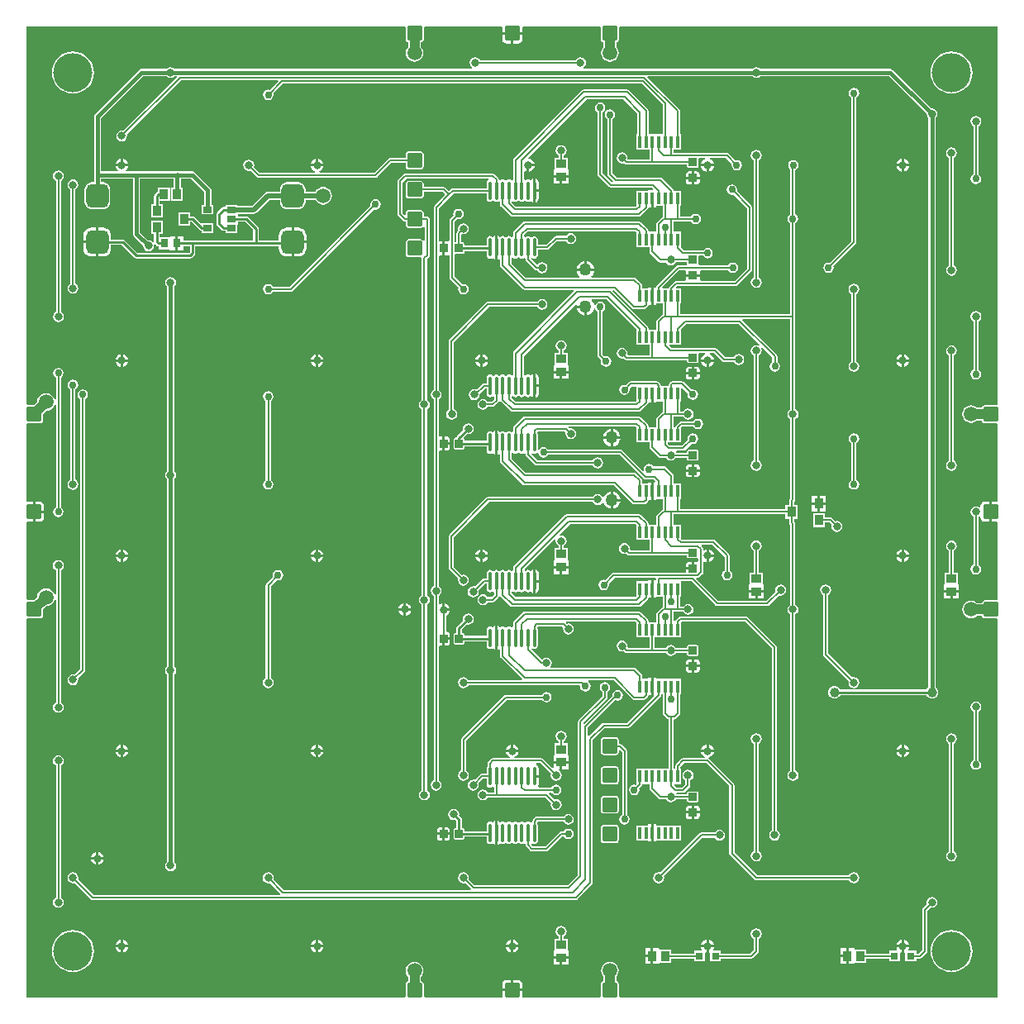
<source format=gbl>
G04 Layer_Physical_Order=2*
G04 Layer_Color=11436288*
%FSLAX25Y25*%
%MOIN*%
G70*
G01*
G75*
G04:AMPARAMS|DCode=11|XSize=31.5mil|YSize=35.43mil|CornerRadius=1.58mil|HoleSize=0mil|Usage=FLASHONLY|Rotation=0.000|XOffset=0mil|YOffset=0mil|HoleType=Round|Shape=RoundedRectangle|*
%AMROUNDEDRECTD11*
21,1,0.03150,0.03228,0,0,0.0*
21,1,0.02835,0.03543,0,0,0.0*
1,1,0.00315,0.01417,-0.01614*
1,1,0.00315,-0.01417,-0.01614*
1,1,0.00315,-0.01417,0.01614*
1,1,0.00315,0.01417,0.01614*
%
%ADD11ROUNDEDRECTD11*%
%ADD15C,0.00787*%
%ADD16C,0.01000*%
%ADD17C,0.00984*%
%ADD18C,0.01969*%
%ADD19C,0.01575*%
%ADD20C,0.15748*%
%ADD21C,0.03150*%
%ADD22C,0.02953*%
%ADD23C,0.05000*%
%ADD24C,0.03937*%
%ADD25C,0.05906*%
%ADD26R,0.03543X0.04331*%
%ADD27R,0.01417X0.04961*%
G04:AMPARAMS|DCode=28|XSize=31.5mil|YSize=35.43mil|CornerRadius=1.58mil|HoleSize=0mil|Usage=FLASHONLY|Rotation=90.000|XOffset=0mil|YOffset=0mil|HoleType=Round|Shape=RoundedRectangle|*
%AMROUNDEDRECTD28*
21,1,0.03150,0.03228,0,0,90.0*
21,1,0.02835,0.03543,0,0,90.0*
1,1,0.00315,0.01614,0.01417*
1,1,0.00315,0.01614,-0.01417*
1,1,0.00315,-0.01614,-0.01417*
1,1,0.00315,-0.01614,0.01417*
%
%ADD28ROUNDEDRECTD28*%
%ADD29O,0.01378X0.07874*%
%ADD30R,0.03150X0.03150*%
G04:AMPARAMS|DCode=31|XSize=60mil|YSize=60mil|CornerRadius=6mil|HoleSize=0mil|Usage=FLASHONLY|Rotation=90.000|XOffset=0mil|YOffset=0mil|HoleType=Round|Shape=RoundedRectangle|*
%AMROUNDEDRECTD31*
21,1,0.06000,0.04800,0,0,90.0*
21,1,0.04800,0.06000,0,0,90.0*
1,1,0.01200,0.02400,0.02400*
1,1,0.01200,0.02400,-0.02400*
1,1,0.01200,-0.02400,-0.02400*
1,1,0.01200,-0.02400,0.02400*
%
%ADD31ROUNDEDRECTD31*%
G04:AMPARAMS|DCode=32|XSize=60mil|YSize=60mil|CornerRadius=6mil|HoleSize=0mil|Usage=FLASHONLY|Rotation=180.000|XOffset=0mil|YOffset=0mil|HoleType=Round|Shape=RoundedRectangle|*
%AMROUNDEDRECTD32*
21,1,0.06000,0.04800,0,0,180.0*
21,1,0.04800,0.06000,0,0,180.0*
1,1,0.01200,-0.02400,0.02400*
1,1,0.01200,0.02400,0.02400*
1,1,0.01200,0.02400,-0.02400*
1,1,0.01200,-0.02400,-0.02400*
%
%ADD32ROUNDEDRECTD32*%
%ADD33R,0.04134X0.03543*%
%ADD34R,0.03543X0.04134*%
%ADD35R,0.03543X0.02559*%
%ADD36R,0.03150X0.03740*%
G04:AMPARAMS|DCode=37|XSize=90.55mil|YSize=96.46mil|CornerRadius=22.64mil|HoleSize=0mil|Usage=FLASHONLY|Rotation=180.000|XOffset=0mil|YOffset=0mil|HoleType=Round|Shape=RoundedRectangle|*
%AMROUNDEDRECTD37*
21,1,0.09055,0.05118,0,0,180.0*
21,1,0.04528,0.09646,0,0,180.0*
1,1,0.04528,-0.02264,0.02559*
1,1,0.04528,0.02264,0.02559*
1,1,0.04528,0.02264,-0.02559*
1,1,0.04528,-0.02264,-0.02559*
%
%ADD37ROUNDEDRECTD37*%
%ADD38C,0.03937*%
G36*
X432087Y279616D02*
X431587Y279206D01*
X431534Y279217D01*
X426734D01*
X426265Y279123D01*
X425867Y278857D01*
X425601Y278460D01*
X425546Y278184D01*
X423720D01*
X423053Y278696D01*
X422188Y279054D01*
X421260Y279176D01*
X420332Y279054D01*
X419467Y278696D01*
X418724Y278126D01*
X418154Y277383D01*
X417796Y276519D01*
X417674Y275590D01*
X417796Y274662D01*
X418154Y273798D01*
X418724Y273055D01*
X419467Y272485D01*
X420332Y272127D01*
X421260Y272005D01*
X422188Y272127D01*
X423053Y272485D01*
X423720Y272997D01*
X425546D01*
X425601Y272721D01*
X425867Y272324D01*
X426265Y272058D01*
X426734Y271965D01*
X431534D01*
X431587Y271975D01*
X432087Y271565D01*
Y240536D01*
X431700Y240219D01*
X431534Y240252D01*
X429634D01*
Y236221D01*
Y232189D01*
X431534D01*
X431700Y232222D01*
X432087Y231905D01*
Y200876D01*
X431587Y200466D01*
X431534Y200476D01*
X426734D01*
X426265Y200383D01*
X425867Y200117D01*
X425601Y199720D01*
X425546Y199443D01*
X423720D01*
X423053Y199956D01*
X422188Y200314D01*
X421260Y200436D01*
X420332Y200314D01*
X419467Y199956D01*
X418724Y199386D01*
X418154Y198643D01*
X417796Y197778D01*
X417674Y196850D01*
X417796Y195922D01*
X418154Y195057D01*
X418724Y194315D01*
X419467Y193745D01*
X420332Y193387D01*
X421260Y193265D01*
X422188Y193387D01*
X423053Y193745D01*
X423720Y194257D01*
X425546D01*
X425601Y193981D01*
X425867Y193584D01*
X426265Y193318D01*
X426734Y193225D01*
X431534D01*
X431587Y193235D01*
X432087Y192825D01*
Y40354D01*
X279616D01*
X279206Y40854D01*
X279217Y40907D01*
Y45707D01*
X279123Y46176D01*
X278857Y46574D01*
X278460Y46840D01*
X278184Y46895D01*
Y48720D01*
X278696Y49388D01*
X279054Y50253D01*
X279176Y51181D01*
X279054Y52109D01*
X278696Y52974D01*
X278126Y53717D01*
X277383Y54286D01*
X276519Y54645D01*
X275590Y54767D01*
X274662Y54645D01*
X273798Y54286D01*
X273055Y53717D01*
X272485Y52974D01*
X272127Y52109D01*
X272005Y51181D01*
X272127Y50253D01*
X272485Y49388D01*
X272997Y48720D01*
Y46895D01*
X272721Y46840D01*
X272324Y46574D01*
X272058Y46176D01*
X271965Y45707D01*
Y40907D01*
X271975Y40854D01*
X271565Y40354D01*
X240536D01*
X240219Y40741D01*
X240252Y40907D01*
Y42807D01*
X232189D01*
Y40907D01*
X232222Y40741D01*
X231905Y40354D01*
X200876D01*
X200466Y40854D01*
X200476Y40907D01*
Y45707D01*
X200383Y46176D01*
X200117Y46574D01*
X199720Y46840D01*
X199443Y46895D01*
Y48720D01*
X199956Y49388D01*
X200314Y50253D01*
X200436Y51181D01*
X200314Y52109D01*
X199956Y52974D01*
X199386Y53717D01*
X198643Y54286D01*
X197778Y54645D01*
X196850Y54767D01*
X195922Y54645D01*
X195057Y54286D01*
X194315Y53717D01*
X193745Y52974D01*
X193387Y52109D01*
X193265Y51181D01*
X193387Y50253D01*
X193745Y49388D01*
X194257Y48720D01*
Y46895D01*
X193981Y46840D01*
X193584Y46574D01*
X193318Y46176D01*
X193225Y45707D01*
Y40907D01*
X193235Y40854D01*
X192825Y40354D01*
X40354D01*
Y192825D01*
X40854Y193235D01*
X40907Y193225D01*
X45707D01*
X46176Y193318D01*
X46574Y193584D01*
X46840Y193981D01*
X46933Y194450D01*
Y196809D01*
X48322Y198198D01*
X49156Y198308D01*
X50021Y198666D01*
X50764Y199236D01*
X51334Y199979D01*
X51634Y200704D01*
X52134Y200604D01*
Y159389D01*
X51580Y159019D01*
X51099Y158298D01*
X50930Y157449D01*
X51099Y156599D01*
X51580Y155879D01*
X52300Y155398D01*
X53150Y155229D01*
X53999Y155398D01*
X54719Y155879D01*
X55200Y156599D01*
X55369Y157449D01*
X55200Y158298D01*
X54719Y159019D01*
X54165Y159389D01*
Y212627D01*
X54719Y212997D01*
X55200Y213717D01*
X55369Y214567D01*
X55200Y215416D01*
X54719Y216137D01*
X53999Y216618D01*
X53150Y216787D01*
X52300Y216618D01*
X51580Y216137D01*
X51099Y215416D01*
X50930Y214567D01*
X51099Y213717D01*
X51580Y212997D01*
X52134Y212627D01*
Y202939D01*
X51634Y202840D01*
X51334Y203565D01*
X50764Y204307D01*
X50021Y204877D01*
X49156Y205235D01*
X48228Y205357D01*
X47300Y205235D01*
X46435Y204877D01*
X45693Y204307D01*
X45123Y203565D01*
X44765Y202700D01*
X44655Y201865D01*
X43266Y200476D01*
X40907D01*
X40854Y200466D01*
X40354Y200876D01*
Y231905D01*
X40741Y232222D01*
X40907Y232189D01*
X42807D01*
Y236221D01*
Y240252D01*
X40907D01*
X40741Y240219D01*
X40354Y240536D01*
Y271565D01*
X40854Y271975D01*
X40907Y271965D01*
X45707D01*
X46176Y272058D01*
X46574Y272324D01*
X46840Y272721D01*
X46933Y273190D01*
Y275549D01*
X48322Y276938D01*
X49156Y277048D01*
X50021Y277406D01*
X50764Y277976D01*
X51334Y278719D01*
X51634Y279444D01*
X52134Y279344D01*
Y238011D01*
X51651Y237688D01*
X51192Y237000D01*
X51030Y236189D01*
X51192Y235378D01*
X51651Y234690D01*
X52338Y234231D01*
X53150Y234069D01*
X53961Y234231D01*
X54648Y234690D01*
X55108Y235378D01*
X55269Y236189D01*
X55108Y237000D01*
X54648Y237688D01*
X54165Y238011D01*
Y290304D01*
X54648Y290627D01*
X55108Y291315D01*
X55269Y292126D01*
X55108Y292937D01*
X54648Y293625D01*
X53961Y294084D01*
X53150Y294245D01*
X52338Y294084D01*
X51651Y293625D01*
X51192Y292937D01*
X51030Y292126D01*
X51192Y291315D01*
X51651Y290627D01*
X52134Y290304D01*
Y281679D01*
X51634Y281580D01*
X51334Y282305D01*
X50764Y283047D01*
X50021Y283617D01*
X49156Y283975D01*
X48228Y284098D01*
X47300Y283975D01*
X46435Y283617D01*
X45693Y283047D01*
X45123Y282305D01*
X44765Y281440D01*
X44655Y280606D01*
X43266Y279217D01*
X40907D01*
X40854Y279206D01*
X40354Y279616D01*
Y432087D01*
X192825D01*
X193235Y431587D01*
X193225Y431534D01*
Y426734D01*
X193318Y426265D01*
X193584Y425867D01*
X193981Y425601D01*
X194257Y425546D01*
Y423720D01*
X193745Y423053D01*
X193387Y422188D01*
X193265Y421260D01*
X193387Y420332D01*
X193745Y419467D01*
X194315Y418724D01*
X195057Y418154D01*
X195922Y417796D01*
X196850Y417674D01*
X197778Y417796D01*
X198643Y418154D01*
X199386Y418724D01*
X199956Y419467D01*
X200314Y420332D01*
X200436Y421260D01*
X200314Y422188D01*
X199956Y423053D01*
X199443Y423720D01*
Y425546D01*
X199720Y425601D01*
X200117Y425867D01*
X200383Y426265D01*
X200476Y426734D01*
Y431534D01*
X200466Y431587D01*
X200876Y432087D01*
X231905D01*
X232222Y431700D01*
X232189Y431534D01*
Y429634D01*
X240252D01*
Y431534D01*
X240219Y431700D01*
X240536Y432087D01*
X271565D01*
X271975Y431587D01*
X271965Y431534D01*
Y426734D01*
X272058Y426265D01*
X272324Y425867D01*
X272721Y425601D01*
X272997Y425546D01*
Y423720D01*
X272485Y423053D01*
X272127Y422188D01*
X272005Y421260D01*
X272127Y420332D01*
X272485Y419467D01*
X273055Y418724D01*
X273798Y418154D01*
X274662Y417796D01*
X275590Y417674D01*
X276519Y417796D01*
X277383Y418154D01*
X278126Y418724D01*
X278696Y419467D01*
X279054Y420332D01*
X279176Y421260D01*
X279054Y422188D01*
X278696Y423053D01*
X278184Y423720D01*
Y425546D01*
X278460Y425601D01*
X278857Y425867D01*
X279123Y426265D01*
X279217Y426734D01*
Y431534D01*
X279206Y431587D01*
X279616Y432087D01*
X432087D01*
Y279616D01*
D02*
G37*
%LPC*%
G36*
X315461Y142295D02*
Y140264D01*
X317492D01*
X317469Y140436D01*
X317210Y141062D01*
X316797Y141600D01*
X316259Y142013D01*
X315633Y142272D01*
X315461Y142295D01*
D02*
G37*
G36*
X393201D02*
X393029Y142272D01*
X392402Y142013D01*
X391864Y141600D01*
X391452Y141062D01*
X391192Y140436D01*
X391170Y140264D01*
X393201D01*
Y142295D01*
D02*
G37*
G36*
X394201D02*
Y140264D01*
X396232D01*
X396209Y140436D01*
X395950Y141062D01*
X395537Y141600D01*
X394999Y142013D01*
X394373Y142272D01*
X394201Y142295D01*
D02*
G37*
G36*
X236720D02*
Y140264D01*
X238752D01*
X238729Y140436D01*
X238470Y141062D01*
X238057Y141600D01*
X237519Y142013D01*
X236893Y142272D01*
X236720Y142295D01*
D02*
G37*
G36*
X314461D02*
X314288Y142272D01*
X313662Y142013D01*
X313124Y141600D01*
X312712Y141062D01*
X312452Y140436D01*
X312429Y140264D01*
X314461D01*
Y142295D01*
D02*
G37*
G36*
X235720D02*
X235548Y142272D01*
X234922Y142013D01*
X234384Y141600D01*
X233971Y141062D01*
X233712Y140436D01*
X233689Y140264D01*
X235720D01*
Y142295D01*
D02*
G37*
G36*
X294425Y169228D02*
X293216D01*
Y165748D01*
Y161871D01*
X293244Y161806D01*
X282552Y151114D01*
X273130D01*
X273130Y151114D01*
X272741Y151037D01*
X272412Y150817D01*
X272412Y150817D01*
X267264Y145668D01*
X266764Y145876D01*
Y149186D01*
X277866Y160288D01*
X277929Y160247D01*
X278740Y160085D01*
X279551Y160247D01*
X280239Y160706D01*
X280698Y161394D01*
X280860Y162205D01*
X280698Y163016D01*
X280239Y163703D01*
X279551Y164163D01*
X278740Y164324D01*
X277929Y164163D01*
X277241Y163703D01*
X276782Y163016D01*
X276621Y162205D01*
X276669Y161963D01*
X265452Y150746D01*
X264940Y150940D01*
X264900Y151259D01*
X274340Y160699D01*
X274340Y160699D01*
X274560Y161029D01*
X274638Y161417D01*
X274638Y161417D01*
Y163533D01*
X275121Y163856D01*
X275580Y164543D01*
X275742Y165354D01*
X275580Y166165D01*
X275121Y166853D01*
X274433Y167313D01*
X273622Y167474D01*
X272811Y167313D01*
X272123Y166853D01*
X271664Y166165D01*
X271503Y165354D01*
X271664Y164543D01*
X272123Y163856D01*
X272606Y163533D01*
Y161838D01*
X263061Y152293D01*
X262841Y151963D01*
X262764Y151575D01*
X262764Y151575D01*
Y89791D01*
X258634Y85661D01*
X220893D01*
X218625Y87929D01*
X218755Y88583D01*
X218586Y89432D01*
X218105Y90152D01*
X217385Y90633D01*
X216535Y90803D01*
X215686Y90633D01*
X214966Y90152D01*
X214485Y89432D01*
X214316Y88583D01*
X214485Y87733D01*
X214966Y87013D01*
X215686Y86532D01*
X216535Y86363D01*
X217189Y86493D01*
X219489Y84193D01*
X219282Y83693D01*
X144122D01*
X139885Y87929D01*
X140015Y88583D01*
X139846Y89432D01*
X139365Y90152D01*
X138645Y90633D01*
X137795Y90803D01*
X136946Y90633D01*
X136226Y90152D01*
X135744Y89432D01*
X135575Y88583D01*
X135744Y87733D01*
X136226Y87013D01*
X136946Y86532D01*
X137795Y86363D01*
X138449Y86493D01*
X142718Y82224D01*
X142510Y81724D01*
X67350D01*
X61145Y87929D01*
X61275Y88583D01*
X61106Y89432D01*
X60625Y90152D01*
X59905Y90633D01*
X59055Y90803D01*
X58206Y90633D01*
X57486Y90152D01*
X57004Y89432D01*
X56835Y88583D01*
X57004Y87733D01*
X57486Y87013D01*
X58206Y86532D01*
X59055Y86363D01*
X59709Y86493D01*
X66211Y79991D01*
X66211Y79991D01*
X66540Y79770D01*
X66929Y79693D01*
X66929Y79693D01*
X261811D01*
X261811Y79693D01*
X262200Y79770D01*
X262529Y79991D01*
X268435Y85896D01*
X268435Y85896D01*
X268655Y86225D01*
X268732Y86614D01*
Y144264D01*
X273551Y149083D01*
X282972D01*
X282972Y149083D01*
X283361Y149160D01*
X283691Y149380D01*
X295994Y161683D01*
X296214Y162013D01*
X296291Y162402D01*
Y162665D01*
X296819D01*
Y154921D01*
X296819Y154921D01*
X296896Y154533D01*
X297116Y154203D01*
X298495Y152825D01*
X298824Y152605D01*
X299213Y152528D01*
X299378Y152083D01*
Y132610D01*
X286287D01*
Y126445D01*
X286287Y126445D01*
X286287D01*
X286033Y126059D01*
X285999Y126023D01*
X285433Y126135D01*
X284622Y125974D01*
X283934Y125514D01*
X283475Y124827D01*
X283314Y124016D01*
X283475Y123205D01*
X283934Y122517D01*
X284622Y122058D01*
X285433Y121896D01*
X286244Y122058D01*
X286932Y122517D01*
X287391Y123205D01*
X287552Y124016D01*
X287439Y124586D01*
X288316Y125463D01*
X288316Y125463D01*
X288537Y125793D01*
X288614Y126181D01*
X288993Y126445D01*
X291701D01*
Y124606D01*
X291701Y124606D01*
X291778Y124218D01*
X291998Y123888D01*
X295345Y120542D01*
X295345Y120542D01*
X295674Y120322D01*
X296063Y120244D01*
X298257D01*
X298627Y119690D01*
X299347Y119209D01*
X300197Y119040D01*
X301046Y119209D01*
X301766Y119690D01*
X302137Y120244D01*
X306666D01*
Y119843D01*
X306725Y119546D01*
X306893Y119295D01*
X307144Y119127D01*
X307441Y119068D01*
X310669D01*
X310966Y119127D01*
X311217Y119295D01*
X311385Y119546D01*
X311444Y119843D01*
Y122677D01*
X311385Y122974D01*
X311217Y123225D01*
X310966Y123393D01*
X310669Y123452D01*
X307441D01*
X307144Y123393D01*
X306893Y123225D01*
X306725Y122974D01*
X306666Y122677D01*
Y122275D01*
X302433D01*
X302298Y122500D01*
X302580Y123000D01*
X305118D01*
X305118Y123000D01*
X305507Y123077D01*
X305836Y123298D01*
X307805Y125266D01*
X308025Y125596D01*
X308102Y125984D01*
X308102Y125984D01*
Y127981D01*
X308656Y128352D01*
X309137Y129072D01*
X309306Y129921D01*
X309137Y130771D01*
X308656Y131491D01*
X307936Y131972D01*
X307087Y132141D01*
X306237Y131972D01*
X305517Y131491D01*
X305036Y130771D01*
X304867Y129921D01*
X305036Y129072D01*
X305517Y128352D01*
X306071Y127981D01*
Y126405D01*
X304697Y125031D01*
X302389D01*
X301476Y125945D01*
X301569Y126445D01*
X304264D01*
Y132610D01*
X303968D01*
Y133241D01*
X305539Y134811D01*
X314540D01*
X323788Y125564D01*
Y98425D01*
X323788Y98425D01*
X323865Y98037D01*
X324085Y97707D01*
X333927Y87865D01*
X333928Y87865D01*
X334257Y87644D01*
X334646Y87567D01*
X334646Y87567D01*
X372076D01*
X372446Y87013D01*
X373166Y86532D01*
X374016Y86363D01*
X374865Y86532D01*
X375585Y87013D01*
X376067Y87733D01*
X376236Y88583D01*
X376067Y89432D01*
X375585Y90152D01*
X374865Y90633D01*
X374016Y90803D01*
X373166Y90633D01*
X372446Y90152D01*
X372076Y89598D01*
X335066D01*
X325819Y98846D01*
Y125984D01*
X325819Y125984D01*
X325741Y126373D01*
X325521Y126702D01*
X325521Y126702D01*
X315679Y136545D01*
X315414Y136722D01*
X315409Y136982D01*
X315478Y137235D01*
X315633Y137255D01*
X316259Y137515D01*
X316797Y137927D01*
X317210Y138465D01*
X317469Y139092D01*
X317492Y139264D01*
X312429D01*
X312452Y139092D01*
X312712Y138465D01*
X313124Y137927D01*
X313662Y137515D01*
X314078Y137342D01*
X313979Y136842D01*
X305118D01*
X304730Y136765D01*
X304400Y136545D01*
X302235Y134379D01*
X302014Y134050D01*
X301937Y133661D01*
X301937Y133661D01*
Y132610D01*
X301409D01*
Y152083D01*
X301575Y152528D01*
X301963Y152605D01*
X302293Y152825D01*
X303671Y154203D01*
X303671Y154203D01*
X303891Y154533D01*
X303968Y154921D01*
X303968Y154921D01*
Y162665D01*
X304264D01*
Y168831D01*
X294425D01*
Y169228D01*
D02*
G37*
G36*
X308555Y173516D02*
X306261D01*
Y172598D01*
X306351Y172147D01*
X306606Y171764D01*
X306989Y171508D01*
X307441Y171418D01*
X308555D01*
Y173516D01*
D02*
G37*
G36*
X311849D02*
X309555D01*
Y171418D01*
X310669D01*
X311121Y171508D01*
X311504Y171764D01*
X311760Y172147D01*
X311849Y172598D01*
Y173516D01*
D02*
G37*
G36*
X308555Y176613D02*
X307441D01*
X306989Y176523D01*
X306606Y176268D01*
X306351Y175885D01*
X306261Y175433D01*
Y174516D01*
X308555D01*
Y176613D01*
D02*
G37*
G36*
X250000Y163537D02*
X249189Y163375D01*
X248501Y162916D01*
X248179Y162433D01*
X233662D01*
X233661Y162433D01*
X233273Y162356D01*
X232943Y162135D01*
X232943Y162135D01*
X215817Y145009D01*
X215597Y144680D01*
X215520Y144291D01*
X215520Y144291D01*
Y131861D01*
X214966Y131491D01*
X214485Y130771D01*
X214316Y129921D01*
X214485Y129072D01*
X214966Y128352D01*
X215686Y127870D01*
X216535Y127701D01*
X217385Y127870D01*
X218105Y128352D01*
X218586Y129072D01*
X218755Y129921D01*
X218586Y130771D01*
X218105Y131491D01*
X217551Y131861D01*
Y143871D01*
X234082Y160402D01*
X248179D01*
X248501Y159919D01*
X249189Y159459D01*
X250000Y159298D01*
X250811Y159459D01*
X251499Y159919D01*
X251958Y160606D01*
X252119Y161417D01*
X251958Y162228D01*
X251499Y162916D01*
X250811Y163375D01*
X250000Y163537D01*
D02*
G37*
G36*
X362598Y206944D02*
X361749Y206775D01*
X361029Y206294D01*
X360548Y205574D01*
X360379Y204724D01*
X360548Y203875D01*
X361029Y203155D01*
X361583Y202784D01*
Y178740D01*
X361583Y178740D01*
X361660Y178351D01*
X361880Y178022D01*
X371926Y167976D01*
X371796Y167323D01*
X371965Y166473D01*
X372446Y165753D01*
X373166Y165272D01*
X374016Y165103D01*
X374865Y165272D01*
X375585Y165753D01*
X376067Y166473D01*
X376236Y167323D01*
X376067Y168172D01*
X375585Y168893D01*
X374865Y169374D01*
X374016Y169543D01*
X373362Y169413D01*
X363614Y179161D01*
Y202784D01*
X364168Y203155D01*
X364649Y203875D01*
X364818Y204724D01*
X364649Y205574D01*
X364168Y206294D01*
X363448Y206775D01*
X362598Y206944D01*
D02*
G37*
G36*
X62992Y285584D02*
X62181Y285423D01*
X61493Y284963D01*
X61034Y284276D01*
X60873Y283465D01*
X61034Y282653D01*
X61493Y281966D01*
X61977Y281643D01*
Y172862D01*
X59709Y170594D01*
X59055Y170724D01*
X58206Y170555D01*
X57486Y170074D01*
X57004Y169353D01*
X56835Y168504D01*
X57004Y167655D01*
X57486Y166934D01*
X58206Y166453D01*
X59055Y166284D01*
X59905Y166453D01*
X60625Y166934D01*
X61106Y167655D01*
X61275Y168504D01*
X61145Y169158D01*
X63710Y171723D01*
X63710Y171723D01*
X63930Y172052D01*
X64008Y172441D01*
Y281643D01*
X64491Y281966D01*
X64950Y282653D01*
X65112Y283465D01*
X64950Y284276D01*
X64491Y284963D01*
X63803Y285423D01*
X62992Y285584D01*
D02*
G37*
G36*
X157980Y142295D02*
Y140264D01*
X160011D01*
X159989Y140436D01*
X159729Y141062D01*
X159317Y141600D01*
X158779Y142013D01*
X158152Y142272D01*
X157980Y142295D01*
D02*
G37*
G36*
X255906Y147889D02*
X255056Y147720D01*
X254336Y147239D01*
X253855Y146519D01*
X253686Y145669D01*
X253855Y144820D01*
X254336Y144100D01*
X254890Y143729D01*
Y142827D01*
X253236D01*
Y138409D01*
X253236Y138157D01*
X253202Y138135D01*
X253194Y138130D01*
X252838Y137909D01*
Y137909D01*
X252839Y137868D01*
X252838Y137864D01*
X252839Y137860D01*
Y137860D01*
Y137854D01*
X252838Y137853D01*
X252839Y137841D01*
Y137840D01*
Y137834D01*
Y137833D01*
Y137832D01*
D01*
Y137832D01*
X252839Y137361D01*
Y135638D01*
X258972D01*
Y137832D01*
X258972Y137832D01*
X258973Y137832D01*
Y137909D01*
X258610Y138135D01*
X258609Y138135D01*
X258600Y138141D01*
X258575Y138157D01*
X258575Y138409D01*
Y142827D01*
X256921D01*
Y143729D01*
X257475Y144100D01*
X257956Y144820D01*
X258125Y145669D01*
X257956Y146519D01*
X257475Y147239D01*
X256755Y147720D01*
X255906Y147889D01*
D02*
G37*
G36*
X78240Y139264D02*
X76209D01*
X76232Y139092D01*
X76491Y138465D01*
X76904Y137927D01*
X77442Y137515D01*
X78068Y137255D01*
X78240Y137233D01*
Y139264D01*
D02*
G37*
G36*
X81271D02*
X79240D01*
Y137233D01*
X79412Y137255D01*
X80039Y137515D01*
X80576Y137927D01*
X80989Y138465D01*
X81249Y139092D01*
X81271Y139264D01*
D02*
G37*
G36*
X238752D02*
X233689D01*
X233712Y139092D01*
X233971Y138465D01*
X234384Y137927D01*
X234922Y137515D01*
X235338Y137342D01*
X235239Y136842D01*
X228346D01*
X227958Y136765D01*
X227628Y136545D01*
X226546Y135462D01*
X226325Y135133D01*
X226248Y134744D01*
X226248Y134744D01*
Y133580D01*
X226047Y133279D01*
X225947Y132776D01*
Y130543D01*
X224016D01*
X224016Y130543D01*
X223627Y130466D01*
X223298Y130246D01*
X223298Y130246D01*
X221126Y128074D01*
X220472Y128204D01*
X219623Y128035D01*
X218903Y127554D01*
X218422Y126834D01*
X218253Y125984D01*
X218422Y125135D01*
X218903Y124415D01*
X219623Y123933D01*
X220472Y123764D01*
X221322Y123933D01*
X222042Y124415D01*
X222523Y125135D01*
X222692Y125984D01*
X222562Y126638D01*
X224436Y128512D01*
X225947D01*
Y126279D01*
X226047Y125776D01*
X226333Y125348D01*
X226760Y125063D01*
X227264Y124963D01*
X227768Y125063D01*
X228195Y125348D01*
X228661Y125156D01*
X228807Y125034D01*
Y123063D01*
X226349D01*
X225979Y123617D01*
X225259Y124098D01*
X224410Y124267D01*
X223560Y124098D01*
X222840Y123617D01*
X222359Y122897D01*
X222190Y122047D01*
X222359Y121198D01*
X222840Y120478D01*
X223560Y119996D01*
X224410Y119827D01*
X225259Y119996D01*
X225979Y120478D01*
X226349Y121032D01*
X249579D01*
X251847Y118764D01*
X251717Y118110D01*
X251886Y117261D01*
X252367Y116541D01*
X253087Y116059D01*
X253937Y115890D01*
X254786Y116059D01*
X255507Y116541D01*
X255988Y117261D01*
X256157Y118110D01*
X255988Y118960D01*
X255507Y119680D01*
X254786Y120161D01*
X253937Y120330D01*
X253283Y120200D01*
X250983Y122500D01*
X251190Y123000D01*
X252116D01*
X252438Y122517D01*
X253126Y122058D01*
X253937Y121896D01*
X254748Y122058D01*
X255436Y122517D01*
X255895Y123205D01*
X256056Y124016D01*
X255895Y124827D01*
X255436Y125514D01*
X254748Y125974D01*
X253937Y126135D01*
X253126Y125974D01*
X252438Y125514D01*
X252116Y125031D01*
X246976D01*
X246709Y125531D01*
X246768Y125620D01*
X246899Y126279D01*
Y129028D01*
X245177D01*
Y130028D01*
X246899D01*
Y132776D01*
X246768Y133435D01*
X246395Y133993D01*
X245919Y134311D01*
X245957Y134689D01*
X246002Y134811D01*
X247611D01*
X251847Y130575D01*
X251717Y129921D01*
X251886Y129072D01*
X252367Y128352D01*
X253087Y127870D01*
X253937Y127701D01*
X254786Y127870D01*
X255507Y128352D01*
X255988Y129072D01*
X256157Y129921D01*
X255988Y130771D01*
X255507Y131491D01*
X254945Y131866D01*
X255097Y132366D01*
X255405D01*
Y134638D01*
X252839D01*
Y133109D01*
X252377Y132918D01*
X248750Y136545D01*
X248420Y136765D01*
X248031Y136842D01*
X248031Y136842D01*
X237202D01*
X237103Y137342D01*
X237519Y137515D01*
X238057Y137927D01*
X238470Y138465D01*
X238729Y139092D01*
X238752Y139264D01*
D02*
G37*
G36*
X423228Y159700D02*
X422379Y159531D01*
X421659Y159050D01*
X421177Y158330D01*
X421008Y157480D01*
X421177Y156631D01*
X421659Y155911D01*
X422213Y155541D01*
Y136074D01*
X421730Y135751D01*
X421270Y135063D01*
X421109Y134252D01*
X421270Y133441D01*
X421730Y132753D01*
X422417Y132294D01*
X423228Y132132D01*
X424039Y132294D01*
X424727Y132753D01*
X425186Y133441D01*
X425348Y134252D01*
X425186Y135063D01*
X424727Y135751D01*
X424244Y136074D01*
Y155541D01*
X424798Y155911D01*
X425279Y156631D01*
X425448Y157480D01*
X425279Y158330D01*
X424798Y159050D01*
X424078Y159531D01*
X423228Y159700D01*
D02*
G37*
G36*
X258972Y134638D02*
X256405D01*
Y132366D01*
X258972D01*
Y134638D01*
D02*
G37*
G36*
X156980Y139264D02*
X154949D01*
X154972Y139092D01*
X155231Y138465D01*
X155644Y137927D01*
X156182Y137515D01*
X156808Y137255D01*
X156980Y137233D01*
Y139264D01*
D02*
G37*
G36*
X78240Y142295D02*
X78068Y142272D01*
X77442Y142013D01*
X76904Y141600D01*
X76491Y141062D01*
X76232Y140436D01*
X76209Y140264D01*
X78240D01*
Y142295D01*
D02*
G37*
G36*
X79240D02*
Y140264D01*
X81271D01*
X81249Y140436D01*
X80989Y141062D01*
X80576Y141600D01*
X80039Y142013D01*
X79412Y142272D01*
X79240Y142295D01*
D02*
G37*
G36*
X156980D02*
X156808Y142272D01*
X156182Y142013D01*
X155644Y141600D01*
X155231Y141062D01*
X154972Y140436D01*
X154949Y140264D01*
X156980D01*
Y142295D01*
D02*
G37*
G36*
X160011Y139264D02*
X157980D01*
Y137233D01*
X158152Y137255D01*
X158779Y137515D01*
X159317Y137927D01*
X159729Y138465D01*
X159989Y139092D01*
X160011Y139264D01*
D02*
G37*
G36*
X393201D02*
X391170D01*
X391192Y139092D01*
X391452Y138465D01*
X391864Y137927D01*
X392402Y137515D01*
X393029Y137255D01*
X393201Y137233D01*
Y139264D01*
D02*
G37*
G36*
X396232D02*
X394201D01*
Y137233D01*
X394373Y137255D01*
X394999Y137515D01*
X395537Y137927D01*
X395950Y138465D01*
X396209Y139092D01*
X396232Y139264D01*
D02*
G37*
G36*
X310669Y176613D02*
X309555D01*
Y174516D01*
X311849D01*
Y175433D01*
X311760Y175885D01*
X311504Y176268D01*
X311121Y176523D01*
X310669Y176613D01*
D02*
G37*
G36*
X258972Y213378D02*
X256405D01*
Y211106D01*
X258972D01*
Y213378D01*
D02*
G37*
G36*
X308555Y215983D02*
X307441D01*
X306989Y215894D01*
X306606Y215638D01*
X306351Y215255D01*
X306261Y214803D01*
Y213886D01*
X308555D01*
Y215983D01*
D02*
G37*
G36*
X78240Y218004D02*
X76209D01*
X76232Y217832D01*
X76491Y217205D01*
X76904Y216668D01*
X77442Y216255D01*
X78068Y215995D01*
X78240Y215973D01*
Y218004D01*
D02*
G37*
G36*
X141732Y212749D02*
X140921Y212588D01*
X140234Y212129D01*
X139774Y211441D01*
X139613Y210630D01*
X139726Y210060D01*
X137077Y207411D01*
X136857Y207082D01*
X136780Y206693D01*
X136780Y206693D01*
Y169263D01*
X136226Y168893D01*
X135744Y168172D01*
X135575Y167323D01*
X135744Y166473D01*
X136226Y165753D01*
X136946Y165272D01*
X137795Y165103D01*
X138645Y165272D01*
X139365Y165753D01*
X139846Y166473D01*
X140015Y167323D01*
X139846Y168172D01*
X139365Y168893D01*
X138811Y169263D01*
Y206272D01*
X141162Y208624D01*
X141732Y208510D01*
X142543Y208672D01*
X143231Y209131D01*
X143690Y209819D01*
X143852Y210630D01*
X143690Y211441D01*
X143231Y212129D01*
X142543Y212588D01*
X141732Y212749D01*
D02*
G37*
G36*
X245677Y213138D02*
Y208768D01*
X246899D01*
Y211516D01*
X246768Y212175D01*
X246395Y212733D01*
X245836Y213107D01*
X245677Y213138D01*
D02*
G37*
G36*
X255405Y213378D02*
X252839D01*
Y211106D01*
X255405D01*
Y213378D01*
D02*
G37*
G36*
X81271Y218004D02*
X79240D01*
Y215973D01*
X79412Y215995D01*
X80039Y216255D01*
X80576Y216668D01*
X80989Y217205D01*
X81249Y217832D01*
X81271Y218004D01*
D02*
G37*
G36*
X393201D02*
X391170D01*
X391192Y217832D01*
X391452Y217205D01*
X391864Y216668D01*
X392402Y216255D01*
X393029Y215995D01*
X393201Y215973D01*
Y218004D01*
D02*
G37*
G36*
X396232D02*
X394201D01*
Y215973D01*
X394373Y215995D01*
X394999Y216255D01*
X395537Y216668D01*
X395950Y217205D01*
X396209Y217832D01*
X396232Y218004D01*
D02*
G37*
G36*
X223417Y218004D02*
X221386D01*
X221409Y217832D01*
X221668Y217205D01*
X222081Y216668D01*
X222619Y216255D01*
X223245Y215995D01*
X223417Y215973D01*
Y218004D01*
D02*
G37*
G36*
X156980Y218004D02*
X154949D01*
X154972Y217832D01*
X155231Y217205D01*
X155644Y216668D01*
X156182Y216255D01*
X156808Y215995D01*
X156980Y215973D01*
Y218004D01*
D02*
G37*
G36*
X160011D02*
X157980D01*
Y215973D01*
X158152Y215995D01*
X158779Y216255D01*
X159317Y216668D01*
X159729Y217205D01*
X159989Y217832D01*
X160011Y218004D01*
D02*
G37*
G36*
X317492D02*
X315461D01*
Y215973D01*
X315633Y215995D01*
X316259Y216255D01*
X316797Y216668D01*
X317210Y217205D01*
X317469Y217832D01*
X317492Y218004D01*
D02*
G37*
G36*
X413386Y224661D02*
X412536Y224492D01*
X411816Y224011D01*
X411335Y223290D01*
X411166Y222441D01*
X411335Y221591D01*
X411816Y220871D01*
X412370Y220501D01*
Y211724D01*
X410716D01*
Y207307D01*
X410716Y207054D01*
X410682Y207033D01*
X410674Y207028D01*
X410319Y206807D01*
Y206807D01*
X410319Y206766D01*
X410319Y206762D01*
X410319Y206758D01*
Y206758D01*
Y206752D01*
X410319Y206750D01*
X410319Y206739D01*
Y206738D01*
Y206732D01*
Y206731D01*
Y206729D01*
D01*
Y206729D01*
X410319Y206259D01*
Y204535D01*
X416453D01*
Y206729D01*
X416453Y206729D01*
X416453Y206729D01*
Y206807D01*
X416090Y207033D01*
X416090Y207033D01*
X416080Y207038D01*
X416055Y207054D01*
X416055Y207307D01*
Y211724D01*
X414401D01*
Y220501D01*
X414956Y220871D01*
X415437Y221591D01*
X415606Y222441D01*
X415437Y223290D01*
X414956Y224011D01*
X414235Y224492D01*
X413386Y224661D01*
D02*
G37*
G36*
X195445Y196350D02*
X193413D01*
Y194319D01*
X193586Y194342D01*
X194212Y194601D01*
X194750Y195014D01*
X195162Y195552D01*
X195422Y196178D01*
X195445Y196350D01*
D02*
G37*
G36*
X208965Y199185D02*
Y197153D01*
X210996D01*
X210973Y197326D01*
X210714Y197952D01*
X210301Y198490D01*
X209763Y198903D01*
X209137Y199162D01*
X208965Y199185D01*
D02*
G37*
G36*
X192413Y199382D02*
X192241Y199359D01*
X191615Y199100D01*
X191077Y198687D01*
X190664Y198149D01*
X190405Y197523D01*
X190382Y197350D01*
X192413D01*
Y199382D01*
D02*
G37*
G36*
X211062Y184539D02*
X208965D01*
Y182245D01*
X209882D01*
X210333Y182335D01*
X210716Y182591D01*
X210972Y182974D01*
X211062Y183425D01*
Y184539D01*
D02*
G37*
G36*
X218504Y195133D02*
X217654Y194964D01*
X216934Y194483D01*
X216453Y193763D01*
X216284Y192913D01*
X216391Y192378D01*
X213975Y189962D01*
X213733Y189600D01*
X213719Y189529D01*
X213648Y189173D01*
Y187428D01*
X213347D01*
X213050Y187369D01*
X212799Y187201D01*
X212631Y186950D01*
X212572Y186653D01*
Y183425D01*
X212631Y183129D01*
X212799Y182877D01*
X213050Y182709D01*
X213347Y182650D01*
X216181D01*
X216478Y182709D01*
X216729Y182877D01*
X216897Y183129D01*
X216956Y183425D01*
Y183923D01*
X225947D01*
Y182185D01*
X226047Y181681D01*
X226333Y181254D01*
X226760Y180969D01*
X227264Y180868D01*
X227768Y180969D01*
X228195Y181254D01*
X228414D01*
X228605Y180967D01*
X229164Y180594D01*
X229323Y180562D01*
Y185433D01*
Y190304D01*
X229164Y190272D01*
X228605Y189899D01*
X228414Y189612D01*
X228195D01*
X227768Y189898D01*
X227264Y189998D01*
X226760Y189898D01*
X226333Y189612D01*
X226047Y189185D01*
X225947Y188681D01*
Y186155D01*
X216956D01*
Y186653D01*
X216897Y186950D01*
X216729Y187201D01*
X216478Y187369D01*
X216181Y187428D01*
X215880D01*
Y188711D01*
X217969Y190800D01*
X218504Y190694D01*
X219353Y190863D01*
X220074Y191344D01*
X220555Y192064D01*
X220724Y192913D01*
X220555Y193763D01*
X220074Y194483D01*
X219353Y194964D01*
X218504Y195133D01*
D02*
G37*
G36*
X192413Y196350D02*
X190382D01*
X190405Y196178D01*
X190664Y195552D01*
X191077Y195014D01*
X191615Y194601D01*
X192241Y194342D01*
X192413Y194319D01*
Y196350D01*
D02*
G37*
G36*
X193413Y199382D02*
Y197350D01*
X195445D01*
X195422Y197523D01*
X195162Y198149D01*
X194750Y198687D01*
X194212Y199100D01*
X193586Y199359D01*
X193413Y199382D01*
D02*
G37*
G36*
X416453Y203535D02*
X413886D01*
Y201264D01*
X416453D01*
Y203535D01*
D02*
G37*
G36*
X246899Y207768D02*
X245677D01*
Y203397D01*
X245836Y203429D01*
X246395Y203802D01*
X246768Y204361D01*
X246899Y205020D01*
Y207768D01*
D02*
G37*
G36*
X334646Y224661D02*
X333796Y224492D01*
X333076Y224011D01*
X332595Y223290D01*
X332426Y222441D01*
X332595Y221591D01*
X333076Y220871D01*
X333630Y220501D01*
Y211724D01*
X331976D01*
Y207307D01*
X331976Y207054D01*
X331942Y207033D01*
X331934Y207028D01*
X331579Y206807D01*
Y206807D01*
X331579Y206766D01*
X331579Y206762D01*
X331579Y206758D01*
Y206758D01*
Y206752D01*
X331579Y206750D01*
X331579Y206739D01*
Y206738D01*
Y206732D01*
Y206731D01*
Y206729D01*
D01*
Y206729D01*
X331579Y206259D01*
Y204535D01*
X337713D01*
Y206729D01*
X337713Y206729D01*
X337713Y206729D01*
Y206807D01*
X337350Y207033D01*
X337350Y207033D01*
X337340Y207038D01*
X337315Y207054D01*
X337315Y207307D01*
Y211724D01*
X335661D01*
Y220501D01*
X336215Y220871D01*
X336697Y221591D01*
X336865Y222441D01*
X336697Y223290D01*
X336215Y224011D01*
X335495Y224492D01*
X334646Y224661D01*
D02*
G37*
G36*
X334146Y203535D02*
X331579D01*
Y201264D01*
X334146D01*
Y203535D01*
D02*
G37*
G36*
X337713D02*
X335146D01*
Y201264D01*
X337713D01*
Y203535D01*
D02*
G37*
G36*
X412886D02*
X410319D01*
Y201264D01*
X412886D01*
Y203535D01*
D02*
G37*
G36*
X277991Y133547D02*
X273190D01*
X272721Y133454D01*
X272324Y133188D01*
X272058Y132790D01*
X271965Y132321D01*
Y127521D01*
X272058Y127052D01*
X272324Y126654D01*
X272721Y126389D01*
X273190Y126295D01*
X277991D01*
X278460Y126389D01*
X278857Y126654D01*
X279123Y127052D01*
X279217Y127521D01*
Y132321D01*
X279123Y132790D01*
X278857Y133188D01*
X278460Y133454D01*
X277991Y133547D01*
D02*
G37*
G36*
X160011Y60524D02*
X157980D01*
Y58492D01*
X158152Y58515D01*
X158779Y58775D01*
X159317Y59187D01*
X159729Y59725D01*
X159989Y60352D01*
X160011Y60524D01*
D02*
G37*
G36*
X235720D02*
X233689D01*
X233712Y60352D01*
X233971Y59725D01*
X234384Y59187D01*
X234922Y58775D01*
X235548Y58515D01*
X235720Y58492D01*
Y60524D01*
D02*
G37*
G36*
X238752D02*
X236720D01*
Y58492D01*
X236893Y58515D01*
X237519Y58775D01*
X238057Y59187D01*
X238470Y59725D01*
X238729Y60352D01*
X238752Y60524D01*
D02*
G37*
G36*
X78240D02*
X76209D01*
X76232Y60352D01*
X76491Y59725D01*
X76904Y59187D01*
X77442Y58775D01*
X78068Y58515D01*
X78240Y58492D01*
Y60524D01*
D02*
G37*
G36*
X81271D02*
X79240D01*
Y58492D01*
X79412Y58515D01*
X80039Y58775D01*
X80576Y59187D01*
X80989Y59725D01*
X81249Y60352D01*
X81271Y60524D01*
D02*
G37*
G36*
X156980D02*
X154949D01*
X154972Y60352D01*
X155231Y59725D01*
X155644Y59187D01*
X156182Y58775D01*
X156808Y58515D01*
X156980Y58492D01*
Y60524D01*
D02*
G37*
G36*
X78240Y63555D02*
X78068Y63532D01*
X77442Y63273D01*
X76904Y62860D01*
X76491Y62322D01*
X76232Y61696D01*
X76209Y61524D01*
X78240D01*
Y63555D01*
D02*
G37*
G36*
X235720D02*
X235548Y63532D01*
X234922Y63273D01*
X234384Y62860D01*
X233971Y62322D01*
X233712Y61696D01*
X233689Y61524D01*
X235720D01*
Y63555D01*
D02*
G37*
G36*
X236720D02*
Y61524D01*
X238752D01*
X238729Y61696D01*
X238470Y62322D01*
X238057Y62860D01*
X237519Y63273D01*
X236893Y63532D01*
X236720Y63555D01*
D02*
G37*
G36*
X314461D02*
X314288Y63532D01*
X313662Y63273D01*
X313124Y62860D01*
X312712Y62322D01*
X312452Y61696D01*
X312429Y61524D01*
X314461D01*
Y63555D01*
D02*
G37*
G36*
X79240D02*
Y61524D01*
X81271D01*
X81249Y61696D01*
X80989Y62322D01*
X80576Y62860D01*
X80039Y63273D01*
X79412Y63532D01*
X79240Y63555D01*
D02*
G37*
G36*
X156980D02*
X156808Y63532D01*
X156182Y63273D01*
X155644Y62860D01*
X155231Y62322D01*
X154972Y61696D01*
X154949Y61524D01*
X156980D01*
Y63555D01*
D02*
G37*
G36*
X157980D02*
Y61524D01*
X160011D01*
X159989Y61696D01*
X159729Y62322D01*
X159317Y62860D01*
X158779Y63273D01*
X158152Y63532D01*
X157980Y63555D01*
D02*
G37*
G36*
X393201Y60524D02*
X391170D01*
X391192Y60352D01*
X391436Y59764D01*
X391308Y59400D01*
X391241Y59264D01*
X388276D01*
Y58102D01*
X379047D01*
Y59756D01*
X374630D01*
X374377Y59756D01*
X374356Y59790D01*
X374351Y59798D01*
X374130Y60154D01*
X374130D01*
X374089Y60154D01*
X374085Y60154D01*
X374081Y60154D01*
X374081D01*
X374075D01*
X374073Y60154D01*
X374062Y60154D01*
X374061D01*
X374055D01*
X374054D01*
X374052D01*
D01*
X374052D01*
X373582Y60154D01*
X371858D01*
Y57087D01*
Y54020D01*
X374052D01*
X374052Y54020D01*
X374052Y54020D01*
X374130D01*
X374356Y54383D01*
X374356Y54383D01*
X374361Y54392D01*
X374377Y54417D01*
X374630Y54417D01*
X379047D01*
Y56071D01*
X388276D01*
Y54909D01*
X392630D01*
Y58218D01*
X393130Y58502D01*
X393201Y58492D01*
Y60524D01*
D02*
G37*
G36*
X413386Y67572D02*
X411724Y67409D01*
X410126Y66924D01*
X408654Y66137D01*
X407363Y65078D01*
X406304Y63787D01*
X405517Y62315D01*
X405032Y60717D01*
X404868Y59055D01*
X405032Y57393D01*
X405517Y55796D01*
X406304Y54323D01*
X407363Y53032D01*
X408654Y51973D01*
X410126Y51186D01*
X411724Y50701D01*
X413386Y50538D01*
X415048Y50701D01*
X416645Y51186D01*
X418118Y51973D01*
X419409Y53032D01*
X420468Y54323D01*
X421255Y55796D01*
X421739Y57393D01*
X421903Y59055D01*
X421739Y60717D01*
X421255Y62315D01*
X420468Y63787D01*
X419409Y65078D01*
X418118Y66137D01*
X416645Y66924D01*
X415048Y67409D01*
X413386Y67572D01*
D02*
G37*
G36*
X255405Y55898D02*
X252839D01*
Y53626D01*
X255405D01*
Y55898D01*
D02*
G37*
G36*
X258972D02*
X256405D01*
Y53626D01*
X258972D01*
Y55898D01*
D02*
G37*
G36*
X235720Y47338D02*
X233821D01*
X233196Y47214D01*
X232667Y46861D01*
X232313Y46331D01*
X232189Y45707D01*
Y43807D01*
X235720D01*
Y47338D01*
D02*
G37*
G36*
X238620D02*
X236720D01*
Y43807D01*
X240252D01*
Y45707D01*
X240128Y46331D01*
X239774Y46861D01*
X239245Y47214D01*
X238620Y47338D01*
D02*
G37*
G36*
X59055Y67572D02*
X57393Y67409D01*
X55796Y66924D01*
X54323Y66137D01*
X53032Y65078D01*
X51973Y63787D01*
X51186Y62315D01*
X50701Y60717D01*
X50538Y59055D01*
X50701Y57393D01*
X51186Y55796D01*
X51973Y54323D01*
X53032Y53032D01*
X54323Y51973D01*
X55796Y51186D01*
X57393Y50701D01*
X59055Y50538D01*
X60717Y50701D01*
X62315Y51186D01*
X63787Y51973D01*
X65078Y53032D01*
X66137Y54323D01*
X66924Y55796D01*
X67409Y57393D01*
X67572Y59055D01*
X67409Y60717D01*
X66924Y62315D01*
X66137Y63787D01*
X65078Y65078D01*
X63787Y66137D01*
X62315Y66924D01*
X60717Y67409D01*
X59055Y67572D01*
D02*
G37*
G36*
X292118Y56587D02*
X289846D01*
Y54020D01*
X292118D01*
Y56587D01*
D02*
G37*
G36*
X370858Y60154D02*
X368587D01*
Y57587D01*
X370858D01*
Y60154D01*
D02*
G37*
G36*
X314461Y60524D02*
X312429D01*
X312452Y60352D01*
X312696Y59764D01*
X312568Y59400D01*
X312500Y59264D01*
X309535D01*
Y58102D01*
X300307D01*
Y59756D01*
X295890D01*
X295637Y59756D01*
X295615Y59790D01*
X295611Y59798D01*
X295390Y60154D01*
X295390D01*
X295349Y60154D01*
X295344Y60154D01*
X295341Y60154D01*
X295341D01*
X295334D01*
X295333Y60154D01*
X295322Y60154D01*
X295321D01*
X295314D01*
X295313D01*
X295312D01*
D01*
X295312D01*
X294842Y60154D01*
X293118D01*
Y57087D01*
Y54020D01*
X295312D01*
X295312Y54020D01*
X295312Y54020D01*
X295390D01*
X295615Y54383D01*
X295615Y54383D01*
X295621Y54392D01*
X295637Y54417D01*
X295890Y54417D01*
X300307D01*
Y56071D01*
X309535D01*
Y54909D01*
X313890D01*
Y58218D01*
X314390Y58502D01*
X314461Y58492D01*
Y60524D01*
D02*
G37*
G36*
X334646Y68165D02*
X333796Y67996D01*
X333076Y67514D01*
X332595Y66794D01*
X332426Y65945D01*
X332595Y65095D01*
X333076Y64375D01*
X333630Y64005D01*
Y59476D01*
X332257Y58102D01*
X320386D01*
Y59264D01*
X317421D01*
X317354Y59400D01*
X317226Y59764D01*
X317469Y60352D01*
X317492Y60524D01*
X315461D01*
Y58492D01*
X315531Y58502D01*
X316032Y58218D01*
Y54909D01*
X320386D01*
Y56071D01*
X332677D01*
X332677Y56071D01*
X333066Y56148D01*
X333395Y56368D01*
X335364Y58337D01*
X335584Y58666D01*
X335661Y59055D01*
X335661Y59055D01*
Y64005D01*
X336215Y64375D01*
X336697Y65095D01*
X336865Y65945D01*
X336697Y66794D01*
X336215Y67514D01*
X335495Y67996D01*
X334646Y68165D01*
D02*
G37*
G36*
X370858Y56587D02*
X368587D01*
Y54020D01*
X370858D01*
Y56587D01*
D02*
G37*
G36*
X255906Y69149D02*
X255056Y68980D01*
X254336Y68499D01*
X253855Y67779D01*
X253686Y66929D01*
X253855Y66080D01*
X254336Y65359D01*
X254890Y64989D01*
Y64087D01*
X253236D01*
Y59669D01*
X253236Y59416D01*
X253202Y59395D01*
X253194Y59390D01*
X252838Y59169D01*
Y59169D01*
X252839Y59128D01*
X252838Y59124D01*
X252839Y59120D01*
Y59120D01*
Y59114D01*
X252838Y59113D01*
X252839Y59101D01*
Y59100D01*
Y59094D01*
Y59093D01*
Y59092D01*
D01*
Y59091D01*
X252839Y58621D01*
Y56898D01*
X258972D01*
Y59091D01*
X258972Y59091D01*
X258973Y59092D01*
Y59169D01*
X258610Y59395D01*
X258609Y59395D01*
X258600Y59401D01*
X258575Y59416D01*
X258575Y59669D01*
Y64087D01*
X256921D01*
Y64989D01*
X257475Y65359D01*
X257956Y66080D01*
X258125Y66929D01*
X257956Y67779D01*
X257475Y68499D01*
X256755Y68980D01*
X255906Y69149D01*
D02*
G37*
G36*
X292118Y60154D02*
X289846D01*
Y57587D01*
X292118D01*
Y60154D01*
D02*
G37*
G36*
X315461Y63555D02*
Y61524D01*
X317492D01*
X317469Y61696D01*
X317210Y62322D01*
X316797Y62860D01*
X316259Y63273D01*
X315633Y63532D01*
X315461Y63555D01*
D02*
G37*
G36*
X319882Y108027D02*
X319032Y107858D01*
X318312Y107377D01*
X317942Y106823D01*
X312500D01*
X312111Y106745D01*
X311782Y106525D01*
X311782Y106525D01*
X295929Y90672D01*
X295276Y90803D01*
X294426Y90633D01*
X293706Y90152D01*
X293225Y89432D01*
X293056Y88583D01*
X293225Y87733D01*
X293706Y87013D01*
X294426Y86532D01*
X295276Y86363D01*
X296125Y86532D01*
X296845Y87013D01*
X297326Y87733D01*
X297495Y88583D01*
X297365Y89236D01*
X312921Y104791D01*
X317942D01*
X318312Y104237D01*
X319032Y103756D01*
X319882Y103587D01*
X320731Y103756D01*
X321451Y104237D01*
X321933Y104958D01*
X322102Y105807D01*
X321933Y106657D01*
X321451Y107377D01*
X320731Y107858D01*
X319882Y108027D01*
D02*
G37*
G36*
X207965Y109093D02*
X207047D01*
X206596Y109004D01*
X206213Y108748D01*
X205957Y108365D01*
X205867Y107913D01*
Y106799D01*
X207965D01*
Y109093D01*
D02*
G37*
G36*
X209882D02*
X208965D01*
Y106799D01*
X211062D01*
Y107913D01*
X210972Y108365D01*
X210716Y108748D01*
X210333Y109004D01*
X209882Y109093D01*
D02*
G37*
G36*
X294425Y110173D02*
X293216D01*
Y106693D01*
Y103213D01*
X294425D01*
Y103610D01*
X304264D01*
Y109776D01*
X294425D01*
Y110173D01*
D02*
G37*
G36*
X207965Y105799D02*
X205867D01*
Y104685D01*
X205957Y104233D01*
X206213Y103850D01*
X206596Y103595D01*
X207047Y103505D01*
X207965D01*
Y105799D01*
D02*
G37*
G36*
X211062D02*
X208965D01*
Y103505D01*
X209882D01*
X210333Y103595D01*
X210716Y103850D01*
X210972Y104233D01*
X211062Y104685D01*
Y105799D01*
D02*
G37*
G36*
X277991Y145358D02*
X273190D01*
X272721Y145265D01*
X272324Y144999D01*
X272058Y144601D01*
X271965Y144132D01*
Y139332D01*
X272058Y138863D01*
X272324Y138465D01*
X272721Y138200D01*
X273190Y138106D01*
X277991D01*
X278460Y138200D01*
X278857Y138465D01*
X279123Y138863D01*
X279217Y139332D01*
Y139954D01*
X279678Y140145D01*
X280481Y139343D01*
Y114026D01*
X279997Y113703D01*
X279538Y113016D01*
X279377Y112205D01*
X279538Y111394D01*
X279997Y110706D01*
X280685Y110247D01*
X281496Y110085D01*
X282307Y110247D01*
X282995Y110706D01*
X283454Y111394D01*
X283615Y112205D01*
X283454Y113016D01*
X282995Y113703D01*
X282512Y114026D01*
Y139764D01*
X282434Y140152D01*
X282214Y140482D01*
X282214Y140482D01*
X280246Y142450D01*
X279916Y142671D01*
X279528Y142748D01*
X279217Y143096D01*
Y144132D01*
X279123Y144601D01*
X278857Y144999D01*
X278460Y145265D01*
X277991Y145358D01*
D02*
G37*
G36*
X277991Y121736D02*
X273190D01*
X272721Y121643D01*
X272324Y121377D01*
X272058Y120979D01*
X271965Y120510D01*
Y115710D01*
X272058Y115241D01*
X272324Y114843D01*
X272721Y114578D01*
X273190Y114484D01*
X277991D01*
X278460Y114578D01*
X278857Y114843D01*
X279123Y115241D01*
X279217Y115710D01*
Y120510D01*
X279123Y120979D01*
X278857Y121377D01*
X278460Y121643D01*
X277991Y121736D01*
D02*
G37*
G36*
X308555Y117558D02*
X307441D01*
X306989Y117468D01*
X306606Y117212D01*
X306351Y116830D01*
X306261Y116378D01*
Y115461D01*
X308555D01*
Y117558D01*
D02*
G37*
G36*
X310669D02*
X309555D01*
Y115461D01*
X311849D01*
Y116378D01*
X311760Y116830D01*
X311504Y117212D01*
X311121Y117468D01*
X310669Y117558D01*
D02*
G37*
G36*
X308555Y114461D02*
X306261D01*
Y113543D01*
X306351Y113092D01*
X306606Y112709D01*
X306989Y112453D01*
X307441Y112363D01*
X308555D01*
Y114461D01*
D02*
G37*
G36*
X311849D02*
X309555D01*
Y112363D01*
X310669D01*
X311121Y112453D01*
X311504Y112709D01*
X311760Y113092D01*
X311849Y113543D01*
Y114461D01*
D02*
G37*
G36*
X258858Y114425D02*
X258009Y114256D01*
X257289Y113774D01*
X256918Y113220D01*
X246063D01*
X246063Y113220D01*
X245674Y113143D01*
X245345Y112923D01*
X244459Y112037D01*
X244239Y111707D01*
X244162Y111319D01*
X244162Y111319D01*
Y111186D01*
X244015Y111065D01*
X243549Y110872D01*
X243122Y111157D01*
X242618Y111258D01*
X242114Y111157D01*
X241687Y110872D01*
X241639Y110800D01*
X241038D01*
X240990Y110872D01*
X240563Y111157D01*
X240059Y111258D01*
X239555Y111157D01*
X239128Y110872D01*
X239080Y110800D01*
X238479D01*
X238431Y110872D01*
X238004Y111157D01*
X237500Y111258D01*
X236996Y111157D01*
X236569Y110872D01*
X236521Y110800D01*
X235920D01*
X235872Y110872D01*
X235445Y111157D01*
X234941Y111258D01*
X234437Y111157D01*
X234010Y110872D01*
X233962Y110800D01*
X233361D01*
X233313Y110872D01*
X232886Y111157D01*
X232382Y111258D01*
X231878Y111157D01*
X231451Y110872D01*
X231232D01*
X231041Y111159D01*
X230482Y111532D01*
X230323Y111564D01*
Y106693D01*
Y101822D01*
X230482Y101854D01*
X231041Y102227D01*
X231232Y102514D01*
X231451D01*
X231878Y102228D01*
X232382Y102128D01*
X232886Y102228D01*
X233313Y102514D01*
X233361Y102585D01*
X233962D01*
X234010Y102514D01*
X234437Y102228D01*
X234941Y102128D01*
X235445Y102228D01*
X235872Y102514D01*
X235920Y102585D01*
X236521D01*
X236569Y102514D01*
X236996Y102228D01*
X237500Y102128D01*
X238004Y102228D01*
X238431Y102514D01*
X238479Y102585D01*
X239080D01*
X239128Y102514D01*
X239555Y102228D01*
X240059Y102128D01*
X240563Y102228D01*
X240990Y102514D01*
X241456Y102321D01*
X241602Y102199D01*
Y101870D01*
X241602Y101870D01*
X241680Y101481D01*
X241900Y101152D01*
X243376Y99676D01*
X243376Y99676D01*
X243706Y99455D01*
X244094Y99378D01*
X244094Y99378D01*
X250000D01*
X250000Y99378D01*
X250389Y99455D01*
X250718Y99676D01*
X256326Y105284D01*
X257037D01*
X257360Y104800D01*
X258047Y104341D01*
X258858Y104180D01*
X259669Y104341D01*
X260357Y104800D01*
X260816Y105488D01*
X260978Y106299D01*
X260816Y107110D01*
X260357Y107798D01*
X259669Y108257D01*
X258858Y108419D01*
X258047Y108257D01*
X257360Y107798D01*
X257037Y107315D01*
X255906D01*
X255517Y107238D01*
X255187Y107017D01*
X255187Y107017D01*
X249579Y101409D01*
X244515D01*
X243844Y102080D01*
X243840Y102200D01*
X243850Y102223D01*
X243903Y102261D01*
X244446Y102380D01*
X244673Y102228D01*
X245177Y102128D01*
X245681Y102228D01*
X246108Y102514D01*
X246394Y102941D01*
X246494Y103445D01*
Y109941D01*
X246394Y110445D01*
X246193Y110745D01*
Y110898D01*
X246484Y111189D01*
X256918D01*
X257289Y110635D01*
X258009Y110154D01*
X258858Y109985D01*
X259708Y110154D01*
X260428Y110635D01*
X260909Y111355D01*
X261078Y112205D01*
X260909Y113054D01*
X260428Y113774D01*
X259708Y114256D01*
X258858Y114425D01*
D02*
G37*
G36*
X292216Y110173D02*
X291008D01*
Y109776D01*
X286287D01*
Y103610D01*
X291008D01*
Y103213D01*
X292216D01*
Y106693D01*
Y110173D01*
D02*
G37*
G36*
X405512Y80960D02*
X404662Y80791D01*
X403942Y80310D01*
X403461Y79590D01*
X403292Y78740D01*
X403422Y78087D01*
X401841Y76506D01*
X401621Y76176D01*
X401544Y75787D01*
X401544Y75787D01*
Y59476D01*
X400170Y58102D01*
X399126D01*
Y59264D01*
X396161D01*
X396094Y59400D01*
X395966Y59764D01*
X396209Y60352D01*
X396232Y60524D01*
X394201D01*
Y58492D01*
X394272Y58502D01*
X394772Y58218D01*
Y54909D01*
X399126D01*
Y56071D01*
X400591D01*
X400591Y56071D01*
X400979Y56148D01*
X401309Y56368D01*
X403277Y58337D01*
X403277Y58337D01*
X403497Y58666D01*
X403575Y59055D01*
Y75367D01*
X404858Y76650D01*
X405512Y76520D01*
X406361Y76689D01*
X407081Y77170D01*
X407563Y77891D01*
X407732Y78740D01*
X407563Y79590D01*
X407081Y80310D01*
X406361Y80791D01*
X405512Y80960D01*
D02*
G37*
G36*
X98425Y330960D02*
X97576Y330791D01*
X96856Y330310D01*
X96374Y329590D01*
X96205Y328740D01*
X96374Y327891D01*
X96856Y327170D01*
X97008Y327068D01*
Y252656D01*
X96856Y252554D01*
X96374Y251834D01*
X96205Y250984D01*
X96374Y250135D01*
X96856Y249415D01*
X97008Y249313D01*
Y173916D01*
X96856Y173814D01*
X96374Y173094D01*
X96205Y172244D01*
X96374Y171395D01*
X96856Y170675D01*
X97008Y170572D01*
Y95176D01*
X96856Y95074D01*
X96374Y94353D01*
X96205Y93504D01*
X96374Y92655D01*
X96856Y91934D01*
X97576Y91453D01*
X98425Y91284D01*
X99275Y91453D01*
X99995Y91934D01*
X100476Y92655D01*
X100645Y93504D01*
X100476Y94353D01*
X99995Y95074D01*
X99842Y95176D01*
Y170572D01*
X99995Y170675D01*
X100476Y171395D01*
X100645Y172244D01*
X100476Y173094D01*
X99995Y173814D01*
X99842Y173916D01*
Y249313D01*
X99995Y249415D01*
X100476Y250135D01*
X100645Y250984D01*
X100476Y251834D01*
X99995Y252554D01*
X99842Y252656D01*
Y327068D01*
X99995Y327170D01*
X100476Y327891D01*
X100645Y328740D01*
X100476Y329590D01*
X99995Y330310D01*
X99275Y330791D01*
X98425Y330960D01*
D02*
G37*
G36*
X68398Y95957D02*
X66366D01*
X66389Y95784D01*
X66649Y95158D01*
X67061Y94620D01*
X67599Y94208D01*
X68226Y93948D01*
X68398Y93925D01*
Y95957D01*
D02*
G37*
G36*
X393201Y63555D02*
X393029Y63532D01*
X392402Y63273D01*
X391864Y62860D01*
X391452Y62322D01*
X391192Y61696D01*
X391170Y61524D01*
X393201D01*
Y63555D01*
D02*
G37*
G36*
X394201D02*
Y61524D01*
X396232D01*
X396209Y61696D01*
X395950Y62322D01*
X395537Y62860D01*
X394999Y63273D01*
X394373Y63532D01*
X394201Y63555D01*
D02*
G37*
G36*
X53150Y138047D02*
X52300Y137878D01*
X51580Y137396D01*
X51099Y136676D01*
X50930Y135827D01*
X51099Y134977D01*
X51580Y134257D01*
X52134Y133887D01*
Y80648D01*
X51580Y80278D01*
X51099Y79558D01*
X50930Y78709D01*
X51099Y77859D01*
X51580Y77139D01*
X52300Y76658D01*
X53150Y76489D01*
X53999Y76658D01*
X54719Y77139D01*
X55200Y77859D01*
X55369Y78709D01*
X55200Y79558D01*
X54719Y80278D01*
X54165Y80648D01*
Y133887D01*
X54719Y134257D01*
X55200Y134977D01*
X55369Y135827D01*
X55200Y136676D01*
X54719Y137396D01*
X53999Y137878D01*
X53150Y138047D01*
D02*
G37*
G36*
X71429Y95957D02*
X69398D01*
Y93925D01*
X69570Y93948D01*
X70196Y94208D01*
X70734Y94620D01*
X71147Y95158D01*
X71406Y95784D01*
X71429Y95957D01*
D02*
G37*
G36*
X69398Y98988D02*
Y96957D01*
X71429D01*
X71406Y97129D01*
X71147Y97755D01*
X70734Y98293D01*
X70196Y98706D01*
X69570Y98965D01*
X69398Y98988D01*
D02*
G37*
G36*
X212598Y116393D02*
X211749Y116224D01*
X211029Y115743D01*
X210548Y115023D01*
X210379Y114173D01*
X210548Y113324D01*
X211029Y112604D01*
X211749Y112122D01*
X212598Y111953D01*
X213134Y112060D01*
X213648Y111546D01*
Y108688D01*
X213347D01*
X213050Y108629D01*
X212799Y108461D01*
X212631Y108210D01*
X212572Y107913D01*
Y104685D01*
X212631Y104389D01*
X212799Y104137D01*
X213050Y103969D01*
X213347Y103910D01*
X216181D01*
X216478Y103969D01*
X216729Y104137D01*
X216897Y104389D01*
X216956Y104685D01*
Y105183D01*
X225947D01*
Y103445D01*
X226047Y102941D01*
X226333Y102514D01*
X226760Y102228D01*
X227264Y102128D01*
X227768Y102228D01*
X228195Y102514D01*
X228414D01*
X228605Y102227D01*
X229164Y101854D01*
X229323Y101822D01*
Y106693D01*
Y111564D01*
X229164Y111532D01*
X228605Y111159D01*
X228414Y110872D01*
X228195D01*
X227768Y111157D01*
X227264Y111258D01*
X226760Y111157D01*
X226333Y110872D01*
X226047Y110445D01*
X225947Y109941D01*
Y107429D01*
X225938Y107415D01*
X216956D01*
Y107913D01*
X216897Y108210D01*
X216729Y108461D01*
X216478Y108629D01*
X216181Y108688D01*
X215880D01*
Y112008D01*
X215795Y112435D01*
X215553Y112797D01*
X214712Y113638D01*
X214818Y114173D01*
X214649Y115023D01*
X214168Y115743D01*
X213448Y116224D01*
X212598Y116393D01*
D02*
G37*
G36*
X277991Y109925D02*
X273190D01*
X272721Y109832D01*
X272324Y109566D01*
X272058Y109168D01*
X271965Y108699D01*
Y103899D01*
X272058Y103430D01*
X272324Y103032D01*
X272721Y102767D01*
X273190Y102673D01*
X277991D01*
X278460Y102767D01*
X278857Y103032D01*
X279123Y103430D01*
X279217Y103899D01*
Y108699D01*
X279123Y109168D01*
X278857Y109566D01*
X278460Y109832D01*
X277991Y109925D01*
D02*
G37*
G36*
X334646Y146905D02*
X333796Y146736D01*
X333076Y146255D01*
X332595Y145535D01*
X332426Y144685D01*
X332595Y143836D01*
X333076Y143115D01*
X333630Y142745D01*
Y99381D01*
X333076Y99011D01*
X332595Y98290D01*
X332426Y97441D01*
X332595Y96592D01*
X333076Y95871D01*
X333796Y95390D01*
X334646Y95221D01*
X335495Y95390D01*
X336215Y95871D01*
X336697Y96592D01*
X336865Y97441D01*
X336697Y98290D01*
X336215Y99011D01*
X335661Y99381D01*
Y142745D01*
X336215Y143115D01*
X336697Y143836D01*
X336865Y144685D01*
X336697Y145535D01*
X336215Y146255D01*
X335495Y146736D01*
X334646Y146905D01*
D02*
G37*
G36*
X413386Y146905D02*
X412536Y146736D01*
X411816Y146255D01*
X411335Y145535D01*
X411166Y144685D01*
X411335Y143836D01*
X411816Y143115D01*
X412370Y142745D01*
Y99381D01*
X411816Y99011D01*
X411335Y98290D01*
X411166Y97441D01*
X411335Y96592D01*
X411816Y95871D01*
X412536Y95390D01*
X413386Y95221D01*
X414235Y95390D01*
X414956Y95871D01*
X415437Y96592D01*
X415606Y97441D01*
X415437Y98290D01*
X414956Y99011D01*
X414401Y99381D01*
Y142745D01*
X414956Y143115D01*
X415437Y143836D01*
X415606Y144685D01*
X415437Y145535D01*
X414956Y146255D01*
X414235Y146736D01*
X413386Y146905D01*
D02*
G37*
G36*
X68398Y98988D02*
X68226Y98965D01*
X67599Y98706D01*
X67061Y98293D01*
X66649Y97755D01*
X66389Y97129D01*
X66366Y96957D01*
X68398D01*
Y98988D01*
D02*
G37*
G36*
X226448Y218004D02*
X224417D01*
Y215973D01*
X224589Y215995D01*
X225216Y216255D01*
X225754Y216668D01*
X226166Y217205D01*
X226426Y217832D01*
X226448Y218004D01*
D02*
G37*
G36*
X68398Y344480D02*
X63342D01*
Y342421D01*
X63454Y341569D01*
X63783Y340775D01*
X64306Y340093D01*
X64988Y339570D01*
X65782Y339242D01*
X66634Y339129D01*
X68398D01*
Y344480D01*
D02*
G37*
G36*
X153193D02*
X148138D01*
Y339129D01*
X149902D01*
X150754Y339242D01*
X151548Y339570D01*
X152229Y340093D01*
X152752Y340775D01*
X153081Y341569D01*
X153193Y342421D01*
Y344480D01*
D02*
G37*
G36*
X68398Y350831D02*
X66634D01*
X65782Y350719D01*
X64988Y350390D01*
X64306Y349867D01*
X63783Y349185D01*
X63454Y348391D01*
X63342Y347539D01*
Y345480D01*
X68398D01*
Y350831D01*
D02*
G37*
G36*
X334646Y382141D02*
X333796Y381972D01*
X333076Y381491D01*
X332595Y380771D01*
X332426Y379921D01*
X332595Y379072D01*
X333076Y378352D01*
X333630Y377981D01*
Y330680D01*
X333076Y330310D01*
X332595Y329590D01*
X332426Y328740D01*
X332595Y327891D01*
X333076Y327170D01*
X333796Y326689D01*
X334646Y326520D01*
X335495Y326689D01*
X336215Y327170D01*
X336697Y327891D01*
X336865Y328740D01*
X336697Y329590D01*
X336215Y330310D01*
X335661Y330680D01*
Y377981D01*
X336215Y378352D01*
X336697Y379072D01*
X336865Y379921D01*
X336697Y380771D01*
X336215Y381491D01*
X335495Y381972D01*
X334646Y382141D01*
D02*
G37*
G36*
X413386Y383125D02*
X412536Y382956D01*
X411816Y382475D01*
X411335Y381755D01*
X411166Y380906D01*
X411335Y380056D01*
X411816Y379336D01*
X412370Y378966D01*
Y335601D01*
X411816Y335231D01*
X411335Y334511D01*
X411166Y333661D01*
X411335Y332812D01*
X411816Y332092D01*
X412536Y331611D01*
X413386Y331442D01*
X414235Y331611D01*
X414956Y332092D01*
X415437Y332812D01*
X415606Y333661D01*
X415437Y334511D01*
X414956Y335231D01*
X414401Y335601D01*
Y378966D01*
X414956Y379336D01*
X415437Y380056D01*
X415606Y380906D01*
X415437Y381755D01*
X414956Y382475D01*
X414235Y382956D01*
X413386Y383125D01*
D02*
G37*
G36*
X374016Y407238D02*
X373205Y407076D01*
X372517Y406617D01*
X372058Y405929D01*
X371896Y405118D01*
X372058Y404307D01*
X372517Y403619D01*
X373000Y403297D01*
Y345303D01*
X364349Y336652D01*
X363779Y336765D01*
X362968Y336604D01*
X362281Y336144D01*
X361821Y335457D01*
X361660Y334646D01*
X361821Y333835D01*
X362281Y333147D01*
X362968Y332687D01*
X363779Y332526D01*
X364591Y332687D01*
X365278Y333147D01*
X365738Y333835D01*
X365899Y334646D01*
X365786Y335215D01*
X374734Y344164D01*
X374954Y344493D01*
X375031Y344882D01*
Y403297D01*
X375514Y403619D01*
X375974Y404307D01*
X376135Y405118D01*
X375974Y405929D01*
X375514Y406617D01*
X374827Y407076D01*
X374016Y407238D01*
D02*
G37*
G36*
X149902Y350831D02*
X148138D01*
Y345480D01*
X153193D01*
Y347539D01*
X153081Y348391D01*
X152752Y349185D01*
X152229Y349867D01*
X151548Y350390D01*
X150754Y350719D01*
X149902Y350831D01*
D02*
G37*
G36*
X181102Y362356D02*
X180291Y362194D01*
X179604Y361735D01*
X179144Y361047D01*
X178983Y360236D01*
X179096Y359666D01*
X146430Y327000D01*
X139617D01*
X139294Y327483D01*
X138606Y327942D01*
X137795Y328104D01*
X136984Y327942D01*
X136297Y327483D01*
X135837Y326795D01*
X135676Y325984D01*
X135837Y325173D01*
X136297Y324486D01*
X136984Y324026D01*
X137795Y323865D01*
X138606Y324026D01*
X139294Y324486D01*
X139617Y324969D01*
X146850D01*
X146850Y324969D01*
X147239Y325046D01*
X147569Y325266D01*
X180533Y358230D01*
X181102Y358117D01*
X181913Y358278D01*
X182601Y358737D01*
X183061Y359425D01*
X183222Y360236D01*
X183061Y361047D01*
X182601Y361735D01*
X181913Y362194D01*
X181102Y362356D01*
D02*
G37*
G36*
X149902Y369131D02*
X145374D01*
X144626Y369033D01*
X143929Y368744D01*
X143330Y368284D01*
X142870Y367686D01*
X142582Y366988D01*
X142483Y366240D01*
Y365299D01*
X137697D01*
X137078Y365176D01*
X136553Y364825D01*
X131417Y359689D01*
X125209D01*
Y359953D01*
X120461D01*
Y359195D01*
X119882D01*
X119452Y359109D01*
X119087Y358866D01*
X117315Y357094D01*
X117072Y356729D01*
X116986Y356299D01*
Y352362D01*
X117072Y351932D01*
X117315Y351567D01*
X119087Y349796D01*
X119452Y349552D01*
X119882Y349467D01*
X120461D01*
Y348709D01*
X125209D01*
Y352051D01*
X125606D01*
Y353207D01*
X128472D01*
X131750Y349928D01*
Y345612D01*
X103461D01*
Y347358D01*
X101386D01*
Y344488D01*
Y341618D01*
X103461D01*
Y343364D01*
X106159D01*
Y341017D01*
X105834Y340691D01*
X85111D01*
X80027Y345775D01*
X79662Y346019D01*
X79232Y346104D01*
X74453D01*
Y347539D01*
X74341Y348391D01*
X74012Y349185D01*
X73489Y349867D01*
X72807Y350390D01*
X72013Y350719D01*
X71161Y350831D01*
X69398D01*
Y344980D01*
Y339129D01*
X71161D01*
X72013Y339242D01*
X72807Y339570D01*
X73489Y340093D01*
X74012Y340775D01*
X74341Y341569D01*
X74453Y342421D01*
Y343856D01*
X78767D01*
X83851Y338772D01*
X84215Y338528D01*
X84646Y338443D01*
X106299D01*
X106729Y338528D01*
X107094Y338772D01*
X108078Y339756D01*
X108322Y340121D01*
X108407Y340551D01*
Y343364D01*
X142082D01*
Y342421D01*
X142194Y341569D01*
X142523Y340775D01*
X143046Y340093D01*
X143728Y339570D01*
X144522Y339242D01*
X145374Y339129D01*
X147138D01*
Y344980D01*
Y350831D01*
X145374D01*
X144522Y350719D01*
X143728Y350390D01*
X143046Y349867D01*
X142523Y349185D01*
X142194Y348391D01*
X142082Y347539D01*
Y345612D01*
X133998D01*
Y350394D01*
X133912Y350824D01*
X133669Y351188D01*
X129732Y355125D01*
X129367Y355369D01*
X128937Y355455D01*
X125606D01*
Y356453D01*
X132087D01*
X132706Y356576D01*
X133230Y356927D01*
X138367Y362063D01*
X142483D01*
Y361122D01*
X142582Y360374D01*
X142870Y359677D01*
X143330Y359078D01*
X143929Y358618D01*
X144626Y358330D01*
X145374Y358231D01*
X149902D01*
X150650Y358330D01*
X151347Y358618D01*
X151946Y359078D01*
X152405Y359677D01*
X152694Y360374D01*
X152793Y361122D01*
Y362063D01*
X156763D01*
X156835Y361888D01*
X157405Y361146D01*
X158148Y360576D01*
X159013Y360217D01*
X159941Y360095D01*
X160869Y360217D01*
X161734Y360576D01*
X162477Y361146D01*
X163046Y361888D01*
X163405Y362753D01*
X163527Y363681D01*
X163405Y364609D01*
X163046Y365474D01*
X162477Y366217D01*
X161734Y366787D01*
X160869Y367145D01*
X159941Y367267D01*
X159013Y367145D01*
X158148Y366787D01*
X157405Y366217D01*
X156835Y365474D01*
X156763Y365299D01*
X152793D01*
Y366240D01*
X152694Y366988D01*
X152405Y367686D01*
X151946Y368284D01*
X151347Y368744D01*
X150650Y369033D01*
X149902Y369131D01*
D02*
G37*
G36*
X246899Y365248D02*
X245677D01*
Y360877D01*
X245836Y360909D01*
X246395Y361282D01*
X246768Y361841D01*
X246899Y362500D01*
Y365248D01*
D02*
G37*
G36*
X106311Y357098D02*
X101563D01*
Y351563D01*
X106311D01*
Y353207D01*
X106818D01*
X110229Y349796D01*
X110593Y349552D01*
X111012Y349469D01*
Y348709D01*
X115760D01*
Y352472D01*
X111012D01*
X111012Y352472D01*
Y352472D01*
X110569Y352635D01*
X108078Y355125D01*
X107714Y355369D01*
X107283Y355455D01*
X106311D01*
Y357098D01*
D02*
G37*
G36*
X214567Y358419D02*
X213756Y358257D01*
X213068Y357798D01*
X212609Y357110D01*
X212448Y356299D01*
X212561Y355729D01*
X211093Y354261D01*
X210873Y353932D01*
X210795Y353543D01*
X210795Y353543D01*
Y345517D01*
X210352Y345236D01*
X210295Y345232D01*
X209882Y345314D01*
X208965D01*
Y342520D01*
Y339725D01*
X209882D01*
X210295Y339808D01*
X210352Y339803D01*
X210795Y339523D01*
Y330709D01*
X210795Y330709D01*
X210873Y330320D01*
X211093Y329991D01*
X214529Y326554D01*
X214416Y325984D01*
X214577Y325173D01*
X215037Y324486D01*
X215724Y324026D01*
X216535Y323865D01*
X217347Y324026D01*
X218034Y324486D01*
X218494Y325173D01*
X218655Y325984D01*
X218494Y326795D01*
X218034Y327483D01*
X217347Y327942D01*
X216535Y328104D01*
X215966Y327990D01*
X212827Y331129D01*
Y339783D01*
X213327Y340135D01*
X213347Y340131D01*
X216181D01*
X216478Y340190D01*
X216729Y340358D01*
X216897Y340609D01*
X216956Y340905D01*
Y341404D01*
X225947D01*
Y339665D01*
X226047Y339161D01*
X226333Y338734D01*
X226760Y338449D01*
X227264Y338349D01*
X227768Y338449D01*
X228195Y338734D01*
X228414D01*
X228605Y338448D01*
X229164Y338074D01*
X229323Y338043D01*
Y342913D01*
Y347784D01*
X229164Y347752D01*
X228605Y347379D01*
X228414Y347092D01*
X228195D01*
X227768Y347378D01*
X227264Y347478D01*
X226760Y347378D01*
X226333Y347092D01*
X226047Y346665D01*
X225947Y346161D01*
Y343636D01*
X216956D01*
Y344134D01*
X216897Y344430D01*
X216729Y344682D01*
X216478Y344850D01*
X216181Y344909D01*
X215779D01*
Y347817D01*
X216269Y348227D01*
X216535Y348174D01*
X217385Y348343D01*
X218105Y348824D01*
X218586Y349544D01*
X218755Y350394D01*
X218586Y351243D01*
X218105Y351963D01*
X217385Y352445D01*
X216535Y352613D01*
X215686Y352445D01*
X214966Y351963D01*
X214485Y351243D01*
X214316Y350394D01*
X214446Y349740D01*
X214046Y349340D01*
X213825Y349011D01*
X213748Y348622D01*
X213748Y348622D01*
Y345102D01*
X213248Y344960D01*
X212827Y345256D01*
Y353123D01*
X213997Y354293D01*
X214567Y354180D01*
X215378Y354341D01*
X216066Y354801D01*
X216525Y355488D01*
X216686Y356299D01*
X216525Y357110D01*
X216066Y357798D01*
X215378Y358257D01*
X214567Y358419D01*
D02*
G37*
G36*
X98142Y366843D02*
X93394D01*
Y365275D01*
X93074Y365212D01*
X92709Y364968D01*
X92119Y364377D01*
X91875Y364013D01*
X91789Y363583D01*
Y360445D01*
X90539D01*
Y354909D01*
X95287D01*
Y360445D01*
X94037D01*
Y361504D01*
X98142D01*
Y366843D01*
D02*
G37*
G36*
X79240Y299775D02*
Y297744D01*
X81271D01*
X81249Y297916D01*
X80989Y298543D01*
X80576Y299080D01*
X80039Y299493D01*
X79412Y299753D01*
X79240Y299775D01*
D02*
G37*
G36*
X156980D02*
X156808Y299753D01*
X156182Y299493D01*
X155644Y299080D01*
X155231Y298543D01*
X154972Y297916D01*
X154949Y297744D01*
X156980D01*
Y299775D01*
D02*
G37*
G36*
X157980D02*
Y297744D01*
X160011D01*
X159989Y297916D01*
X159729Y298543D01*
X159317Y299080D01*
X158779Y299493D01*
X158152Y299753D01*
X157980Y299775D01*
D02*
G37*
G36*
X393201Y296744D02*
X391170D01*
X391192Y296572D01*
X391452Y295946D01*
X391864Y295408D01*
X392402Y294995D01*
X393029Y294736D01*
X393201Y294713D01*
Y296744D01*
D02*
G37*
G36*
X396232D02*
X394201D01*
Y294713D01*
X394373Y294736D01*
X394999Y294995D01*
X395537Y295408D01*
X395950Y295946D01*
X396209Y296572D01*
X396232Y296744D01*
D02*
G37*
G36*
X78240Y299775D02*
X78068Y299753D01*
X77442Y299493D01*
X76904Y299080D01*
X76491Y298543D01*
X76232Y297916D01*
X76209Y297744D01*
X78240D01*
Y299775D01*
D02*
G37*
G36*
X223417D02*
X223245Y299753D01*
X222619Y299493D01*
X222081Y299080D01*
X221668Y298543D01*
X221409Y297916D01*
X221386Y297744D01*
X223417D01*
Y299775D01*
D02*
G37*
G36*
X53159Y373883D02*
X52310Y373714D01*
X51589Y373233D01*
X51108Y372513D01*
X50939Y371663D01*
X51108Y370813D01*
X51589Y370093D01*
X52166Y369708D01*
Y316869D01*
X51612Y316499D01*
X51130Y315779D01*
X50961Y314929D01*
X51130Y314080D01*
X51612Y313359D01*
X52332Y312878D01*
X53181Y312709D01*
X54031Y312878D01*
X54751Y313359D01*
X55232Y314080D01*
X55401Y314929D01*
X55232Y315779D01*
X54751Y316499D01*
X54197Y316869D01*
Y369738D01*
X54729Y370093D01*
X55210Y370813D01*
X55379Y371663D01*
X55210Y372513D01*
X54729Y373233D01*
X54009Y373714D01*
X53159Y373883D01*
D02*
G37*
G36*
X248228Y322102D02*
X247379Y321933D01*
X246659Y321451D01*
X246288Y320898D01*
X226378D01*
X226378Y320898D01*
X225989Y320820D01*
X225660Y320600D01*
X225660Y320600D01*
X210896Y305836D01*
X210676Y305507D01*
X210599Y305118D01*
X210599Y305118D01*
Y277399D01*
X210241Y277160D01*
X209760Y276440D01*
X209591Y275590D01*
X209760Y274741D01*
X210241Y274021D01*
X210962Y273540D01*
X211811Y273371D01*
X212661Y273540D01*
X213381Y274021D01*
X213862Y274741D01*
X214031Y275590D01*
X213862Y276440D01*
X213381Y277160D01*
X212661Y277641D01*
X212630Y277647D01*
Y304697D01*
X226799Y318866D01*
X246288D01*
X246659Y318312D01*
X247379Y317831D01*
X248228Y317662D01*
X249078Y317831D01*
X249798Y318312D01*
X250279Y319032D01*
X250448Y319882D01*
X250279Y320731D01*
X249798Y321451D01*
X249078Y321933D01*
X248228Y322102D01*
D02*
G37*
G36*
X59055Y370330D02*
X58206Y370161D01*
X57486Y369680D01*
X57004Y368960D01*
X56835Y368110D01*
X57004Y367261D01*
X57486Y366541D01*
X58039Y366170D01*
Y328318D01*
X57486Y327948D01*
X57004Y327227D01*
X56835Y326378D01*
X57004Y325529D01*
X57486Y324808D01*
X58206Y324327D01*
X59055Y324158D01*
X59905Y324327D01*
X60625Y324808D01*
X61106Y325529D01*
X61275Y326378D01*
X61106Y327227D01*
X60625Y327948D01*
X60071Y328318D01*
Y366170D01*
X60625Y366541D01*
X61106Y367261D01*
X61275Y368110D01*
X61106Y368960D01*
X60625Y369680D01*
X59905Y370161D01*
X59055Y370330D01*
D02*
G37*
G36*
X224417Y299775D02*
Y297744D01*
X226448D01*
X226426Y297916D01*
X226166Y298543D01*
X225754Y299080D01*
X225216Y299493D01*
X224589Y299753D01*
X224417Y299775D01*
D02*
G37*
G36*
X393201D02*
X393029Y299753D01*
X392402Y299493D01*
X391864Y299080D01*
X391452Y298543D01*
X391192Y297916D01*
X391170Y297744D01*
X393201D01*
Y299775D01*
D02*
G37*
G36*
X394201D02*
Y297744D01*
X396232D01*
X396209Y297916D01*
X395950Y298543D01*
X395537Y299080D01*
X394999Y299493D01*
X394373Y299753D01*
X394201Y299775D01*
D02*
G37*
G36*
X79240Y378515D02*
Y376484D01*
X81271D01*
X81249Y376656D01*
X80989Y377283D01*
X80576Y377821D01*
X80039Y378233D01*
X79412Y378493D01*
X79240Y378515D01*
D02*
G37*
G36*
X156980D02*
X156808Y378493D01*
X156182Y378233D01*
X155644Y377821D01*
X155231Y377283D01*
X154972Y376656D01*
X154949Y376484D01*
X156980D01*
Y378515D01*
D02*
G37*
G36*
X157980D02*
Y376484D01*
X160011D01*
X159989Y376656D01*
X159729Y377283D01*
X159317Y377821D01*
X158779Y378233D01*
X158152Y378493D01*
X157980Y378515D01*
D02*
G37*
G36*
X393201Y375484D02*
X391170D01*
X391192Y375312D01*
X391452Y374686D01*
X391864Y374148D01*
X392402Y373735D01*
X393029Y373476D01*
X393201Y373453D01*
Y375484D01*
D02*
G37*
G36*
X396232D02*
X394201D01*
Y373453D01*
X394373Y373476D01*
X394999Y373735D01*
X395537Y374148D01*
X395950Y374686D01*
X396209Y375312D01*
X396232Y375484D01*
D02*
G37*
G36*
X78240Y378515D02*
X78068Y378493D01*
X77442Y378233D01*
X76904Y377821D01*
X76491Y377283D01*
X76232Y376656D01*
X76209Y376484D01*
X78240D01*
Y378515D01*
D02*
G37*
G36*
X393201D02*
X393029Y378493D01*
X392402Y378233D01*
X391864Y377821D01*
X391452Y377283D01*
X391192Y376656D01*
X391170Y376484D01*
X393201D01*
Y378515D01*
D02*
G37*
G36*
X263779Y419543D02*
X262930Y419374D01*
X262210Y418892D01*
X261840Y418338D01*
X223200D01*
X222830Y418892D01*
X222109Y419374D01*
X221260Y419543D01*
X220410Y419374D01*
X219690Y418892D01*
X219209Y418172D01*
X219040Y417323D01*
X219209Y416473D01*
X219690Y415753D01*
X219971Y415566D01*
X220092Y414886D01*
X220032Y414803D01*
X100097D01*
X99995Y414956D01*
X99275Y415437D01*
X98425Y415606D01*
X97576Y415437D01*
X96856Y414956D01*
X96754Y414803D01*
X86614D01*
X86072Y414695D01*
X85612Y414388D01*
X67896Y396671D01*
X67589Y396212D01*
X67481Y395669D01*
Y372047D01*
Y369131D01*
X66634D01*
X65886Y369033D01*
X65188Y368744D01*
X64590Y368284D01*
X64130Y367686D01*
X63841Y366988D01*
X63743Y366240D01*
Y361122D01*
X63841Y360374D01*
X64130Y359677D01*
X64590Y359078D01*
X65188Y358618D01*
X65886Y358330D01*
X66634Y358231D01*
X71161D01*
X71910Y358330D01*
X72607Y358618D01*
X73206Y359078D01*
X73665Y359677D01*
X73954Y360374D01*
X74052Y361122D01*
Y366240D01*
X73954Y366988D01*
X73665Y367686D01*
X73206Y368284D01*
X72607Y368744D01*
X71910Y369033D01*
X71161Y369131D01*
X70315D01*
Y370630D01*
X83229D01*
Y348425D01*
X83337Y347883D01*
X83644Y347423D01*
X87383Y343684D01*
X87347Y343504D01*
X87516Y342654D01*
X87997Y341934D01*
X88717Y341453D01*
X89567Y341284D01*
X90416Y341453D01*
X91137Y341934D01*
X91618Y342654D01*
X91787Y343504D01*
X91704Y343922D01*
X92094Y344252D01*
X92147Y344256D01*
X92709Y343693D01*
X93074Y343450D01*
X93504Y343364D01*
X93787D01*
Y342016D01*
X97811D01*
X98064Y342016D01*
X98085Y341981D01*
X98090Y341974D01*
X98311Y341618D01*
X98311D01*
X98352Y341618D01*
X98356Y341618D01*
X98360Y341618D01*
X98360D01*
X98366D01*
X98368Y341618D01*
X98379Y341618D01*
X98380D01*
X98386D01*
X98387D01*
X98389D01*
D01*
X98389D01*
X98859Y341618D01*
X100386D01*
Y344488D01*
Y347358D01*
X98389D01*
X98389Y347358D01*
X98389Y347358D01*
X98311D01*
X98085Y346995D01*
X98085Y346995D01*
X98080Y346986D01*
X98064Y346961D01*
X97811Y346961D01*
X94037D01*
Y348217D01*
X95287D01*
Y353752D01*
X90539D01*
Y348217D01*
X91789D01*
Y345079D01*
X91813Y344962D01*
X91342Y344766D01*
X91137Y345074D01*
X90416Y345555D01*
X89567Y345724D01*
X89387Y345688D01*
X86063Y349012D01*
Y370630D01*
X99666D01*
Y366843D01*
X98709D01*
Y361504D01*
X103457D01*
Y366843D01*
X102500D01*
Y370630D01*
X106696D01*
X111969Y365358D01*
Y359953D01*
X111012D01*
Y356189D01*
X115760D01*
Y359953D01*
X114803D01*
Y365945D01*
X114695Y366487D01*
X114388Y366947D01*
X108285Y373049D01*
X107826Y373356D01*
X107283Y373464D01*
X102113D01*
X101997Y373542D01*
X101378Y373665D01*
X100759Y373542D01*
X100643Y373464D01*
X80507D01*
X80337Y373964D01*
X80576Y374148D01*
X80989Y374686D01*
X81249Y375312D01*
X81271Y375484D01*
X76209D01*
X76232Y375312D01*
X76491Y374686D01*
X76904Y374148D01*
X77143Y373964D01*
X76973Y373464D01*
X70315D01*
Y395082D01*
X87201Y411969D01*
X96754D01*
X96856Y411816D01*
X97576Y411335D01*
X98425Y411166D01*
X99275Y411335D01*
X99995Y411816D01*
X100097Y411969D01*
X100824D01*
X101015Y411507D01*
X79394Y389885D01*
X78740Y390015D01*
X77891Y389846D01*
X77170Y389365D01*
X76689Y388645D01*
X76520Y387795D01*
X76689Y386946D01*
X77170Y386226D01*
X77891Y385744D01*
X78740Y385576D01*
X79590Y385744D01*
X80310Y386226D01*
X80791Y386946D01*
X80960Y387795D01*
X80830Y388449D01*
X102783Y410402D01*
X141728D01*
X141919Y409940D01*
X138365Y406386D01*
X137795Y406499D01*
X136984Y406338D01*
X136297Y405879D01*
X135837Y405191D01*
X135676Y404380D01*
X135837Y403569D01*
X136297Y402881D01*
X136984Y402422D01*
X137795Y402260D01*
X138606Y402422D01*
X139294Y402881D01*
X139753Y403569D01*
X139915Y404380D01*
X139801Y404950D01*
X143678Y408827D01*
X288556D01*
X296819Y400564D01*
Y388516D01*
X291173D01*
Y398031D01*
X291173Y398031D01*
X291096Y398420D01*
X290876Y398750D01*
X290876Y398750D01*
X283395Y406230D01*
X283066Y406450D01*
X282677Y406527D01*
X282677Y406527D01*
X264961D01*
X264961Y406527D01*
X264572Y406450D01*
X264243Y406230D01*
X264243Y406230D01*
X236782Y378769D01*
X236562Y378440D01*
X236484Y378051D01*
X236484Y378051D01*
Y370242D01*
X236338Y370120D01*
X235872Y369927D01*
X235445Y370213D01*
X234941Y370313D01*
X234437Y370213D01*
X234010Y369927D01*
X233962Y369855D01*
X233361D01*
X233313Y369927D01*
X232886Y370213D01*
X232382Y370313D01*
X231878Y370213D01*
X231451Y369927D01*
X230977Y370080D01*
X230839Y370177D01*
X230838Y370177D01*
X230761Y370566D01*
X230541Y370895D01*
X230541Y370895D01*
X229065Y372372D01*
X228735Y372592D01*
X228346Y372669D01*
X228346Y372669D01*
X193055D01*
X192667Y372592D01*
X192337Y372372D01*
X190227Y370261D01*
X190007Y369932D01*
X189929Y369543D01*
X189929Y369543D01*
Y356299D01*
X189929Y356299D01*
X190007Y355911D01*
X190227Y355581D01*
X192195Y353613D01*
X192195Y353613D01*
X192525Y353393D01*
X192913Y353315D01*
X193225D01*
Y351931D01*
X193318Y351462D01*
X193584Y351064D01*
X193981Y350798D01*
X194450Y350705D01*
X199250D01*
X199720Y350798D01*
X200117Y351064D01*
X200746Y351106D01*
X200844Y351026D01*
Y345824D01*
X200746Y345745D01*
X200117Y345786D01*
X199720Y346052D01*
X199250Y346146D01*
X194450D01*
X193981Y346052D01*
X193584Y345786D01*
X193318Y345389D01*
X193225Y344920D01*
Y340120D01*
X193318Y339651D01*
X193584Y339253D01*
X193981Y338987D01*
X194450Y338894D01*
X199250D01*
X199327Y338909D01*
X199579Y338724D01*
X199772Y338488D01*
Y281420D01*
X199218Y281050D01*
X198737Y280329D01*
X198568Y279480D01*
X198737Y278630D01*
X199218Y277910D01*
X199772Y277540D01*
Y202727D01*
X199218Y202357D01*
X198737Y201637D01*
X198568Y200787D01*
X198737Y199938D01*
X199218Y199218D01*
X199772Y198847D01*
Y123987D01*
X199218Y123617D01*
X198737Y122897D01*
X198568Y122047D01*
X198737Y121198D01*
X199218Y120478D01*
X199938Y119996D01*
X200787Y119827D01*
X201637Y119996D01*
X202357Y120478D01*
X202838Y121198D01*
X203007Y122047D01*
X202838Y122897D01*
X202357Y123617D01*
X201803Y123987D01*
Y198848D01*
X202357Y199218D01*
X202838Y199938D01*
X203007Y200787D01*
X202838Y201637D01*
X202357Y202357D01*
X201803Y202727D01*
Y277540D01*
X202357Y277910D01*
X202838Y278630D01*
X203007Y279480D01*
X202838Y280329D01*
X202357Y281050D01*
X201803Y281420D01*
Y338162D01*
X202578Y338937D01*
X202798Y339266D01*
X202875Y339655D01*
Y354331D01*
X202798Y354719D01*
X202578Y355049D01*
X202248Y355269D01*
X201860Y355346D01*
X200476D01*
Y356731D01*
X200383Y357200D01*
X200117Y357598D01*
X199720Y357863D01*
X199250Y357957D01*
X194450D01*
X193981Y357863D01*
X193584Y357598D01*
X193318Y357200D01*
X193225Y356731D01*
Y356109D01*
X192762Y355918D01*
X191960Y356720D01*
Y369122D01*
X193476Y370638D01*
X226531D01*
X226648Y370138D01*
X226333Y369927D01*
X226047Y369500D01*
X225947Y368996D01*
Y366764D01*
X212205D01*
X211816Y366686D01*
X211487Y366466D01*
X211487Y366466D01*
X210630Y365610D01*
X209380Y366860D01*
X209050Y367080D01*
X208661Y367157D01*
X208661Y367157D01*
X200476D01*
Y368542D01*
X200383Y369011D01*
X200117Y369409D01*
X199720Y369674D01*
X199250Y369768D01*
X194450D01*
X193981Y369674D01*
X193584Y369409D01*
X193318Y369011D01*
X193225Y368542D01*
Y363742D01*
X193318Y363273D01*
X193584Y362875D01*
X193981Y362609D01*
X194450Y362516D01*
X199250D01*
X199720Y362609D01*
X200117Y362875D01*
X200383Y363273D01*
X200476Y363742D01*
Y365126D01*
X208241D01*
X208944Y364423D01*
Y363923D01*
X204794Y359773D01*
X204574Y359444D01*
X204496Y359055D01*
X204496Y359055D01*
Y285404D01*
X203942Y285034D01*
X203461Y284314D01*
X203292Y283465D01*
X203461Y282615D01*
X203942Y281895D01*
X204496Y281525D01*
Y206271D01*
X203942Y205900D01*
X203461Y205180D01*
X203292Y204331D01*
X203461Y203481D01*
X203942Y202761D01*
X204329Y202503D01*
X204496Y202336D01*
Y127924D01*
X203942Y127554D01*
X203461Y126833D01*
X203292Y125984D01*
X203461Y125135D01*
X203942Y124414D01*
X204662Y123933D01*
X205511Y123764D01*
X206361Y123933D01*
X207081Y124414D01*
X207562Y125135D01*
X207731Y125984D01*
X207562Y126833D01*
X207081Y127554D01*
X206527Y127924D01*
Y181839D01*
X207027Y182249D01*
X207047Y182245D01*
X207965D01*
Y185039D01*
X208465D01*
Y185539D01*
X211062D01*
Y186653D01*
X210972Y187105D01*
X210716Y187488D01*
X210333Y187744D01*
X209882Y187834D01*
X209480D01*
Y194287D01*
X209763Y194404D01*
X210301Y194817D01*
X210714Y195355D01*
X210973Y195981D01*
X210996Y196153D01*
X208465D01*
Y196653D01*
X207965D01*
Y199185D01*
X207792Y199162D01*
X207166Y198903D01*
X207027Y198796D01*
X206527Y199042D01*
Y202391D01*
X207082Y202761D01*
X207563Y203481D01*
X207732Y204331D01*
X207563Y205180D01*
X207082Y205900D01*
X206527Y206271D01*
Y260579D01*
X207027Y260989D01*
X207047Y260985D01*
X207965D01*
Y263779D01*
Y266574D01*
X207047D01*
X207027Y266570D01*
X206527Y266980D01*
Y281525D01*
X207082Y281895D01*
X207563Y282615D01*
X207732Y283465D01*
X207563Y284314D01*
X207082Y285034D01*
X206527Y285404D01*
Y339319D01*
X207027Y339729D01*
X207047Y339725D01*
X207965D01*
Y342520D01*
Y345314D01*
X207047D01*
X207027Y345310D01*
X206527Y345720D01*
Y358634D01*
X211348Y363455D01*
X211348Y363455D01*
X212625Y364733D01*
X225947D01*
Y362500D01*
X226047Y361996D01*
X226333Y361569D01*
X226760Y361284D01*
X227264Y361183D01*
X227768Y361284D01*
X228195Y361569D01*
X228243Y361641D01*
X228844D01*
X228892Y361569D01*
X229319Y361284D01*
X229823Y361183D01*
X230327Y361284D01*
X230754Y361569D01*
X231220Y361376D01*
X231366Y361255D01*
Y360138D01*
X231366Y360138D01*
X231444Y359749D01*
X231664Y359420D01*
X235502Y355581D01*
X235832Y355361D01*
X236221Y355284D01*
X287402D01*
X287402Y355284D01*
X287790Y355361D01*
X288120Y355581D01*
X290876Y358337D01*
X290876Y358337D01*
X291096Y358666D01*
X291173Y359055D01*
X291657Y359118D01*
X292216D01*
Y362598D01*
X293216D01*
Y359118D01*
X294425D01*
Y359516D01*
X296819D01*
Y355245D01*
X296526Y355049D01*
X294557Y353080D01*
X294337Y352751D01*
X294260Y352362D01*
X294260Y352362D01*
Y349146D01*
X291225D01*
X291173Y349606D01*
X291096Y349995D01*
X290876Y350324D01*
X290876Y350324D01*
X288120Y353080D01*
X287790Y353300D01*
X287402Y353378D01*
X287402Y353378D01*
X241142D01*
X240753Y353300D01*
X240424Y353080D01*
X240424Y353080D01*
X236782Y349439D01*
X236562Y349109D01*
X236484Y348721D01*
X236484Y348720D01*
Y347407D01*
X236338Y347285D01*
X235872Y347092D01*
X235445Y347378D01*
X234941Y347478D01*
X234437Y347378D01*
X234010Y347092D01*
X233962Y347021D01*
X233361D01*
X233313Y347092D01*
X232886Y347378D01*
X232382Y347478D01*
X231878Y347378D01*
X231451Y347092D01*
X231232D01*
X231041Y347379D01*
X230482Y347752D01*
X230323Y347784D01*
Y342913D01*
Y338043D01*
X230482Y338074D01*
X230866Y338331D01*
X231366Y338104D01*
Y335531D01*
X231366Y335531D01*
X231444Y335143D01*
X231664Y334813D01*
X240424Y326054D01*
X240424Y326054D01*
X240753Y325833D01*
X241142Y325756D01*
X261014D01*
X261221Y325256D01*
X236782Y300816D01*
X236562Y300487D01*
X236484Y300098D01*
X236484Y300098D01*
Y291501D01*
X236338Y291379D01*
X235872Y291187D01*
X235445Y291472D01*
X234941Y291572D01*
X234437Y291472D01*
X234010Y291187D01*
X233962Y291115D01*
X233361D01*
X233313Y291187D01*
X232886Y291472D01*
X232382Y291572D01*
X231878Y291472D01*
X231451Y291187D01*
X231403Y291115D01*
X230802D01*
X230754Y291187D01*
X230327Y291472D01*
X229823Y291572D01*
X229319Y291472D01*
X228892Y291187D01*
X228844Y291115D01*
X228243D01*
X228195Y291187D01*
X227768Y291472D01*
X227264Y291572D01*
X226760Y291472D01*
X226333Y291187D01*
X226047Y290760D01*
X225947Y290256D01*
Y288023D01*
X224803D01*
X224803Y288023D01*
X224414Y287946D01*
X224085Y287726D01*
X224085Y287726D01*
X221811Y285452D01*
X221716Y285515D01*
X220866Y285684D01*
X220017Y285515D01*
X219297Y285034D01*
X218815Y284314D01*
X218646Y283465D01*
X218815Y282615D01*
X219297Y281895D01*
X220017Y281414D01*
X220866Y281245D01*
X221716Y281414D01*
X222436Y281895D01*
X222917Y282615D01*
X223086Y283465D01*
X223021Y283790D01*
X225224Y285992D01*
X225947D01*
Y283760D01*
X226047Y283256D01*
X226333Y282829D01*
X226760Y282543D01*
X227264Y282443D01*
X227768Y282543D01*
X228195Y282829D01*
X228661Y282636D01*
X228807Y282514D01*
Y281425D01*
X227926Y280543D01*
X226349D01*
X225979Y281097D01*
X225259Y281578D01*
X224410Y281747D01*
X223560Y281578D01*
X222840Y281097D01*
X222359Y280377D01*
X222190Y279528D01*
X222359Y278678D01*
X222840Y277958D01*
X223560Y277477D01*
X224410Y277308D01*
X225259Y277477D01*
X225979Y277958D01*
X226349Y278512D01*
X228346D01*
X228346Y278512D01*
X228735Y278589D01*
X229065Y278809D01*
X230541Y280286D01*
X230541Y280286D01*
X230761Y280615D01*
X230838Y281004D01*
X230838Y281004D01*
Y282333D01*
X231103Y282502D01*
X231366Y282333D01*
Y281398D01*
X231366Y281398D01*
X231444Y281009D01*
X231664Y280679D01*
X235502Y276841D01*
X235832Y276621D01*
X236221Y276543D01*
X287402D01*
X287402Y276543D01*
X287790Y276621D01*
X288120Y276841D01*
X290876Y279597D01*
X290876Y279597D01*
X291096Y279926D01*
X291173Y280315D01*
X291657Y280378D01*
X292216D01*
Y283858D01*
X293216D01*
Y280378D01*
X294425D01*
Y280776D01*
X296819D01*
Y276504D01*
X296526Y276309D01*
X294557Y274340D01*
X294337Y274011D01*
X294260Y273622D01*
X294260Y273622D01*
Y270406D01*
X291225D01*
X291173Y270866D01*
X291096Y271255D01*
X290876Y271584D01*
X290876Y271584D01*
X288120Y274340D01*
X287790Y274560D01*
X287402Y274638D01*
X287402Y274638D01*
X241142D01*
X240753Y274560D01*
X240424Y274340D01*
X240424Y274340D01*
X236782Y270698D01*
X236562Y270369D01*
X236484Y269980D01*
X236484Y269980D01*
Y268667D01*
X236338Y268545D01*
X235872Y268352D01*
X235445Y268638D01*
X234941Y268738D01*
X234437Y268638D01*
X234010Y268352D01*
X233962Y268281D01*
X233361D01*
X233313Y268352D01*
X232886Y268638D01*
X232382Y268738D01*
X231878Y268638D01*
X231451Y268352D01*
X231232D01*
X231041Y268639D01*
X230482Y269012D01*
X230323Y269044D01*
Y264173D01*
Y259303D01*
X230482Y259334D01*
X230866Y259591D01*
X231366Y259364D01*
Y256791D01*
X231366Y256791D01*
X231444Y256403D01*
X231664Y256073D01*
X240424Y247313D01*
X240424Y247313D01*
X240753Y247093D01*
X241142Y247016D01*
X277138D01*
X284715Y239439D01*
X285044Y239219D01*
X285433Y239142D01*
X289370D01*
X289370Y239142D01*
X289759Y239219D01*
X290088Y239439D01*
X290876Y240227D01*
X291096Y240556D01*
X291173Y240945D01*
Y241008D01*
X292216D01*
Y244488D01*
Y247969D01*
X291008D01*
Y247571D01*
X288614D01*
Y248819D01*
X288614Y248819D01*
X288537Y249207D01*
X288316Y249537D01*
X288316Y249537D01*
X286151Y251702D01*
X285822Y251922D01*
X285433Y252000D01*
X285433Y252000D01*
X241562D01*
X235957Y257606D01*
Y259680D01*
X236103Y259802D01*
X236569Y259994D01*
X236996Y259709D01*
X237500Y259609D01*
X238004Y259709D01*
X238431Y259994D01*
X238479Y260066D01*
X239080D01*
X239128Y259994D01*
X239555Y259709D01*
X240059Y259609D01*
X240563Y259709D01*
X240990Y259994D01*
X241456Y259802D01*
X241602Y259680D01*
Y259350D01*
X241602Y259350D01*
X241680Y258962D01*
X241900Y258632D01*
X245345Y255187D01*
X245345Y255187D01*
X245674Y254967D01*
X246063Y254890D01*
X246063Y254890D01*
X268729D01*
X269100Y254336D01*
X269820Y253855D01*
X270669Y253686D01*
X271519Y253855D01*
X272239Y254336D01*
X272720Y255056D01*
X272889Y255906D01*
X272720Y256755D01*
X272239Y257475D01*
X271519Y257956D01*
X270669Y258125D01*
X269820Y257956D01*
X269100Y257475D01*
X268729Y256921D01*
X246484D01*
X243844Y259560D01*
X243840Y259680D01*
X243850Y259703D01*
X243903Y259742D01*
X244446Y259860D01*
X244673Y259709D01*
X245177Y259609D01*
X245681Y259709D01*
X246108Y259994D01*
X246211Y260148D01*
X246739Y260038D01*
X246861Y259425D01*
X247320Y258737D01*
X248008Y258278D01*
X248819Y258117D01*
X249630Y258278D01*
X250318Y258737D01*
X250640Y259221D01*
X279501D01*
X279597Y259124D01*
X279597Y259124D01*
X289179Y249543D01*
X289179Y249543D01*
X289508Y249323D01*
X289897Y249245D01*
X293118D01*
X293895Y248468D01*
X293687Y247969D01*
X293216D01*
Y244488D01*
Y241008D01*
X294425D01*
Y241406D01*
X296819D01*
Y237134D01*
X296526Y236939D01*
X294557Y234970D01*
X294337Y234641D01*
X294260Y234252D01*
X294260Y234252D01*
Y231035D01*
X291225D01*
X291173Y231496D01*
X291096Y231885D01*
X290876Y232214D01*
X288120Y234970D01*
X287790Y235190D01*
X287402Y235267D01*
X287402Y235267D01*
X263386D01*
X263386Y235267D01*
X258268D01*
X258268Y235267D01*
X257879Y235190D01*
X257550Y234970D01*
X257550Y234970D01*
X236782Y214202D01*
X236562Y213873D01*
X236484Y213484D01*
X236484Y213484D01*
Y212761D01*
X236338Y212639D01*
X235872Y212447D01*
X235445Y212732D01*
X234941Y212832D01*
X234437Y212732D01*
X234010Y212447D01*
X233962Y212375D01*
X233361D01*
X233313Y212447D01*
X232886Y212732D01*
X232382Y212832D01*
X231878Y212732D01*
X231451Y212447D01*
X231403Y212375D01*
X230802D01*
X230754Y212447D01*
X230327Y212732D01*
X229823Y212832D01*
X229319Y212732D01*
X228892Y212447D01*
X228844Y212375D01*
X228243D01*
X228195Y212447D01*
X227768Y212732D01*
X227264Y212832D01*
X226760Y212732D01*
X226333Y212447D01*
X226047Y212020D01*
X225947Y211516D01*
Y209283D01*
X224803D01*
X224803Y209283D01*
X224414Y209206D01*
X224085Y208986D01*
X221126Y206027D01*
X220472Y206157D01*
X219623Y205988D01*
X218903Y205507D01*
X218422Y204786D01*
X218253Y203937D01*
X218422Y203087D01*
X218903Y202367D01*
X219623Y201886D01*
X220472Y201717D01*
X221322Y201886D01*
X222042Y202367D01*
X222523Y203087D01*
X222692Y203937D01*
X222562Y204591D01*
X225224Y207252D01*
X225947D01*
Y205020D01*
X226047Y204516D01*
X226333Y204089D01*
X226760Y203803D01*
X227264Y203703D01*
X227768Y203803D01*
X228195Y204089D01*
X228661Y203896D01*
X228807Y203774D01*
Y202684D01*
X227926Y201803D01*
X226349D01*
X225979Y202357D01*
X225259Y202838D01*
X224410Y203007D01*
X223560Y202838D01*
X222840Y202357D01*
X222359Y201637D01*
X222190Y200787D01*
X222359Y199938D01*
X222840Y199218D01*
X223560Y198737D01*
X224410Y198568D01*
X225259Y198737D01*
X225979Y199218D01*
X226349Y199772D01*
X228346D01*
X228346Y199772D01*
X228735Y199849D01*
X229065Y200069D01*
X230541Y201546D01*
X230541Y201546D01*
X230761Y201875D01*
X230838Y202264D01*
X230838Y202264D01*
Y203593D01*
X231103Y203761D01*
X231366Y203593D01*
Y202658D01*
X231366Y202658D01*
X231444Y202269D01*
X231664Y201939D01*
X235502Y198101D01*
X235832Y197881D01*
X236221Y197803D01*
X287402D01*
X287402Y197803D01*
X287790Y197881D01*
X288120Y198101D01*
X290876Y200857D01*
X290876Y200857D01*
X291096Y201186D01*
X291173Y201575D01*
X291657Y201638D01*
X292216D01*
Y205118D01*
Y208598D01*
X291008D01*
Y208201D01*
X286287D01*
Y202094D01*
X285997Y201803D01*
X237625D01*
X236095Y203333D01*
X236115Y203901D01*
X236569Y204089D01*
X236996Y203803D01*
X237500Y203703D01*
X238004Y203803D01*
X238431Y204089D01*
X238479Y204160D01*
X239080D01*
X239128Y204089D01*
X239555Y203803D01*
X240059Y203703D01*
X240563Y203803D01*
X240990Y204089D01*
X241038Y204160D01*
X241639D01*
X241687Y204089D01*
X242114Y203803D01*
X242618Y203703D01*
X243122Y203803D01*
X243549Y204089D01*
X243768D01*
X243959Y203802D01*
X244518Y203429D01*
X244677Y203397D01*
Y208268D01*
Y213138D01*
X244518Y213107D01*
X243959Y212733D01*
X243768Y212447D01*
X243549D01*
X243122Y212732D01*
X242618Y212832D01*
X242114Y212732D01*
X241687Y212447D01*
X241376Y212575D01*
X241347Y213139D01*
X253315Y225107D01*
X253775Y224860D01*
X253686Y224410D01*
X253855Y223560D01*
X254336Y222840D01*
X254890Y222470D01*
Y221567D01*
X253236D01*
Y217150D01*
X253236Y216897D01*
X253202Y216875D01*
X253194Y216871D01*
X252838Y216650D01*
Y216650D01*
X252839Y216609D01*
X252838Y216604D01*
X252839Y216601D01*
Y216600D01*
Y216594D01*
X252838Y216593D01*
X252839Y216582D01*
Y216580D01*
Y216574D01*
Y216573D01*
Y216572D01*
D01*
Y216572D01*
X252839Y216101D01*
Y214378D01*
X258972D01*
Y216572D01*
X258972Y216572D01*
X258973Y216572D01*
Y216650D01*
X258610Y216875D01*
X258609Y216875D01*
X258600Y216881D01*
X258575Y216897D01*
X258575Y217150D01*
Y221567D01*
X256921D01*
Y222470D01*
X257475Y222840D01*
X257956Y223560D01*
X258125Y224410D01*
X257956Y225259D01*
X257475Y225979D01*
X256755Y226460D01*
X255906Y226629D01*
X255455Y226540D01*
X255208Y227000D01*
X259476Y231268D01*
X285997D01*
X286287Y230977D01*
Y224870D01*
X291701D01*
Y220701D01*
X284073D01*
X283663Y221190D01*
X283716Y221457D01*
X283547Y222306D01*
X283066Y223026D01*
X282346Y223507D01*
X281496Y223676D01*
X280647Y223507D01*
X279926Y223026D01*
X279445Y222306D01*
X279276Y221457D01*
X279445Y220607D01*
X279926Y219887D01*
X280647Y219406D01*
X281496Y219237D01*
X282150Y219367D01*
X282550Y218967D01*
X282879Y218747D01*
X283268Y218670D01*
X306666D01*
Y218268D01*
X306725Y217971D01*
X306893Y217720D01*
X307144Y217552D01*
X307441Y217493D01*
X310669D01*
X310689Y217497D01*
X311189Y217146D01*
Y216390D01*
X310689Y215979D01*
X310669Y215983D01*
X309555D01*
Y213386D01*
X309055D01*
Y212886D01*
X306261D01*
Y211968D01*
X305996Y211646D01*
X277067D01*
X276678Y211568D01*
X276349Y211348D01*
X276349Y211348D01*
X273700Y208699D01*
X273130Y208812D01*
X272319Y208651D01*
X271631Y208192D01*
X271172Y207504D01*
X271010Y206693D01*
X271172Y205882D01*
X271631Y205194D01*
X272319Y204735D01*
X273130Y204573D01*
X273941Y204735D01*
X274629Y205194D01*
X275088Y205882D01*
X275249Y206693D01*
X275136Y207263D01*
X277488Y209614D01*
X293842D01*
X294260Y209154D01*
Y208598D01*
X293216D01*
Y205118D01*
Y201638D01*
X294425D01*
Y202035D01*
X296819D01*
Y197764D01*
X296526Y197569D01*
X294557Y195600D01*
X294337Y195271D01*
X294260Y194882D01*
X294260Y194882D01*
Y191665D01*
X291225D01*
X291173Y192126D01*
X291096Y192515D01*
X290876Y192844D01*
X290876Y192844D01*
X288120Y195600D01*
X287790Y195820D01*
X287402Y195897D01*
X287402Y195897D01*
X241142D01*
X240753Y195820D01*
X240424Y195600D01*
X240424Y195600D01*
X236782Y191958D01*
X236562Y191629D01*
X236484Y191240D01*
X236484Y191240D01*
Y189927D01*
X236338Y189805D01*
X235872Y189612D01*
X235445Y189898D01*
X234941Y189998D01*
X234437Y189898D01*
X234010Y189612D01*
X233962Y189541D01*
X233361D01*
X233313Y189612D01*
X232886Y189898D01*
X232382Y189998D01*
X231878Y189898D01*
X231451Y189612D01*
X231232D01*
X231041Y189899D01*
X230482Y190272D01*
X230323Y190304D01*
Y185433D01*
Y180562D01*
X230482Y180594D01*
X230866Y180851D01*
X231366Y180623D01*
Y178051D01*
X231366Y178051D01*
X231444Y177663D01*
X231664Y177333D01*
X240158Y168838D01*
X239951Y168338D01*
X218475D01*
X218105Y168893D01*
X217385Y169374D01*
X216535Y169543D01*
X215686Y169374D01*
X214966Y168893D01*
X214485Y168172D01*
X214316Y167323D01*
X214485Y166473D01*
X214966Y165753D01*
X215686Y165272D01*
X216535Y165103D01*
X217385Y165272D01*
X218105Y165753D01*
X218475Y166307D01*
X263326D01*
X263643Y165921D01*
X263629Y165847D01*
X263790Y165035D01*
X264249Y164348D01*
X264937Y163888D01*
X265748Y163727D01*
X266559Y163888D01*
X267247Y164348D01*
X267706Y165035D01*
X267867Y165847D01*
X267706Y166657D01*
X267247Y167345D01*
X266993Y167515D01*
X266867Y168194D01*
X266924Y168276D01*
X277138D01*
X284715Y160699D01*
X285044Y160479D01*
X285433Y160402D01*
X289370D01*
X289370Y160402D01*
X289759Y160479D01*
X290088Y160699D01*
X290876Y161487D01*
X291096Y161816D01*
X291173Y162205D01*
Y162268D01*
X292216D01*
Y165748D01*
Y169228D01*
X291008D01*
Y168831D01*
X288614D01*
Y170079D01*
X288614Y170079D01*
X288537Y170467D01*
X288316Y170797D01*
X288316Y170797D01*
X286151Y172962D01*
X285822Y173182D01*
X285433Y173260D01*
X285433Y173260D01*
X251851D01*
X251658Y173760D01*
X252051Y174347D01*
X252220Y175197D01*
X252051Y176046D01*
X251570Y176767D01*
X250850Y177248D01*
X250000Y177417D01*
X249150Y177248D01*
X248430Y176767D01*
X247946Y176719D01*
X243844Y180820D01*
X243840Y180940D01*
X243850Y180963D01*
X243903Y181001D01*
X244446Y181120D01*
X244673Y180969D01*
X245177Y180868D01*
X245681Y180969D01*
X246108Y181254D01*
X246394Y181681D01*
X246494Y182185D01*
Y188681D01*
X246394Y189185D01*
X246193Y189486D01*
Y189638D01*
X246484Y189929D01*
X256413D01*
X256752Y189546D01*
X256639Y188976D01*
X256807Y188127D01*
X257289Y187407D01*
X258009Y186925D01*
X258858Y186757D01*
X259708Y186925D01*
X260428Y187407D01*
X260909Y188127D01*
X261078Y188976D01*
X260909Y189826D01*
X260428Y190546D01*
X259708Y191027D01*
X258858Y191196D01*
X258205Y191066D01*
X257873Y191398D01*
X258080Y191898D01*
X285997D01*
X286287Y191607D01*
Y185500D01*
X291701D01*
Y181331D01*
X283089D01*
X282679Y181820D01*
X282732Y182087D01*
X282563Y182936D01*
X282081Y183656D01*
X281361Y184137D01*
X280512Y184306D01*
X279662Y184137D01*
X278942Y183656D01*
X278461Y182936D01*
X278292Y182087D01*
X278461Y181237D01*
X278942Y180517D01*
X279662Y180036D01*
X280512Y179867D01*
X281165Y179997D01*
X281565Y179597D01*
X281895Y179377D01*
X282283Y179299D01*
X298257D01*
X298627Y178745D01*
X299347Y178264D01*
X300197Y178095D01*
X301046Y178264D01*
X301766Y178745D01*
X302137Y179299D01*
X306666D01*
Y178898D01*
X306725Y178601D01*
X306893Y178350D01*
X307144Y178182D01*
X307441Y178123D01*
X310669D01*
X310966Y178182D01*
X311217Y178350D01*
X311385Y178601D01*
X311444Y178898D01*
Y181732D01*
X311385Y182029D01*
X311217Y182280D01*
X310966Y182448D01*
X310669Y182507D01*
X307441D01*
X307144Y182448D01*
X306893Y182280D01*
X306725Y182029D01*
X306666Y181732D01*
Y181331D01*
X302137D01*
X301766Y181885D01*
X301046Y182366D01*
X300197Y182535D01*
X299347Y182366D01*
X298627Y181885D01*
X298257Y181331D01*
X293732D01*
Y185500D01*
X304264D01*
Y191665D01*
X304667Y191898D01*
X330288D01*
X341012Y181174D01*
Y107747D01*
X340458Y107377D01*
X339977Y106657D01*
X339808Y105807D01*
X339977Y104958D01*
X340458Y104237D01*
X341178Y103756D01*
X342028Y103587D01*
X342877Y103756D01*
X343597Y104237D01*
X344078Y104958D01*
X344247Y105807D01*
X344078Y106657D01*
X343597Y107377D01*
X343043Y107747D01*
Y181595D01*
X342966Y181983D01*
X342746Y182313D01*
X331427Y193631D01*
X331097Y193852D01*
X330709Y193929D01*
X330709Y193929D01*
X303937D01*
X303548Y193852D01*
X303219Y193631D01*
X303219Y193631D01*
X302235Y192647D01*
X302014Y192318D01*
X301469Y192140D01*
X301409Y192171D01*
Y195835D01*
X305147D01*
X305517Y195281D01*
X306237Y194799D01*
X307087Y194631D01*
X307936Y194799D01*
X308656Y195281D01*
X309137Y196001D01*
X309306Y196850D01*
X309137Y197700D01*
X308656Y198420D01*
X307936Y198901D01*
X307087Y199070D01*
X306237Y198901D01*
X305517Y198420D01*
X305147Y197866D01*
X303968D01*
Y202035D01*
X304264D01*
Y208138D01*
X308536D01*
X318081Y198593D01*
X318081Y198593D01*
X318411Y198373D01*
X318799Y198295D01*
X318799Y198295D01*
X339124D01*
X339124Y198295D01*
X339513Y198373D01*
X339842Y198593D01*
X343835Y202585D01*
X344488Y202455D01*
X345338Y202624D01*
X346058Y203106D01*
X346539Y203826D01*
X346708Y204675D01*
X346539Y205525D01*
X346058Y206245D01*
X345338Y206726D01*
X344488Y206895D01*
X343639Y206726D01*
X342919Y206245D01*
X342437Y205525D01*
X342268Y204675D01*
X342398Y204022D01*
X338703Y200327D01*
X319220D01*
X310394Y209152D01*
X310585Y209614D01*
X311024D01*
X311024Y209614D01*
X311412Y209692D01*
X311742Y209912D01*
X312923Y211093D01*
X312923Y211093D01*
X313143Y211422D01*
X313220Y211811D01*
Y216037D01*
X313275Y216064D01*
X313720Y216231D01*
X314288Y215995D01*
X314461Y215973D01*
Y218504D01*
Y221035D01*
X314288Y221012D01*
X313720Y220777D01*
X313275Y220944D01*
X313220Y220971D01*
Y221260D01*
X313220Y221260D01*
X313143Y221649D01*
X312923Y221978D01*
X312923Y221978D01*
X312461Y222440D01*
X312652Y222902D01*
X317001D01*
X321819Y218083D01*
Y212451D01*
X321336Y212129D01*
X320877Y211441D01*
X320715Y210630D01*
X320877Y209819D01*
X321336Y209131D01*
X322024Y208672D01*
X322835Y208510D01*
X323646Y208672D01*
X324333Y209131D01*
X324793Y209819D01*
X324954Y210630D01*
X324793Y211441D01*
X324333Y212129D01*
X323850Y212451D01*
Y218504D01*
X323850Y218504D01*
X323773Y218893D01*
X323553Y219222D01*
X318139Y224635D01*
X317810Y224856D01*
X317421Y224933D01*
X317421Y224933D01*
X304555D01*
X304264Y225224D01*
Y231035D01*
X301409D01*
Y235205D01*
X346445D01*
Y233453D01*
X347803D01*
Y231890D01*
X347803Y231890D01*
X347881Y231501D01*
X348101Y231172D01*
X348394Y230878D01*
Y198790D01*
X347840Y198420D01*
X347359Y197700D01*
X347190Y196850D01*
X347359Y196001D01*
X347840Y195281D01*
X348394Y194911D01*
Y131861D01*
X347840Y131491D01*
X347359Y130771D01*
X347190Y129921D01*
X347359Y129072D01*
X347840Y128352D01*
X348560Y127870D01*
X349410Y127701D01*
X350259Y127870D01*
X350979Y128352D01*
X351460Y129072D01*
X351629Y129921D01*
X351460Y130771D01*
X350979Y131491D01*
X350425Y131861D01*
Y194911D01*
X350979Y195281D01*
X351460Y196001D01*
X351629Y196850D01*
X351460Y197700D01*
X350979Y198420D01*
X350425Y198790D01*
Y231299D01*
X350348Y231688D01*
X350128Y232017D01*
X350128Y232017D01*
X349834Y232310D01*
Y233453D01*
X351193D01*
Y238988D01*
X349834D01*
Y240130D01*
X350128Y240424D01*
X350128Y240424D01*
X350348Y240753D01*
X350425Y241142D01*
Y273651D01*
X350979Y274021D01*
X351460Y274741D01*
X351629Y275590D01*
X351460Y276440D01*
X350979Y277160D01*
X350425Y277530D01*
Y314961D01*
Y352509D01*
X350908Y352832D01*
X351368Y353520D01*
X351529Y354331D01*
X351368Y355142D01*
X350908Y355829D01*
X350425Y356152D01*
Y374031D01*
X351105Y374486D01*
X351564Y375173D01*
X351726Y375984D01*
X351564Y376795D01*
X351105Y377483D01*
X350417Y377942D01*
X349606Y378104D01*
X348795Y377942D01*
X348108Y377483D01*
X347648Y376795D01*
X347487Y375984D01*
X347648Y375173D01*
X348108Y374486D01*
X348394Y374294D01*
Y356152D01*
X347911Y355829D01*
X347451Y355142D01*
X347290Y354331D01*
X347451Y353520D01*
X347911Y352832D01*
X348394Y352509D01*
Y315976D01*
X303968D01*
Y320146D01*
X304264D01*
Y326311D01*
X302416D01*
X302225Y326773D01*
X302783Y327331D01*
X326378D01*
X326378Y327331D01*
X326767Y327408D01*
X327096Y327628D01*
X332608Y333140D01*
X332608Y333140D01*
X332828Y333470D01*
X332905Y333858D01*
Y359055D01*
X332905Y359055D01*
X332828Y359444D01*
X332608Y359773D01*
X326809Y365572D01*
X326923Y366142D01*
X326761Y366953D01*
X326302Y367640D01*
X325614Y368100D01*
X324803Y368261D01*
X323992Y368100D01*
X323305Y367640D01*
X322845Y366953D01*
X322684Y366142D01*
X322845Y365331D01*
X323305Y364643D01*
X323992Y364184D01*
X324803Y364022D01*
X325373Y364136D01*
X330874Y358634D01*
Y334279D01*
X325957Y329362D01*
X312138D01*
X311806Y329862D01*
X311849Y330079D01*
Y330996D01*
X306261D01*
Y330079D01*
X306304Y329862D01*
X305972Y329362D01*
X302362D01*
X301974Y329285D01*
X301644Y329065D01*
X301644Y329065D01*
X299676Y327096D01*
X299455Y326767D01*
X299378Y326378D01*
X298894Y326311D01*
X296958D01*
X296751Y326811D01*
X303570Y333630D01*
X305972D01*
X306304Y333130D01*
X306261Y332913D01*
Y331996D01*
X311849D01*
Y332913D01*
X311806Y333130D01*
X312138Y333630D01*
X323375D01*
X323698Y333147D01*
X324386Y332687D01*
X325197Y332526D01*
X326008Y332687D01*
X326695Y333147D01*
X327155Y333835D01*
X327316Y334646D01*
X327155Y335457D01*
X326695Y336144D01*
X326008Y336604D01*
X325197Y336765D01*
X324386Y336604D01*
X323698Y336144D01*
X323375Y335661D01*
X311706D01*
X311530Y335891D01*
X311401Y336161D01*
X311444Y336378D01*
Y339213D01*
X311890Y339536D01*
X313139D01*
X313462Y339053D01*
X314149Y338593D01*
X314961Y338432D01*
X315772Y338593D01*
X316459Y339053D01*
X316919Y339740D01*
X317080Y340551D01*
X316919Y341362D01*
X316459Y342050D01*
X315772Y342509D01*
X314961Y342671D01*
X314149Y342509D01*
X313462Y342050D01*
X313139Y341567D01*
X305539D01*
X304514Y342592D01*
X304264Y342980D01*
X304264D01*
X304264Y342980D01*
Y349146D01*
X301409D01*
Y353315D01*
X308415D01*
X308737Y352832D01*
X309425Y352373D01*
X310236Y352211D01*
X311047Y352373D01*
X311735Y352832D01*
X312194Y353520D01*
X312356Y354331D01*
X312194Y355142D01*
X311735Y355829D01*
X311047Y356289D01*
X310236Y356450D01*
X309425Y356289D01*
X308737Y355829D01*
X308415Y355346D01*
X303968D01*
Y359516D01*
X304264D01*
Y365681D01*
X301409D01*
Y365748D01*
X301332Y366137D01*
X301112Y366466D01*
X301112Y366466D01*
X296781Y370797D01*
X296452Y371017D01*
X296063Y371094D01*
X296063Y371094D01*
X278373D01*
X276606Y372862D01*
Y394635D01*
X277089Y394958D01*
X277549Y395646D01*
X277710Y396457D01*
X277549Y397268D01*
X277089Y397955D01*
X276402Y398415D01*
X275590Y398576D01*
X274780Y398415D01*
X274092Y397955D01*
X273632Y397268D01*
X273471Y396457D01*
X273632Y395646D01*
X274092Y394958D01*
X274575Y394635D01*
Y372441D01*
X274575Y372441D01*
X274652Y372052D01*
X274872Y371723D01*
X276813Y369782D01*
X276620Y369271D01*
X276300Y369230D01*
X272669Y372862D01*
Y397391D01*
X273152Y397714D01*
X273612Y398401D01*
X273773Y399213D01*
X273612Y400024D01*
X273152Y400711D01*
X272465Y401171D01*
X271654Y401332D01*
X270843Y401171D01*
X270155Y400711D01*
X269695Y400024D01*
X269534Y399213D01*
X269695Y398401D01*
X270155Y397714D01*
X270638Y397391D01*
Y372441D01*
X270638Y372441D01*
X270715Y372052D01*
X270935Y371723D01*
X275266Y367392D01*
X275266Y367392D01*
X275596Y367172D01*
X275984Y367095D01*
X292493D01*
X293047Y366541D01*
X292855Y366079D01*
X291008D01*
Y365681D01*
X286287D01*
Y359574D01*
X285997Y359283D01*
X237625D01*
X236095Y360814D01*
X236115Y361381D01*
X236569Y361569D01*
X236996Y361284D01*
X237500Y361183D01*
X238004Y361284D01*
X238431Y361569D01*
X238479Y361641D01*
X239080D01*
X239128Y361569D01*
X239555Y361284D01*
X240059Y361183D01*
X240563Y361284D01*
X240990Y361569D01*
X241038Y361641D01*
X241639D01*
X241687Y361569D01*
X242114Y361284D01*
X242618Y361183D01*
X243122Y361284D01*
X243549Y361569D01*
X243768D01*
X243959Y361282D01*
X244518Y360909D01*
X244677Y360877D01*
Y365748D01*
Y370619D01*
X244518Y370587D01*
X243959Y370214D01*
X243768Y369927D01*
X243549D01*
X243122Y370213D01*
X242618Y370313D01*
X242114Y370213D01*
X241687Y369927D01*
X241226Y370137D01*
X241065Y370281D01*
Y373336D01*
X241565Y373633D01*
X241946Y373476D01*
X242118Y373453D01*
Y375984D01*
X242618D01*
Y376484D01*
X245149D01*
X245127Y376656D01*
X244867Y377283D01*
X244455Y377821D01*
X243917Y378233D01*
X243290Y378493D01*
X242893Y378545D01*
X242714Y379073D01*
X266169Y402528D01*
X281075D01*
X286583Y397020D01*
Y388516D01*
X286287D01*
Y382350D01*
X291701D01*
Y378181D01*
X283089D01*
X282679Y378670D01*
X282732Y378937D01*
X282563Y379786D01*
X282081Y380507D01*
X281361Y380988D01*
X280512Y381157D01*
X279662Y380988D01*
X278942Y380507D01*
X278461Y379786D01*
X278292Y378937D01*
X278461Y378087D01*
X278942Y377367D01*
X279662Y376886D01*
X280512Y376717D01*
X281165Y376847D01*
X281565Y376447D01*
X281895Y376227D01*
X282283Y376150D01*
X306666D01*
Y375748D01*
X306725Y375452D01*
X306893Y375200D01*
X307144Y375032D01*
X307441Y374973D01*
X310669D01*
X310966Y375032D01*
X311217Y375200D01*
X311385Y375452D01*
X311444Y375748D01*
Y378583D01*
X311890Y378906D01*
X313979D01*
X314078Y378406D01*
X313662Y378233D01*
X313124Y377821D01*
X312712Y377283D01*
X312452Y376656D01*
X312429Y376484D01*
X317492D01*
X317469Y376656D01*
X317210Y377283D01*
X316797Y377821D01*
X316259Y378233D01*
X315843Y378406D01*
X315943Y378906D01*
X322414D01*
X324765Y376554D01*
X324652Y375984D01*
X324814Y375173D01*
X325273Y374486D01*
X325961Y374026D01*
X326772Y373865D01*
X327583Y374026D01*
X328270Y374486D01*
X328730Y375173D01*
X328891Y375984D01*
X328730Y376795D01*
X328270Y377483D01*
X327583Y377942D01*
X326772Y378104D01*
X326202Y377990D01*
X323553Y380639D01*
X323223Y380859D01*
X322835Y380937D01*
X322835Y380937D01*
X301409D01*
Y382350D01*
X304264D01*
Y388516D01*
X303968D01*
Y397835D01*
X303968Y397835D01*
X303891Y398223D01*
X303671Y398553D01*
X303671Y398553D01*
X290717Y411507D01*
X290908Y411969D01*
X332974D01*
X333076Y411816D01*
X333796Y411335D01*
X334646Y411166D01*
X335495Y411335D01*
X336215Y411816D01*
X336317Y411969D01*
X388193D01*
X403328Y396834D01*
X403292Y396654D01*
X403461Y395804D01*
X403942Y395084D01*
X404095Y394982D01*
Y165539D01*
X403678Y165219D01*
X403266Y164682D01*
X403191Y164502D01*
X368462D01*
X368387Y164682D01*
X367975Y165219D01*
X367438Y165631D01*
X366813Y165891D01*
X366142Y165979D01*
X365471Y165891D01*
X364845Y165631D01*
X364308Y165219D01*
X363896Y164682D01*
X363637Y164057D01*
X363549Y163386D01*
X363637Y162715D01*
X363896Y162089D01*
X364308Y161552D01*
X364845Y161140D01*
X365471Y160881D01*
X366142Y160793D01*
X366813Y160881D01*
X367438Y161140D01*
X367975Y161552D01*
X368387Y162089D01*
X368462Y162270D01*
X403191D01*
X403266Y162089D01*
X403678Y161552D01*
X404215Y161140D01*
X404841Y160881D01*
X405512Y160793D01*
X406183Y160881D01*
X406808Y161140D01*
X407345Y161552D01*
X407758Y162089D01*
X408016Y162715D01*
X408105Y163386D01*
X408016Y164057D01*
X407758Y164682D01*
X407345Y165219D01*
X406929Y165539D01*
Y394982D01*
X407081Y395084D01*
X407563Y395804D01*
X407732Y396654D01*
X407563Y397503D01*
X407081Y398223D01*
X406361Y398704D01*
X405512Y398873D01*
X405332Y398837D01*
X389781Y414388D01*
X389322Y414695D01*
X388779Y414803D01*
X336317D01*
X336215Y414956D01*
X335495Y415437D01*
X334646Y415606D01*
X333796Y415437D01*
X333076Y414956D01*
X332974Y414803D01*
X265008D01*
X264948Y414886D01*
X265069Y415566D01*
X265349Y415753D01*
X265830Y416473D01*
X265999Y417323D01*
X265830Y418172D01*
X265349Y418892D01*
X264629Y419374D01*
X263779Y419543D01*
D02*
G37*
G36*
X235720Y428634D02*
X232189D01*
Y426734D01*
X232313Y426110D01*
X232667Y425580D01*
X233196Y425227D01*
X233821Y425103D01*
X235720D01*
Y428634D01*
D02*
G37*
G36*
X240252D02*
X236720D01*
Y425103D01*
X238620D01*
X239245Y425227D01*
X239774Y425580D01*
X240128Y426110D01*
X240252Y426734D01*
Y428634D01*
D02*
G37*
G36*
X394201Y378515D02*
Y376484D01*
X396232D01*
X396209Y376656D01*
X395950Y377283D01*
X395537Y377821D01*
X394999Y378233D01*
X394373Y378493D01*
X394201Y378515D01*
D02*
G37*
G36*
X59055Y421903D02*
X57393Y421739D01*
X55796Y421255D01*
X54323Y420468D01*
X53032Y419409D01*
X51973Y418118D01*
X51186Y416645D01*
X50701Y415048D01*
X50538Y413386D01*
X50701Y411724D01*
X51186Y410126D01*
X51973Y408654D01*
X53032Y407363D01*
X54323Y406304D01*
X55796Y405517D01*
X57393Y405032D01*
X59055Y404868D01*
X60717Y405032D01*
X62315Y405517D01*
X63787Y406304D01*
X65078Y407363D01*
X66137Y408654D01*
X66924Y410126D01*
X67409Y411724D01*
X67572Y413386D01*
X67409Y415048D01*
X66924Y416645D01*
X66137Y418118D01*
X65078Y419409D01*
X63787Y420468D01*
X62315Y421255D01*
X60717Y421739D01*
X59055Y421903D01*
D02*
G37*
G36*
X413386D02*
X411724Y421739D01*
X410126Y421255D01*
X408654Y420468D01*
X407363Y419409D01*
X406304Y418118D01*
X405517Y416645D01*
X405032Y415048D01*
X404868Y413386D01*
X405032Y411724D01*
X405517Y410126D01*
X406304Y408654D01*
X407363Y407363D01*
X408654Y406304D01*
X410126Y405517D01*
X411724Y405032D01*
X413386Y404868D01*
X415048Y405032D01*
X416645Y405517D01*
X418118Y406304D01*
X419409Y407363D01*
X420468Y408654D01*
X421255Y410126D01*
X421739Y411724D01*
X421903Y413386D01*
X421739Y415048D01*
X421255Y416645D01*
X420468Y418118D01*
X419409Y419409D01*
X418118Y420468D01*
X416645Y421255D01*
X415048Y421739D01*
X413386Y421903D01*
D02*
G37*
G36*
X423228Y395921D02*
X422379Y395752D01*
X421659Y395270D01*
X421177Y394550D01*
X421008Y393701D01*
X421177Y392851D01*
X421659Y392131D01*
X422213Y391761D01*
Y372294D01*
X421730Y371971D01*
X421270Y371284D01*
X421109Y370472D01*
X421270Y369661D01*
X421730Y368974D01*
X422417Y368514D01*
X423228Y368353D01*
X424039Y368514D01*
X424727Y368974D01*
X425186Y369661D01*
X425348Y370472D01*
X425186Y371284D01*
X424727Y371971D01*
X424244Y372294D01*
Y391761D01*
X424798Y392131D01*
X425279Y392851D01*
X425448Y393701D01*
X425279Y394550D01*
X424798Y395270D01*
X424078Y395752D01*
X423228Y395921D01*
D02*
G37*
G36*
X255405Y370858D02*
X252839D01*
Y368587D01*
X255405D01*
Y370858D01*
D02*
G37*
G36*
X258972D02*
X256405D01*
Y368587D01*
X258972D01*
Y370858D01*
D02*
G37*
G36*
X245677Y370619D02*
Y366248D01*
X246899D01*
Y368996D01*
X246768Y369655D01*
X246395Y370214D01*
X245836Y370587D01*
X245677Y370619D01*
D02*
G37*
G36*
X308555Y370366D02*
X306261D01*
Y369449D01*
X306351Y368997D01*
X306606Y368614D01*
X306989Y368358D01*
X307441Y368269D01*
X308555D01*
Y370366D01*
D02*
G37*
G36*
X311849D02*
X309555D01*
Y368269D01*
X310669D01*
X311121Y368358D01*
X311504Y368614D01*
X311760Y368997D01*
X311849Y369449D01*
Y370366D01*
D02*
G37*
G36*
X308555Y373464D02*
X307441D01*
X306989Y373374D01*
X306606Y373118D01*
X306351Y372735D01*
X306261Y372284D01*
Y371366D01*
X308555D01*
Y373464D01*
D02*
G37*
G36*
X245149Y375484D02*
X243118D01*
Y373453D01*
X243290Y373476D01*
X243917Y373735D01*
X244455Y374148D01*
X244867Y374686D01*
X245127Y375312D01*
X245149Y375484D01*
D02*
G37*
G36*
X314461D02*
X312429D01*
X312452Y375312D01*
X312712Y374686D01*
X313124Y374148D01*
X313662Y373735D01*
X314288Y373476D01*
X314461Y373453D01*
Y375484D01*
D02*
G37*
G36*
X317492D02*
X315461D01*
Y373453D01*
X315633Y373476D01*
X316259Y373735D01*
X316797Y374148D01*
X317210Y374686D01*
X317469Y375312D01*
X317492Y375484D01*
D02*
G37*
G36*
X310669Y373464D02*
X309555D01*
Y371366D01*
X311849D01*
Y372284D01*
X311760Y372735D01*
X311504Y373118D01*
X311121Y373374D01*
X310669Y373464D01*
D02*
G37*
G36*
X255906Y384110D02*
X255056Y383941D01*
X254336Y383459D01*
X253855Y382739D01*
X253686Y381890D01*
X253855Y381040D01*
X254336Y380320D01*
X254890Y379950D01*
Y379047D01*
X253236D01*
Y374630D01*
X253236Y374377D01*
X253202Y374356D01*
X253194Y374351D01*
X252838Y374130D01*
Y374130D01*
X252839Y374089D01*
X252838Y374085D01*
X252839Y374081D01*
Y374081D01*
Y374075D01*
X252838Y374073D01*
X252839Y374062D01*
Y374061D01*
Y374055D01*
Y374054D01*
Y374052D01*
D01*
Y374052D01*
X252839Y373582D01*
Y371858D01*
X258972D01*
Y374052D01*
X258972Y374052D01*
X258973Y374052D01*
Y374130D01*
X258610Y374356D01*
X258609Y374356D01*
X258600Y374361D01*
X258575Y374377D01*
X258575Y374630D01*
Y379047D01*
X256921D01*
Y379950D01*
X257475Y380320D01*
X257956Y381040D01*
X258125Y381890D01*
X257956Y382739D01*
X257475Y383459D01*
X256755Y383941D01*
X255906Y384110D01*
D02*
G37*
G36*
X199250Y381579D02*
X194450D01*
X193981Y381485D01*
X193584Y381220D01*
X193318Y380822D01*
X193225Y380353D01*
Y378968D01*
X187008D01*
X186619Y378891D01*
X186290Y378671D01*
X186290Y378671D01*
X180682Y373063D01*
X158462D01*
X158363Y373563D01*
X158779Y373735D01*
X159317Y374148D01*
X159729Y374686D01*
X159989Y375312D01*
X160011Y375484D01*
X154949D01*
X154972Y375312D01*
X155231Y374686D01*
X155644Y374148D01*
X156182Y373735D01*
X156598Y373563D01*
X156498Y373063D01*
X134279D01*
X132011Y375331D01*
X132141Y375984D01*
X131972Y376834D01*
X131491Y377554D01*
X130771Y378035D01*
X129921Y378204D01*
X129072Y378035D01*
X128352Y377554D01*
X127870Y376834D01*
X127701Y375984D01*
X127870Y375135D01*
X128352Y374415D01*
X129072Y373933D01*
X129921Y373764D01*
X130575Y373894D01*
X133140Y371329D01*
X133140Y371329D01*
X133470Y371109D01*
X133858Y371032D01*
X181102D01*
X181102Y371032D01*
X181491Y371109D01*
X181820Y371329D01*
X187428Y376937D01*
X193225D01*
Y375553D01*
X193318Y375084D01*
X193584Y374686D01*
X193981Y374420D01*
X194450Y374327D01*
X199250D01*
X199720Y374420D01*
X200117Y374686D01*
X200383Y375084D01*
X200476Y375553D01*
Y380353D01*
X200383Y380822D01*
X200117Y381220D01*
X199720Y381485D01*
X199250Y381579D01*
D02*
G37*
G36*
X359343Y242732D02*
X357071D01*
Y240067D01*
X359343D01*
Y242732D01*
D02*
G37*
G36*
X362614D02*
X360343D01*
Y240067D01*
X362614D01*
Y242732D01*
D02*
G37*
G36*
X276878Y244409D02*
Y241445D01*
X279842D01*
X279788Y241859D01*
X279435Y242710D01*
X278874Y243441D01*
X278143Y244002D01*
X277292Y244355D01*
X276878Y244409D01*
D02*
G37*
G36*
X45707Y240252D02*
X43807D01*
Y236720D01*
X47338D01*
Y238620D01*
X47214Y239245D01*
X46861Y239774D01*
X46331Y240128D01*
X45707Y240252D01*
D02*
G37*
G36*
X279842Y240445D02*
X276878D01*
Y237480D01*
X277292Y237535D01*
X278143Y237888D01*
X278874Y238449D01*
X279435Y239180D01*
X279788Y240031D01*
X279842Y240445D01*
D02*
G37*
G36*
X428634Y240252D02*
X426734D01*
X426110Y240128D01*
X425580Y239774D01*
X425227Y239245D01*
X425103Y238620D01*
Y238166D01*
X424603Y237921D01*
X424078Y238271D01*
X423228Y238440D01*
X422379Y238271D01*
X421659Y237790D01*
X421177Y237070D01*
X421008Y236221D01*
X421177Y235371D01*
X421659Y234651D01*
X422213Y234281D01*
Y214814D01*
X421730Y214491D01*
X421270Y213803D01*
X421109Y212992D01*
X421270Y212181D01*
X421730Y211493D01*
X422417Y211034D01*
X423228Y210873D01*
X424039Y211034D01*
X424727Y211493D01*
X425186Y212181D01*
X425348Y212992D01*
X425186Y213803D01*
X424727Y214491D01*
X424244Y214814D01*
Y234228D01*
X424655Y234494D01*
X425103Y234275D01*
Y233821D01*
X425227Y233196D01*
X425580Y232667D01*
X426110Y232313D01*
X426734Y232189D01*
X428634D01*
Y236221D01*
Y240252D01*
D02*
G37*
G36*
X275878Y244409D02*
X275464Y244355D01*
X274613Y244002D01*
X273882Y243441D01*
X273321Y242710D01*
X273137Y242265D01*
X272573Y242211D01*
X272239Y242711D01*
X271519Y243193D01*
X270669Y243361D01*
X269820Y243193D01*
X269100Y242711D01*
X268729Y242157D01*
X226378D01*
X226378Y242157D01*
X225989Y242080D01*
X225660Y241860D01*
X225660Y241860D01*
X210896Y227096D01*
X210676Y226767D01*
X210599Y226378D01*
X210599Y226378D01*
Y213583D01*
X210599Y213583D01*
X210676Y213194D01*
X210896Y212865D01*
X214446Y209315D01*
X214316Y208661D01*
X214485Y207812D01*
X214966Y207092D01*
X215686Y206611D01*
X216535Y206442D01*
X217385Y206611D01*
X218105Y207092D01*
X218586Y207812D01*
X218755Y208661D01*
X218586Y209511D01*
X218105Y210231D01*
X217385Y210712D01*
X216535Y210881D01*
X215882Y210751D01*
X212630Y214003D01*
Y225957D01*
X226799Y240126D01*
X268729D01*
X269100Y239572D01*
X269820Y239091D01*
X270669Y238922D01*
X271519Y239091D01*
X272239Y239572D01*
X272486Y239942D01*
X272574Y239958D01*
X273037Y239866D01*
X273321Y239180D01*
X273882Y238449D01*
X274613Y237888D01*
X275464Y237535D01*
X275878Y237480D01*
Y240945D01*
Y244409D01*
D02*
G37*
G36*
X413386Y303401D02*
X412536Y303232D01*
X411816Y302751D01*
X411335Y302031D01*
X411166Y301181D01*
X411335Y300332D01*
X411816Y299611D01*
X412370Y299241D01*
Y256861D01*
X411816Y256491D01*
X411335Y255771D01*
X411166Y254921D01*
X411335Y254072D01*
X411816Y253352D01*
X412536Y252870D01*
X413386Y252701D01*
X414235Y252870D01*
X414956Y253352D01*
X415437Y254072D01*
X415606Y254921D01*
X415437Y255771D01*
X414956Y256491D01*
X414401Y256861D01*
Y299241D01*
X414956Y299611D01*
X415437Y300332D01*
X415606Y301181D01*
X415437Y302031D01*
X414956Y302751D01*
X414235Y303232D01*
X413386Y303401D01*
D02*
G37*
G36*
X218504Y271905D02*
X217654Y271736D01*
X216934Y271255D01*
X216453Y270534D01*
X216284Y269685D01*
X216391Y269150D01*
X213975Y266734D01*
X213733Y266372D01*
X213719Y266301D01*
X213692Y266168D01*
X213347D01*
X213050Y266109D01*
X212799Y265942D01*
X212631Y265690D01*
X212572Y265394D01*
Y262165D01*
X212631Y261869D01*
X212799Y261617D01*
X213050Y261450D01*
X213347Y261391D01*
X216181D01*
X216478Y261450D01*
X216729Y261617D01*
X216897Y261869D01*
X216956Y262165D01*
Y262664D01*
X225947D01*
Y260925D01*
X226047Y260421D01*
X226333Y259994D01*
X226760Y259709D01*
X227264Y259609D01*
X227768Y259709D01*
X228195Y259994D01*
X228414D01*
X228605Y259707D01*
X229164Y259334D01*
X229323Y259303D01*
Y264173D01*
Y269044D01*
X229164Y269012D01*
X228605Y268639D01*
X228414Y268352D01*
X228195D01*
X227768Y268638D01*
X227264Y268738D01*
X226760Y268638D01*
X226333Y268352D01*
X226047Y267925D01*
X225947Y267421D01*
Y264895D01*
X216956D01*
Y265394D01*
X216897Y265690D01*
X216729Y265942D01*
X216694Y266297D01*
X217969Y267572D01*
X218504Y267465D01*
X219353Y267634D01*
X220074Y268115D01*
X220555Y268836D01*
X220724Y269685D01*
X220555Y270534D01*
X220074Y271255D01*
X219353Y271736D01*
X218504Y271905D01*
D02*
G37*
G36*
X211062Y263280D02*
X208965D01*
Y260985D01*
X209882D01*
X210333Y261075D01*
X210716Y261331D01*
X210972Y261714D01*
X211062Y262165D01*
Y263280D01*
D02*
G37*
G36*
X59055Y289521D02*
X58244Y289360D01*
X57556Y288900D01*
X57097Y288213D01*
X56936Y287402D01*
X57097Y286591D01*
X57556Y285903D01*
X58039Y285580D01*
Y249184D01*
X57486Y248814D01*
X57004Y248094D01*
X56835Y247244D01*
X57004Y246395D01*
X57486Y245674D01*
X58206Y245193D01*
X59055Y245024D01*
X59905Y245193D01*
X60625Y245674D01*
X61106Y246395D01*
X61275Y247244D01*
X61106Y248094D01*
X60625Y248814D01*
X60071Y249184D01*
Y285580D01*
X60554Y285903D01*
X61013Y286591D01*
X61175Y287402D01*
X61013Y288213D01*
X60554Y288900D01*
X59866Y289360D01*
X59055Y289521D01*
D02*
G37*
G36*
X137795Y284797D02*
X136984Y284635D01*
X136297Y284176D01*
X135837Y283488D01*
X135676Y282677D01*
X135837Y281866D01*
X136297Y281178D01*
X136780Y280856D01*
Y249066D01*
X136297Y248743D01*
X135837Y248055D01*
X135676Y247244D01*
X135837Y246433D01*
X136297Y245745D01*
X136984Y245286D01*
X137795Y245125D01*
X138606Y245286D01*
X139294Y245745D01*
X139753Y246433D01*
X139915Y247244D01*
X139753Y248055D01*
X139294Y248743D01*
X138811Y249066D01*
Y280856D01*
X139294Y281178D01*
X139753Y281866D01*
X139915Y282677D01*
X139753Y283488D01*
X139294Y284176D01*
X138606Y284635D01*
X137795Y284797D01*
D02*
G37*
G36*
X374016Y267867D02*
X373205Y267706D01*
X372517Y267247D01*
X372058Y266559D01*
X371896Y265748D01*
X372058Y264937D01*
X372517Y264249D01*
X373000Y263927D01*
Y249066D01*
X372517Y248743D01*
X372058Y248055D01*
X371896Y247244D01*
X372058Y246433D01*
X372517Y245745D01*
X373205Y245286D01*
X374016Y245125D01*
X374827Y245286D01*
X375514Y245745D01*
X375974Y246433D01*
X376135Y247244D01*
X375974Y248055D01*
X375514Y248743D01*
X375031Y249066D01*
Y263927D01*
X375514Y264249D01*
X375974Y264937D01*
X376135Y265748D01*
X375974Y266559D01*
X375514Y267247D01*
X374827Y267706D01*
X374016Y267867D01*
D02*
G37*
G36*
X157980Y221035D02*
Y219004D01*
X160011D01*
X159989Y219176D01*
X159729Y219802D01*
X159317Y220340D01*
X158779Y220753D01*
X158152Y221012D01*
X157980Y221035D01*
D02*
G37*
G36*
X315461D02*
Y219004D01*
X317492D01*
X317469Y219176D01*
X317210Y219802D01*
X316797Y220340D01*
X316259Y220753D01*
X315633Y221012D01*
X315461Y221035D01*
D02*
G37*
G36*
X393201D02*
X393029Y221012D01*
X392402Y220753D01*
X391864Y220340D01*
X391452Y219802D01*
X391192Y219176D01*
X391170Y219004D01*
X393201D01*
Y221035D01*
D02*
G37*
G36*
X78240D02*
X78068Y221012D01*
X77442Y220753D01*
X76904Y220340D01*
X76491Y219802D01*
X76232Y219176D01*
X76209Y219004D01*
X78240D01*
Y221035D01*
D02*
G37*
G36*
X79240D02*
Y219004D01*
X81271D01*
X81249Y219176D01*
X80989Y219802D01*
X80576Y220340D01*
X80039Y220753D01*
X79412Y221012D01*
X79240Y221035D01*
D02*
G37*
G36*
X156980D02*
X156808Y221012D01*
X156182Y220753D01*
X155644Y220340D01*
X155231Y219802D01*
X154972Y219176D01*
X154949Y219004D01*
X156980D01*
Y221035D01*
D02*
G37*
G36*
X394201D02*
Y219004D01*
X396232D01*
X396209Y219176D01*
X395950Y219802D01*
X395537Y220340D01*
X394999Y220753D01*
X394373Y221012D01*
X394201Y221035D01*
D02*
G37*
G36*
X47338Y235720D02*
X43807D01*
Y232189D01*
X45707D01*
X46331Y232313D01*
X46861Y232667D01*
X47214Y233196D01*
X47338Y233821D01*
Y235720D01*
D02*
G37*
G36*
X359343Y239067D02*
X357071D01*
Y236402D01*
X359343D01*
Y239067D01*
D02*
G37*
G36*
X362614D02*
X360343D01*
Y236402D01*
X362614D01*
Y239067D01*
D02*
G37*
G36*
X223417Y221035D02*
X223245Y221012D01*
X222619Y220753D01*
X222081Y220340D01*
X221668Y219802D01*
X221409Y219176D01*
X221386Y219004D01*
X223417D01*
Y221035D01*
D02*
G37*
G36*
X224417D02*
Y219004D01*
X226448D01*
X226426Y219176D01*
X226166Y219802D01*
X225754Y220340D01*
X225216Y220753D01*
X224589Y221012D01*
X224417Y221035D01*
D02*
G37*
G36*
X362216Y235642D02*
X357469D01*
Y230106D01*
X362216D01*
Y231858D01*
X364146D01*
X365036Y230968D01*
X364906Y230315D01*
X365075Y229466D01*
X365556Y228745D01*
X366277Y228264D01*
X367126Y228095D01*
X367975Y228264D01*
X368696Y228745D01*
X369177Y229466D01*
X369346Y230315D01*
X369177Y231164D01*
X368696Y231885D01*
X367975Y232366D01*
X367126Y232535D01*
X366472Y232405D01*
X365285Y233592D01*
X364956Y233812D01*
X364567Y233890D01*
X364567Y233890D01*
X362216D01*
Y235642D01*
D02*
G37*
G36*
X209882Y266574D02*
X208965D01*
Y264280D01*
X211062D01*
Y265394D01*
X210972Y265845D01*
X210716Y266228D01*
X210333Y266484D01*
X209882Y266574D01*
D02*
G37*
G36*
X78240Y296744D02*
X76209D01*
X76232Y296572D01*
X76491Y295946D01*
X76904Y295408D01*
X77442Y294995D01*
X78068Y294736D01*
X78240Y294713D01*
Y296744D01*
D02*
G37*
G36*
X81271D02*
X79240D01*
Y294713D01*
X79412Y294736D01*
X80039Y294995D01*
X80576Y295408D01*
X80989Y295946D01*
X81249Y296572D01*
X81271Y296744D01*
D02*
G37*
G36*
X423228Y317180D02*
X422379Y317011D01*
X421659Y316530D01*
X421177Y315810D01*
X421008Y314961D01*
X421177Y314111D01*
X421659Y313391D01*
X422213Y313021D01*
Y293554D01*
X421730Y293231D01*
X421270Y292543D01*
X421109Y291732D01*
X421270Y290921D01*
X421730Y290234D01*
X422417Y289774D01*
X423228Y289613D01*
X424039Y289774D01*
X424727Y290234D01*
X425186Y290921D01*
X425348Y291732D01*
X425186Y292543D01*
X424727Y293231D01*
X424244Y293554D01*
Y313021D01*
X424798Y313391D01*
X425279Y314111D01*
X425448Y314961D01*
X425279Y315810D01*
X424798Y316530D01*
X424078Y317011D01*
X423228Y317180D01*
D02*
G37*
G36*
X374016Y328204D02*
X373166Y328035D01*
X372446Y327554D01*
X371965Y326834D01*
X371796Y325984D01*
X371965Y325135D01*
X372446Y324415D01*
X373000Y324044D01*
Y296822D01*
X372446Y296451D01*
X371965Y295731D01*
X371796Y294882D01*
X371965Y294032D01*
X372446Y293312D01*
X373166Y292831D01*
X374016Y292662D01*
X374865Y292831D01*
X375585Y293312D01*
X376067Y294032D01*
X376236Y294882D01*
X376067Y295731D01*
X375585Y296451D01*
X375031Y296822D01*
Y324044D01*
X375585Y324415D01*
X376067Y325135D01*
X376236Y325984D01*
X376067Y326834D01*
X375585Y327554D01*
X374865Y328035D01*
X374016Y328204D01*
D02*
G37*
G36*
X223417Y296744D02*
X221386D01*
X221409Y296572D01*
X221668Y295946D01*
X222081Y295408D01*
X222619Y294995D01*
X223245Y294736D01*
X223417Y294713D01*
Y296744D01*
D02*
G37*
G36*
X226448D02*
X224417D01*
Y294713D01*
X224589Y294736D01*
X225216Y294995D01*
X225754Y295408D01*
X226166Y295946D01*
X226426Y296572D01*
X226448Y296744D01*
D02*
G37*
G36*
X156980D02*
X154949D01*
X154972Y296572D01*
X155231Y295946D01*
X155644Y295408D01*
X156182Y294995D01*
X156808Y294736D01*
X156980Y294713D01*
Y296744D01*
D02*
G37*
G36*
X160011D02*
X157980D01*
Y294713D01*
X158152Y294736D01*
X158779Y294995D01*
X159317Y295408D01*
X159729Y295946D01*
X159989Y296572D01*
X160011Y296744D01*
D02*
G37*
%LPD*%
G36*
X286287Y309717D02*
Y303610D01*
X291701D01*
Y299441D01*
X283089D01*
X282679Y299930D01*
X282732Y300197D01*
X282563Y301046D01*
X282081Y301766D01*
X281361Y302248D01*
X280512Y302417D01*
X279662Y302248D01*
X278942Y301766D01*
X278461Y301046D01*
X278292Y300197D01*
X278461Y299347D01*
X278942Y298627D01*
X279662Y298146D01*
X280512Y297977D01*
X281165Y298107D01*
X281565Y297707D01*
X281895Y297487D01*
X282283Y297410D01*
X306666D01*
Y297008D01*
X306725Y296711D01*
X306893Y296460D01*
X307144Y296292D01*
X307441Y296233D01*
X310669D01*
X310966Y296292D01*
X311217Y296460D01*
X311385Y296711D01*
X311444Y297008D01*
Y299843D01*
X311890Y300166D01*
X313979D01*
X314078Y299665D01*
X313662Y299493D01*
X313124Y299080D01*
X312712Y298543D01*
X312452Y297916D01*
X312429Y297744D01*
X317492D01*
X317469Y297916D01*
X317210Y298543D01*
X316797Y299080D01*
X316259Y299493D01*
X315843Y299665D01*
X315943Y300166D01*
X317690D01*
X320935Y296920D01*
X320935Y296920D01*
X321265Y296700D01*
X321654Y296622D01*
X325619D01*
X325989Y296068D01*
X326710Y295587D01*
X327559Y295418D01*
X328409Y295587D01*
X329129Y296068D01*
X329610Y296788D01*
X329779Y297638D01*
X329610Y298487D01*
X329129Y299207D01*
X328409Y299689D01*
X327559Y299858D01*
X326710Y299689D01*
X325989Y299207D01*
X325619Y298653D01*
X322074D01*
X318828Y301899D01*
X318499Y302119D01*
X318110Y302197D01*
X318110Y302197D01*
X300421D01*
X299469Y303148D01*
X299660Y303610D01*
X304264D01*
Y309776D01*
X304264Y309776D01*
X304264D01*
X304514Y310164D01*
X306326Y311977D01*
X327532D01*
X336038Y303470D01*
X335719Y303082D01*
X335495Y303232D01*
X334646Y303401D01*
X333796Y303232D01*
X333076Y302751D01*
X332595Y302031D01*
X332426Y301181D01*
X332595Y300332D01*
X333076Y299611D01*
X333630Y299241D01*
Y256861D01*
X333076Y256491D01*
X332595Y255771D01*
X332426Y254921D01*
X332595Y254072D01*
X333076Y253352D01*
X333796Y252870D01*
X334646Y252701D01*
X335495Y252870D01*
X336215Y253352D01*
X336697Y254072D01*
X336865Y254921D01*
X336697Y255771D01*
X336215Y256491D01*
X335661Y256861D01*
Y299241D01*
X336215Y299611D01*
X336697Y300332D01*
X336865Y301181D01*
X336697Y302031D01*
X336547Y302255D01*
X336935Y302574D01*
X341110Y298398D01*
Y296703D01*
X340627Y296381D01*
X340168Y295693D01*
X340006Y294882D01*
X340168Y294071D01*
X340627Y293383D01*
X341315Y292924D01*
X342126Y292762D01*
X342937Y292924D01*
X343625Y293383D01*
X344084Y294071D01*
X344245Y294882D01*
X344084Y295693D01*
X343625Y296381D01*
X343142Y296703D01*
Y298819D01*
X343142Y298819D01*
X343064Y299207D01*
X342844Y299537D01*
X328936Y313445D01*
X329143Y313945D01*
X348394D01*
Y277530D01*
X347840Y277160D01*
X347359Y276440D01*
X347190Y275590D01*
X347359Y274741D01*
X347840Y274021D01*
X348394Y273651D01*
Y241562D01*
X348101Y241269D01*
X347881Y240940D01*
X347803Y240551D01*
X347803Y240551D01*
Y238988D01*
X346445D01*
Y237236D01*
X303968D01*
Y241406D01*
X304264D01*
Y247571D01*
X301409D01*
Y250787D01*
X301332Y251176D01*
X301112Y251505D01*
X301112Y251505D01*
X298454Y254163D01*
X298125Y254383D01*
X297736Y254461D01*
X297736Y254460D01*
X293160D01*
X292837Y254944D01*
X292150Y255403D01*
X291339Y255564D01*
X290528Y255403D01*
X289840Y254944D01*
X289381Y254256D01*
X289219Y253445D01*
X289309Y252992D01*
X288848Y252745D01*
X281033Y260561D01*
X281033Y260561D01*
X280639Y260954D01*
X280310Y261175D01*
X279921Y261252D01*
X279921Y261252D01*
X250640D01*
X250318Y261735D01*
X249630Y262194D01*
X248819Y262356D01*
X248008Y262194D01*
X247320Y261735D01*
X246994Y261246D01*
X246494Y261398D01*
Y267421D01*
X246394Y267925D01*
X246193Y268226D01*
Y268378D01*
X246484Y268670D01*
X257397D01*
X257736Y268287D01*
X257623Y267717D01*
X257792Y266867D01*
X258273Y266147D01*
X258993Y265666D01*
X259842Y265497D01*
X260692Y265666D01*
X261412Y266147D01*
X261893Y266867D01*
X262062Y267717D01*
X261893Y268566D01*
X261412Y269286D01*
X260692Y269767D01*
X259842Y269936D01*
X259189Y269806D01*
X258857Y270138D01*
X259064Y270638D01*
X285997D01*
X286287Y270347D01*
Y264240D01*
X291701D01*
Y262402D01*
X291701Y262402D01*
X291778Y262013D01*
X291998Y261683D01*
X295345Y258337D01*
X295345Y258337D01*
X295674Y258117D01*
X296063Y258040D01*
X298257D01*
X298627Y257486D01*
X299347Y257004D01*
X300197Y256835D01*
X301046Y257004D01*
X301766Y257486D01*
X302137Y258040D01*
X306666D01*
Y257638D01*
X306725Y257341D01*
X306893Y257090D01*
X307144Y256922D01*
X307441Y256863D01*
X310669D01*
X310966Y256922D01*
X311217Y257090D01*
X311385Y257341D01*
X311444Y257638D01*
Y260472D01*
X311385Y260769D01*
X311217Y261020D01*
X310966Y261188D01*
X310669Y261247D01*
X307441D01*
X307144Y261188D01*
X306893Y261020D01*
X306725Y260769D01*
X306666Y260472D01*
Y260071D01*
X302433D01*
X302298Y260295D01*
X302580Y260795D01*
X305118D01*
X305118Y260795D01*
X305507Y260873D01*
X305836Y261093D01*
X308485Y263742D01*
X309055Y263629D01*
X309866Y263790D01*
X310554Y264249D01*
X311013Y264937D01*
X311175Y265748D01*
X311013Y266559D01*
X310554Y267247D01*
X309866Y267706D01*
X309055Y267867D01*
X308244Y267706D01*
X307556Y267247D01*
X307097Y266559D01*
X306936Y265748D01*
X307049Y265178D01*
X304697Y262827D01*
X299633D01*
X298850Y263610D01*
Y264240D01*
X304264D01*
Y270150D01*
X304751Y270638D01*
X309202D01*
X309525Y270155D01*
X310212Y269695D01*
X311024Y269534D01*
X311835Y269695D01*
X312522Y270155D01*
X312982Y270843D01*
X313143Y271654D01*
X312982Y272465D01*
X312522Y273152D01*
X311835Y273612D01*
X311024Y273773D01*
X310212Y273612D01*
X309525Y273152D01*
X309202Y272669D01*
X304331D01*
X304331Y272669D01*
X303942Y272592D01*
X303613Y272372D01*
X302235Y270994D01*
X302014Y270664D01*
X301963Y270406D01*
X301409D01*
Y274575D01*
X305147D01*
X305517Y274021D01*
X306237Y273540D01*
X307087Y273371D01*
X307936Y273540D01*
X308656Y274021D01*
X309137Y274741D01*
X309306Y275590D01*
X309137Y276440D01*
X308656Y277160D01*
X307936Y277641D01*
X307087Y277810D01*
X306237Y277641D01*
X305517Y277160D01*
X305147Y276606D01*
X303968D01*
Y280776D01*
X304264D01*
Y286113D01*
X304764Y286320D01*
X307049Y284034D01*
X306936Y283465D01*
X307097Y282653D01*
X307556Y281966D01*
X308244Y281506D01*
X309055Y281345D01*
X309866Y281506D01*
X310554Y281966D01*
X311013Y282653D01*
X311175Y283465D01*
X311013Y284276D01*
X310554Y284963D01*
X309866Y285423D01*
X309055Y285584D01*
X308485Y285471D01*
X305443Y288513D01*
X305113Y288734D01*
X304724Y288811D01*
X304724Y288811D01*
X300787D01*
X300787Y288811D01*
X300399Y288734D01*
X300069Y288513D01*
X300069Y288513D01*
X299676Y288120D01*
X299455Y287790D01*
X299378Y287402D01*
X299326Y286941D01*
X296291D01*
Y287008D01*
X296214Y287397D01*
X295994Y287726D01*
X295206Y288513D01*
X294877Y288734D01*
X294488Y288811D01*
X294488Y288811D01*
X283858D01*
X283858Y288811D01*
X283470Y288734D01*
X283140Y288513D01*
X282066Y287439D01*
X281496Y287552D01*
X280685Y287391D01*
X279997Y286932D01*
X279538Y286244D01*
X279377Y285433D01*
X279538Y284622D01*
X279997Y283934D01*
X280685Y283475D01*
X281496Y283314D01*
X282307Y283475D01*
X282995Y283934D01*
X283454Y284622D01*
X283615Y285433D01*
X283502Y286003D01*
X284279Y286780D01*
X286287D01*
Y280834D01*
X285997Y280543D01*
X237625D01*
X236095Y282074D01*
X236115Y282641D01*
X236569Y282829D01*
X236996Y282543D01*
X237500Y282443D01*
X238004Y282543D01*
X238431Y282829D01*
X238479Y282901D01*
X239080D01*
X239128Y282829D01*
X239555Y282543D01*
X240059Y282443D01*
X240563Y282543D01*
X240990Y282829D01*
X241038Y282900D01*
X241639D01*
X241687Y282829D01*
X242114Y282543D01*
X242618Y282443D01*
X243122Y282543D01*
X243549Y282829D01*
X243768D01*
X243959Y282542D01*
X244518Y282169D01*
X244677Y282137D01*
Y287008D01*
Y291879D01*
X244518Y291847D01*
X243959Y291474D01*
X243768Y291187D01*
X243549D01*
X243122Y291472D01*
X242618Y291572D01*
X242114Y291472D01*
X241687Y291187D01*
X241221Y291379D01*
X241075Y291501D01*
Y299087D01*
X261839Y319852D01*
X262313Y319618D01*
X262284Y319398D01*
X265748D01*
Y318898D01*
X266248D01*
Y315433D01*
X266662Y315488D01*
X267513Y315840D01*
X268244Y316401D01*
X268805Y317132D01*
X269158Y317984D01*
X269177Y318129D01*
X269684Y318146D01*
X269695Y318087D01*
X270155Y317399D01*
X270638Y317076D01*
Y299213D01*
X270638Y299213D01*
X270715Y298824D01*
X270935Y298495D01*
X272010Y297420D01*
X271896Y296850D01*
X272058Y296039D01*
X272517Y295352D01*
X273205Y294892D01*
X274016Y294731D01*
X274827Y294892D01*
X275514Y295352D01*
X275974Y296039D01*
X276135Y296850D01*
X275974Y297661D01*
X275514Y298349D01*
X274827Y298809D01*
X274016Y298970D01*
X273446Y298856D01*
X272669Y299633D01*
Y317076D01*
X273152Y317399D01*
X273612Y318087D01*
X273773Y318898D01*
X273612Y319709D01*
X273152Y320396D01*
X272465Y320856D01*
X271654Y321017D01*
X270843Y320856D01*
X270155Y320396D01*
X269695Y319709D01*
X269684Y319649D01*
X269177Y319666D01*
X269158Y319811D01*
X268805Y320663D01*
X268302Y321319D01*
X268432Y321819D01*
X274186D01*
X286287Y309717D01*
D02*
G37*
G36*
Y349087D02*
Y342980D01*
X291701D01*
Y341142D01*
X291701Y341142D01*
X291778Y340753D01*
X291998Y340424D01*
X295345Y337077D01*
X295345Y337077D01*
X295674Y336857D01*
X296063Y336780D01*
X298257D01*
X298627Y336226D01*
X299347Y335744D01*
X300197Y335576D01*
X301046Y335744D01*
X301766Y336226D01*
X302248Y336946D01*
X302249Y336955D01*
X306666D01*
Y336378D01*
X306709Y336161D01*
X306580Y335891D01*
X306405Y335661D01*
X303150D01*
X303150Y335661D01*
X302761Y335584D01*
X302432Y335364D01*
X294557Y327490D01*
X294337Y327160D01*
X294260Y326772D01*
X293776Y326709D01*
X293216D01*
Y323228D01*
Y319748D01*
X294425D01*
Y320146D01*
X296819D01*
Y315875D01*
X296526Y315679D01*
X294557Y313710D01*
X294337Y313381D01*
X294260Y312992D01*
X294260Y312992D01*
Y309776D01*
X291173D01*
Y310236D01*
X291096Y310625D01*
X290876Y310954D01*
X290876Y310954D01*
X276730Y325099D01*
X276924Y325611D01*
X277243Y325652D01*
X284715Y318179D01*
X285044Y317959D01*
X285433Y317882D01*
X289370D01*
X289370Y317882D01*
X289759Y317959D01*
X290088Y318179D01*
X290876Y318967D01*
X291096Y319296D01*
X291173Y319685D01*
Y319748D01*
X292216D01*
Y323228D01*
Y326709D01*
X291008D01*
Y326311D01*
X288614D01*
Y327559D01*
X288614Y327559D01*
X288537Y327948D01*
X288316Y328277D01*
X288316Y328277D01*
X286151Y330443D01*
X285822Y330663D01*
X285433Y330740D01*
X285433Y330740D01*
X268255D01*
X268085Y331240D01*
X268244Y331362D01*
X268805Y332093D01*
X269158Y332945D01*
X269212Y333358D01*
X262284D01*
X262338Y332945D01*
X262691Y332093D01*
X263252Y331362D01*
X263411Y331240D01*
X263241Y330740D01*
X241562D01*
X235957Y336346D01*
Y338420D01*
X236103Y338542D01*
X236569Y338734D01*
X236996Y338449D01*
X237500Y338349D01*
X238004Y338449D01*
X238431Y338734D01*
X238479Y338806D01*
X239080D01*
X239128Y338734D01*
X239555Y338449D01*
X240059Y338349D01*
X240563Y338449D01*
X240990Y338734D01*
X241456Y338542D01*
X241602Y338420D01*
Y338091D01*
X241602Y338090D01*
X241680Y337702D01*
X241900Y337372D01*
X245345Y333928D01*
X245345Y333928D01*
X245674Y333707D01*
X246063Y333630D01*
X246063Y333630D01*
X246288D01*
X246659Y333076D01*
X247379Y332595D01*
X248228Y332426D01*
X249078Y332595D01*
X249798Y333076D01*
X250279Y333796D01*
X250448Y334646D01*
X250279Y335495D01*
X249798Y336215D01*
X249078Y336697D01*
X248228Y336865D01*
X247379Y336697D01*
X246659Y336215D01*
X246586Y336106D01*
X246088Y336057D01*
X243844Y338300D01*
X243840Y338420D01*
X243850Y338443D01*
X243903Y338482D01*
X244446Y338600D01*
X244673Y338449D01*
X245177Y338349D01*
X245681Y338449D01*
X246108Y338734D01*
X246394Y339161D01*
X246494Y339665D01*
Y341898D01*
X250394D01*
X250394Y341898D01*
X250782Y341975D01*
X251112Y342195D01*
X254358Y345441D01*
X257903D01*
X258273Y344887D01*
X258993Y344406D01*
X259842Y344237D01*
X260692Y344406D01*
X261412Y344887D01*
X261893Y345607D01*
X262062Y346457D01*
X261893Y347306D01*
X261412Y348026D01*
X260692Y348507D01*
X259842Y348676D01*
X258993Y348507D01*
X258273Y348026D01*
X257903Y347472D01*
X253937D01*
X253937Y347472D01*
X253548Y347395D01*
X253219Y347175D01*
X253219Y347175D01*
X249973Y343929D01*
X246494D01*
Y346161D01*
X246394Y346665D01*
X246108Y347092D01*
X245681Y347378D01*
X245177Y347478D01*
X244673Y347378D01*
X244246Y347092D01*
X244198Y347021D01*
X243597D01*
X243549Y347092D01*
X243122Y347378D01*
X242618Y347478D01*
X242114Y347378D01*
X241687Y347092D01*
X241221Y347285D01*
X241075Y347407D01*
Y347906D01*
X242547Y349378D01*
X285997D01*
X286287Y349087D01*
D02*
G37*
%LPC*%
G36*
X310669Y255353D02*
X309555D01*
Y253256D01*
X311849D01*
Y254173D01*
X311760Y254625D01*
X311504Y255008D01*
X311121Y255263D01*
X310669Y255353D01*
D02*
G37*
G36*
X308555D02*
X307441D01*
X306989Y255263D01*
X306606Y255008D01*
X306351Y254625D01*
X306261Y254173D01*
Y253256D01*
X308555D01*
Y255353D01*
D02*
G37*
G36*
X310669Y294724D02*
X309555D01*
Y292626D01*
X311849D01*
Y293543D01*
X311760Y293995D01*
X311504Y294378D01*
X311121Y294634D01*
X310669Y294724D01*
D02*
G37*
G36*
X276878Y269606D02*
Y266642D01*
X279842D01*
X279788Y267055D01*
X279435Y267907D01*
X278874Y268638D01*
X278143Y269199D01*
X277292Y269552D01*
X276878Y269606D01*
D02*
G37*
G36*
X255906Y305369D02*
X255056Y305201D01*
X254336Y304719D01*
X253855Y303999D01*
X253686Y303150D01*
X253855Y302300D01*
X254336Y301580D01*
X254890Y301210D01*
Y300307D01*
X253236D01*
Y295890D01*
X253236Y295637D01*
X253202Y295615D01*
X253194Y295611D01*
X252838Y295390D01*
Y295390D01*
X252839Y295349D01*
X252838Y295344D01*
X252839Y295341D01*
Y295341D01*
Y295334D01*
X252838Y295333D01*
X252839Y295322D01*
Y295321D01*
Y295314D01*
Y295313D01*
Y295312D01*
D01*
Y295312D01*
X252839Y294842D01*
Y293118D01*
X258972D01*
Y295312D01*
X258972Y295312D01*
X258973Y295312D01*
Y295390D01*
X258610Y295615D01*
X258609Y295615D01*
X258600Y295621D01*
X258575Y295637D01*
X258575Y295890D01*
Y300307D01*
X256921D01*
Y301210D01*
X257475Y301580D01*
X257956Y302300D01*
X258125Y303150D01*
X257956Y303999D01*
X257475Y304719D01*
X256755Y305201D01*
X255906Y305369D01*
D02*
G37*
G36*
X317492Y296744D02*
X315461D01*
Y294713D01*
X315633Y294736D01*
X316259Y294995D01*
X316797Y295408D01*
X317210Y295946D01*
X317469Y296572D01*
X317492Y296744D01*
D02*
G37*
G36*
X314461D02*
X312429D01*
X312452Y296572D01*
X312712Y295946D01*
X313124Y295408D01*
X313662Y294995D01*
X314288Y294736D01*
X314461Y294713D01*
Y296744D01*
D02*
G37*
G36*
X279842Y265642D02*
X276878D01*
Y262677D01*
X277292Y262732D01*
X278143Y263085D01*
X278874Y263646D01*
X279435Y264377D01*
X279788Y265228D01*
X279842Y265642D01*
D02*
G37*
G36*
X275878Y269606D02*
X275464Y269552D01*
X274613Y269199D01*
X273882Y268638D01*
X273321Y267907D01*
X272968Y267055D01*
X272914Y266642D01*
X275878D01*
Y269606D01*
D02*
G37*
G36*
Y265642D02*
X272914D01*
X272968Y265228D01*
X273321Y264377D01*
X273882Y263646D01*
X274613Y263085D01*
X275464Y262732D01*
X275878Y262677D01*
Y265642D01*
D02*
G37*
G36*
X266248Y337323D02*
Y334358D01*
X269212D01*
X269158Y334772D01*
X268805Y335623D01*
X268244Y336354D01*
X267513Y336915D01*
X266662Y337268D01*
X266248Y337323D01*
D02*
G37*
G36*
X265248D02*
X264834Y337268D01*
X263983Y336915D01*
X263252Y336354D01*
X262691Y335623D01*
X262338Y334772D01*
X262284Y334358D01*
X265248D01*
Y337323D01*
D02*
G37*
G36*
X308555Y291626D02*
X306261D01*
Y290709D01*
X306351Y290257D01*
X306606Y289874D01*
X306989Y289618D01*
X307441Y289528D01*
X308555D01*
Y291626D01*
D02*
G37*
G36*
Y252256D02*
X306261D01*
Y251339D01*
X306351Y250887D01*
X306606Y250504D01*
X306989Y250248D01*
X307441Y250158D01*
X308555D01*
Y252256D01*
D02*
G37*
G36*
X246899Y286508D02*
X245677D01*
Y282137D01*
X245836Y282169D01*
X246395Y282542D01*
X246768Y283101D01*
X246899Y283760D01*
Y286508D01*
D02*
G37*
G36*
X245677Y291879D02*
Y287508D01*
X246899D01*
Y290256D01*
X246768Y290915D01*
X246395Y291474D01*
X245836Y291847D01*
X245677Y291879D01*
D02*
G37*
G36*
X265248Y318398D02*
X262284D01*
X262338Y317984D01*
X262691Y317132D01*
X263252Y316401D01*
X263983Y315840D01*
X264834Y315488D01*
X265248Y315433D01*
Y318398D01*
D02*
G37*
G36*
X258972Y292118D02*
X256405D01*
Y289846D01*
X258972D01*
Y292118D01*
D02*
G37*
G36*
X308555Y294724D02*
X307441D01*
X306989Y294634D01*
X306606Y294378D01*
X306351Y293995D01*
X306261Y293543D01*
Y292626D01*
X308555D01*
Y294724D01*
D02*
G37*
G36*
X311849Y291626D02*
X309555D01*
Y289528D01*
X310669D01*
X311121Y289618D01*
X311504Y289874D01*
X311760Y290257D01*
X311849Y290709D01*
Y291626D01*
D02*
G37*
G36*
Y252256D02*
X309555D01*
Y250158D01*
X310669D01*
X311121Y250248D01*
X311504Y250504D01*
X311760Y250887D01*
X311849Y251339D01*
Y252256D01*
D02*
G37*
G36*
X255405Y292118D02*
X252839D01*
Y289846D01*
X255405D01*
Y292118D01*
D02*
G37*
%LPD*%
D11*
X208465Y342520D02*
D03*
X214764D02*
D03*
X208465Y263779D02*
D03*
X214764D02*
D03*
X208465Y185039D02*
D03*
X214764D02*
D03*
X208465Y106299D02*
D03*
X214764D02*
D03*
D15*
X137402Y247638D02*
X137795Y248031D01*
X200787Y279480D02*
Y338583D01*
Y200787D02*
Y279480D01*
Y122047D02*
Y200787D01*
X204724Y203543D02*
X205511Y202756D01*
X349410Y354331D02*
Y375984D01*
X423228Y134252D02*
Y157480D01*
Y212992D02*
Y236221D01*
Y370472D02*
Y393701D01*
X271654Y299213D02*
X274016Y296850D01*
X423228Y291732D02*
Y314961D01*
X271654Y372441D02*
Y399213D01*
Y372441D02*
X275984Y368110D01*
X292913D02*
X295276Y365748D01*
X275984Y368110D02*
X292913D01*
X296063Y370079D02*
X300394Y365748D01*
X277953Y370079D02*
X296063D01*
X275590Y372441D02*
X277953Y370079D01*
X275590Y372441D02*
Y396457D01*
X297835Y354331D02*
X310236D01*
X374016Y344882D02*
Y405118D01*
X363779Y334646D02*
X374016Y344882D01*
X334646Y328740D02*
Y379921D01*
X322835D02*
X326772Y375984D01*
X240047Y377842D02*
X265748Y403543D01*
X240047Y374919D02*
Y377842D01*
Y374919D02*
X240050Y374917D01*
Y365757D02*
Y374917D01*
X265748Y403543D02*
X281496D01*
X196850Y354331D02*
X201860D01*
Y339655D02*
Y354331D01*
X200787Y338583D02*
X201860Y339655D01*
X200787Y122047D02*
X200787Y122047D01*
X278346Y162205D02*
X278740D01*
X265748Y149606D02*
X278346Y162205D01*
X303150Y334646D02*
X325197D01*
X326378Y328346D02*
X331890Y333858D01*
X302362Y328346D02*
X326378D01*
X300394Y326378D02*
X302362Y328346D01*
X303150Y334646D02*
X303150Y334646D01*
X295276Y326772D02*
X303150Y334646D01*
X300372Y337970D02*
X308880D01*
X309055Y337795D01*
X300197D02*
X300372Y337970D01*
X300394Y323228D02*
Y326378D01*
X300197Y121260D02*
X309055D01*
X240050Y365757D02*
X240059Y365748D01*
X300394Y200000D02*
Y205118D01*
X297835Y154921D02*
Y165748D01*
X302953Y154921D02*
Y165748D01*
X300394Y160630D02*
Y165748D01*
X285433Y161417D02*
X289370D01*
X290158Y162205D01*
X295276Y162402D02*
Y165748D01*
X302953Y133661D02*
X305118Y135827D01*
X302953Y129528D02*
Y133661D01*
X305118Y135827D02*
X314961D01*
X324803Y125984D01*
Y98425D02*
Y125984D01*
Y98425D02*
X334646Y88583D01*
X374016D01*
X292717Y377165D02*
Y385433D01*
X256890Y190945D02*
X258858Y188976D01*
X246063Y112205D02*
X258858D01*
X242618Y180610D02*
Y185433D01*
X245177Y106693D02*
Y111319D01*
X246063Y112205D01*
X226378Y241142D02*
X270669D01*
X211614Y226378D02*
X226378Y241142D01*
X211614Y213583D02*
Y226378D01*
Y213583D02*
X216535Y208661D01*
X245177Y185433D02*
Y190059D01*
X246063Y190945D01*
X256890D01*
X245177Y268799D02*
X246063Y269685D01*
X245177Y264173D02*
Y268799D01*
X211614Y305118D02*
X226378Y319882D01*
X248228D01*
X246063Y334646D02*
X248228D01*
X242618Y338090D02*
X246063Y334646D01*
X242618Y338090D02*
Y342913D01*
X349410Y275590D02*
Y314961D01*
X297244D02*
X297835D01*
X300394Y306693D02*
Y314764D01*
X295276Y312992D02*
X297244Y314961D01*
X297835D02*
Y323228D01*
X295276Y306693D02*
Y312992D01*
X302953Y315158D02*
Y323228D01*
X297835Y314961D02*
X349410D01*
X297244Y236221D02*
X297835D01*
X295276Y234252D02*
X297244Y236221D01*
X297835D02*
Y244488D01*
X295276Y227953D02*
Y234252D01*
X302953Y236417D02*
Y244488D01*
X280512Y182087D02*
X282283Y180315D01*
X292717D01*
X300197D01*
X292717D02*
Y188583D01*
X281496Y221457D02*
X283268Y219685D01*
X292717D02*
X309055D01*
X280512Y300197D02*
X282283Y298425D01*
X292717D01*
X309055D01*
X292717D02*
Y306693D01*
X349410Y241142D02*
Y275590D01*
X300394Y188583D02*
Y196653D01*
X297244Y196850D02*
X297835D01*
X302953Y275787D02*
Y283858D01*
X295276Y267323D02*
Y273622D01*
X297835Y275590D02*
Y283858D01*
X295276Y273622D02*
X297244Y275590D01*
X300394Y267323D02*
Y275394D01*
X297244Y275590D02*
X297835D01*
X297244Y354331D02*
X297835D01*
X302953Y354528D02*
Y362598D01*
X348819Y240551D02*
X349410Y241142D01*
X348819Y236221D02*
Y240551D01*
Y231890D02*
Y236221D01*
X364567Y232874D02*
X367126Y230315D01*
X359842Y232874D02*
X364567D01*
X285433Y124016D02*
X287598Y126181D01*
Y129528D01*
X250000Y122047D02*
X253937Y118110D01*
X229823Y122047D02*
X250000D01*
X240059Y125098D02*
X241142Y124016D01*
X240059Y125098D02*
Y129528D01*
X227264Y134744D02*
X228346Y135827D01*
X227264Y129528D02*
Y134744D01*
X290158Y227953D02*
Y231496D01*
X287598Y201969D02*
Y205118D01*
X286417Y200787D02*
X287598Y201969D01*
X237205Y200787D02*
X286417D01*
X236221Y198819D02*
X287402D01*
X234941Y203051D02*
Y208268D01*
Y203051D02*
X237205Y200787D01*
X232382Y202658D02*
Y208268D01*
Y202658D02*
X236221Y198819D01*
X287598Y188583D02*
Y191732D01*
X286417Y192913D02*
X287598Y191732D01*
X240059Y185433D02*
Y190847D01*
X237500Y185433D02*
Y191240D01*
X240059Y190847D02*
X242126Y192913D01*
X286417D01*
X237500Y191240D02*
X241142Y194882D01*
X290158Y188583D02*
Y192126D01*
X287402Y194882D02*
X290158Y192126D01*
X241142Y194882D02*
X287402D01*
X287598Y165748D02*
Y170079D01*
X234941Y178445D02*
Y185433D01*
X232382Y178051D02*
Y185433D01*
X290158Y162205D02*
Y165748D01*
Y306693D02*
Y310236D01*
X287598Y306693D02*
Y309842D01*
Y280709D02*
Y283858D01*
X286417Y279528D02*
X287598Y280709D01*
X290158Y280315D02*
Y283858D01*
X287402Y277559D02*
X290158Y280315D01*
X237205Y279528D02*
X286417D01*
X236221Y277559D02*
X287402D01*
X234941Y281791D02*
Y287008D01*
Y281791D02*
X237205Y279528D01*
X232382Y281398D02*
Y287008D01*
Y281398D02*
X236221Y277559D01*
X287598Y267323D02*
Y270472D01*
X286417Y271654D02*
X287598Y270472D01*
X240059Y264173D02*
Y269587D01*
X237500Y264173D02*
Y269980D01*
X240059Y269587D02*
X242126Y271654D01*
X286417D01*
X237500Y269980D02*
X241142Y273622D01*
X290158Y267323D02*
Y270866D01*
X287402Y273622D02*
X290158Y270866D01*
X287598Y244488D02*
Y248819D01*
X285433Y250984D02*
X287598Y248819D01*
X290158Y240945D02*
Y244488D01*
X289370Y240158D02*
X290158Y240945D01*
X285433Y240158D02*
X289370D01*
X285433Y318898D02*
X289370D01*
X290158Y319685D01*
Y323228D01*
X232382Y335531D02*
X241142Y326772D01*
X232382Y335531D02*
Y342913D01*
X234941Y335925D02*
X241142Y329724D01*
X234941Y335925D02*
Y342913D01*
X287598Y323228D02*
Y327559D01*
X237500Y342913D02*
Y348721D01*
X240059Y342913D02*
Y348327D01*
X232382Y360138D02*
Y365748D01*
X234941Y360531D02*
X237205Y358268D01*
X234941Y360531D02*
Y365748D01*
X290158Y359055D02*
Y362598D01*
X300197Y180315D02*
X309055D01*
X196850Y366142D02*
X208661D01*
X253937Y346457D02*
X259842D01*
X250394Y342913D02*
X253937Y346457D01*
X208465Y185039D02*
Y196653D01*
X229823Y281004D02*
Y287008D01*
X228346Y279528D02*
X229823Y281004D01*
X224410Y279528D02*
X228346D01*
Y200787D02*
X229823Y202264D01*
X224410Y200787D02*
X228346D01*
X245177Y342913D02*
X250394D01*
X250000Y100394D02*
X255906Y106299D01*
X334646Y97441D02*
Y144685D01*
X413386Y333661D02*
Y380906D01*
X255906Y297933D02*
Y303150D01*
Y219193D02*
Y224410D01*
X229823Y122047D02*
Y129528D01*
X224410Y122047D02*
X229823D01*
X224803Y287008D02*
X227264D01*
X229823Y202264D02*
Y208268D01*
X224803D02*
X227264D01*
X210630Y364173D02*
X212205Y365748D01*
X208661Y366142D02*
X210630Y364173D01*
X212205Y365748D02*
X227264D01*
X244094Y100394D02*
X250000D01*
X242618Y101870D02*
X244094Y100394D01*
X242618Y101870D02*
Y106693D01*
X129921Y375984D02*
X133858Y372047D01*
X255906Y140453D02*
Y145669D01*
Y61713D02*
Y66929D01*
X376673Y57087D02*
X390453D01*
X396949D02*
X400591D01*
X402559Y59055D01*
Y75787D01*
X405512Y78740D01*
X318209Y57087D02*
X332677D01*
X334646Y59055D01*
Y65945D01*
X297933Y57087D02*
X311713D01*
X413386Y97441D02*
Y144685D01*
Y209350D02*
Y222441D01*
Y254921D02*
Y301181D01*
X334646Y209350D02*
Y222441D01*
X348819Y231890D02*
X349410Y231299D01*
X295276Y88583D02*
X312500Y105807D01*
X319882D01*
X300394Y244488D02*
Y250787D01*
X246063Y255906D02*
X270669D01*
X242618Y259350D02*
X246063Y255906D01*
X242618Y259350D02*
Y264173D01*
X234941Y257185D02*
Y264173D01*
X232382Y256791D02*
Y264173D01*
X292717Y262402D02*
Y267323D01*
Y262402D02*
X296063Y259055D01*
X297736Y253445D02*
X300394Y250787D01*
X295276Y244488D02*
Y248524D01*
X291339Y253445D02*
X297736D01*
X293538Y250261D02*
X295276Y248524D01*
X300394Y227953D02*
Y236024D01*
X292717Y219685D02*
Y227953D01*
X283268Y219685D02*
X292717D01*
X295276Y205118D02*
Y209154D01*
X297835Y224803D02*
Y227953D01*
X302953Y225098D02*
Y227953D01*
X297835Y224803D02*
X300197Y222441D01*
X302953Y225098D02*
X304134Y223917D01*
X302953Y197047D02*
Y205118D01*
X287402Y198819D02*
X290158Y201575D01*
Y205118D01*
X297835Y196850D02*
Y205118D01*
X273130Y206693D02*
X277067Y210630D01*
X255906Y106299D02*
X258858D01*
X241142Y124016D02*
X253937D01*
X59055Y88583D02*
X66929Y80709D01*
X261811D01*
X267717Y86614D01*
X282972Y150098D02*
X295276Y162402D01*
X273130Y150098D02*
X282972D01*
X260630Y82677D02*
X265748Y87795D01*
X137795Y88583D02*
X143701Y82677D01*
X260630D01*
X216535Y88583D02*
X220472Y84646D01*
X259055D01*
X263779Y89370D01*
X285433Y172244D02*
X287598Y170079D01*
X277559Y169291D02*
X285433Y161417D01*
X264272Y167323D02*
X265748Y165847D01*
X216535Y129921D02*
Y144291D01*
X242618Y180610D02*
X248031Y175197D01*
X250000D01*
X233661Y161417D02*
X250000D01*
X137795Y167323D02*
Y206693D01*
X141732Y210630D01*
X322835D02*
Y218504D01*
X317421Y223917D02*
X322835Y218504D01*
X304134Y223917D02*
X317421D01*
X300197Y222441D02*
X311024D01*
X312205Y221260D01*
Y211811D02*
Y221260D01*
X311024Y210630D02*
X312205Y211811D01*
X277067Y210630D02*
X311024D01*
X295276Y188583D02*
Y194882D01*
X297244Y196850D01*
X297835Y188583D02*
Y193799D01*
X273622Y161417D02*
Y165354D01*
X275590Y141732D02*
X279528D01*
X281496Y139764D01*
X228346Y135827D02*
X248031D01*
X253937Y129921D01*
X216535Y144291D02*
X233661Y161417D01*
X263779Y89370D02*
Y151575D01*
X265748Y87795D02*
Y149606D01*
X267717Y86614D02*
Y144685D01*
X216535Y167323D02*
X264272D01*
X234941Y178445D02*
X241142Y172244D01*
X285433D01*
X232382Y178051D02*
X241142Y169291D01*
X277559D01*
X263779Y151575D02*
X273622Y161417D01*
X267717Y144685D02*
X273130Y150098D01*
X296063Y121260D02*
X300197D01*
X292717Y124606D02*
X296063Y121260D01*
X292717Y124606D02*
Y129528D01*
X281496Y112205D02*
Y139764D01*
X300394Y125591D02*
Y129528D01*
Y125591D02*
X301969Y124016D01*
X305118D01*
X307087Y125984D01*
Y129921D01*
X297835Y196850D02*
X307087D01*
X349410Y129921D02*
Y196850D01*
Y231299D01*
X297835Y154921D02*
X299213Y153543D01*
X301575D02*
X302953Y154921D01*
X300394Y129528D02*
Y153543D01*
X299213D02*
X300394D01*
X301575D01*
X282283Y377165D02*
X292717D01*
X280512Y378937D02*
X282283Y377165D01*
X255906Y376673D02*
Y381890D01*
X300394Y346063D02*
Y354134D01*
X295276Y346063D02*
Y352362D01*
X297244Y354331D01*
X295276Y362598D02*
Y365748D01*
X292717Y377165D02*
X309055D01*
X300394Y362598D02*
Y365748D01*
X342028Y105807D02*
Y181595D01*
X330709Y192913D02*
X342028Y181595D01*
X303937Y192913D02*
X330709D01*
X302953Y188583D02*
Y191929D01*
X303937Y192913D01*
X237500Y287008D02*
Y300098D01*
X262205Y324803D01*
X240059Y287008D02*
Y299508D01*
X263386Y322835D01*
X302953Y306693D02*
Y310039D01*
X305906Y312992D01*
X285433Y329724D02*
X287598Y327559D01*
X241142Y329724D02*
X285433D01*
X277559Y326772D02*
X285433Y318898D01*
X275590Y324803D02*
X290158Y310236D01*
X274606Y322835D02*
X287598Y309842D01*
X241142Y326772D02*
X277559D01*
X262205Y324803D02*
X275590D01*
X263386Y322835D02*
X274606D01*
X271654Y299213D02*
Y318898D01*
X297835Y303346D02*
Y306693D01*
Y303346D02*
X300000Y301181D01*
X53159Y371663D02*
X53181Y371641D01*
Y314929D02*
Y371641D01*
X59055Y326378D02*
Y368110D01*
X53150Y157449D02*
Y214567D01*
Y78709D02*
Y135827D01*
X59055Y247244D02*
Y287402D01*
Y168504D02*
X62992Y172441D01*
Y283465D01*
X221260D02*
X224803Y287008D01*
X300394Y283858D02*
Y287402D01*
X300787Y287795D01*
X304724D01*
X309055Y283465D01*
X297835Y275590D02*
X307087D01*
X302953Y267323D02*
Y270276D01*
X304331Y271654D01*
X311024D01*
X220472Y203937D02*
X224803Y208268D01*
X220472Y125984D02*
X224016Y129528D01*
X227264D01*
X204724Y203543D02*
X205512Y204331D01*
X214764Y342520D02*
Y348622D01*
X216535Y350394D01*
X205511Y125984D02*
Y202756D01*
X280315Y259842D02*
X289897Y250261D01*
X293538D01*
X279921Y260236D02*
X280315Y259842D01*
X248819Y260236D02*
X279921D01*
X297835Y263189D02*
Y267323D01*
Y263189D02*
X299213Y261811D01*
X300197Y259055D02*
X309055D01*
X296063D02*
X300197D01*
X297835Y236221D02*
X348819D01*
X299213Y261811D02*
X305118D01*
X309055Y265748D01*
X374016Y247244D02*
Y265748D01*
X211614Y275787D02*
X211811Y275590D01*
X211614Y275787D02*
Y305118D01*
X246063Y269685D02*
X257874D01*
X259842Y267717D01*
X295276Y283858D02*
Y287008D01*
X294488Y287795D02*
X295276Y287008D01*
X283858Y287795D02*
X294488D01*
X281496Y285433D02*
X283858Y287795D01*
X187008Y377953D02*
X196850D01*
X133858Y372047D02*
X181102D01*
X187008Y377953D01*
X229823Y365748D02*
Y370177D01*
X228346Y371654D02*
X229823Y370177D01*
X190945Y356299D02*
X192913Y354331D01*
X196850D01*
X137795Y325984D02*
X146850D01*
X181102Y360236D01*
X297835Y346063D02*
Y350984D01*
X211811Y330709D02*
X216535Y325984D01*
X205512Y359055D02*
X210630Y364173D01*
X205512Y283465D02*
Y359055D01*
X211811Y330709D02*
Y353543D01*
X214567Y356299D01*
X297835Y354331D02*
Y362598D01*
X287598Y359449D02*
Y362598D01*
X290158Y346063D02*
Y349606D01*
X292717Y341142D02*
Y346063D01*
X237500Y348721D02*
X241142Y352362D01*
X240059Y348327D02*
X242126Y350394D01*
X286417D01*
X287598Y349213D01*
Y346063D02*
Y349213D01*
X287402Y352362D02*
X290158Y349606D01*
X241142Y352362D02*
X287402D01*
Y356299D02*
X290158Y359055D01*
X232382Y360138D02*
X236221Y356299D01*
X237205Y358268D02*
X286417D01*
X287598Y359449D01*
X236221Y356299D02*
X287402D01*
X292717Y341142D02*
X296063Y337795D01*
X302953Y342717D02*
Y346063D01*
Y342717D02*
X305118Y340551D01*
X237500Y365748D02*
Y378051D01*
X221260Y417323D02*
X263779D01*
X205512Y204331D02*
Y283465D01*
X220866D02*
X221260D01*
X190945Y356299D02*
Y369543D01*
X193055Y371654D01*
X228346D01*
X300394Y379921D02*
Y385433D01*
X281496Y403543D02*
X287598Y397441D01*
Y385433D02*
Y397441D01*
X282677Y405512D02*
X290158Y398031D01*
Y385433D02*
Y398031D01*
X297835Y385433D02*
Y400984D01*
X302953Y385433D02*
Y397835D01*
X297244Y379921D02*
X300394D01*
X295276Y381890D02*
X297244Y379921D01*
X295276Y381890D02*
Y385433D01*
X296063Y337795D02*
X300197D01*
X305118Y340551D02*
X314961D01*
X300394Y379921D02*
X322835D01*
X349410Y314961D02*
Y354331D01*
X331890Y333858D02*
Y359055D01*
X324803Y366142D02*
X331890Y359055D01*
X295276Y323228D02*
Y326772D01*
X137402Y247638D02*
X137795Y247244D01*
Y248031D02*
Y282677D01*
X53150Y236189D02*
Y292126D01*
X300000Y301181D02*
X318110D01*
X321654Y297638D01*
X327559D01*
X334646Y254921D02*
Y301181D01*
X342126Y294882D02*
Y298819D01*
X305906Y312992D02*
X327953D01*
X342126Y298819D01*
X240059Y208268D02*
Y213287D01*
X237500Y208268D02*
Y213484D01*
X258268Y234252D01*
X240059Y213287D02*
X259055Y232283D01*
X286417D02*
X287598Y231102D01*
Y227953D02*
Y231102D01*
X287402Y234252D02*
X290158Y231496D01*
X258268Y234252D02*
X263386D01*
X263386Y234252D02*
X287402D01*
X259055Y232283D02*
X286417D01*
X263386Y234252D02*
X263386Y234252D01*
X241142Y273622D02*
X287402D01*
X232382Y256791D02*
X241142Y248031D01*
X234941Y257185D02*
X241142Y250984D01*
Y248031D02*
X277559D01*
X285433Y240158D01*
X241142Y250984D02*
X285433D01*
X374016Y294882D02*
Y325984D01*
X237500Y378051D02*
X264961Y405512D01*
X282677D01*
X78740Y387795D02*
X102362Y411417D01*
X289370D01*
X302953Y397835D01*
X137795Y404380D02*
X143258Y409842D01*
X288976D01*
X297835Y400984D01*
X362598Y178740D02*
X374016Y167323D01*
X362598Y178740D02*
Y204724D01*
X339124Y199311D02*
X344488Y204675D01*
X295276Y209154D02*
X308957D01*
X318799Y199311D01*
X339124D01*
D16*
X132874Y344488D02*
X147638D01*
X84646Y339567D02*
X106299D01*
X79232Y344980D02*
X84646Y339567D01*
X68898Y344980D02*
X79232D01*
X107283Y344488D02*
X132874D01*
Y350394D01*
X128937Y354331D02*
X132874Y350394D01*
X122835Y354331D02*
X128937D01*
X147638Y344488D02*
X148622Y343504D01*
X119882Y350591D02*
X122835D01*
X118110Y352362D02*
X119882Y350591D01*
X119882Y358071D02*
X122835D01*
X118110Y356299D02*
X119882Y358071D01*
X118110Y352362D02*
Y356299D01*
X93504Y344488D02*
X95965D01*
X92913Y345079D02*
Y350984D01*
Y345079D02*
X93504Y344488D01*
X103937Y354331D02*
X107283D01*
X111024Y350591D01*
X113386D01*
X93504Y364173D02*
X95768D01*
X92913Y357677D02*
Y363583D01*
X93504Y364173D01*
X107283Y340551D02*
Y344488D01*
X100886D02*
X107283D01*
X106299Y339567D02*
X107283Y340551D01*
D17*
X214764Y106299D02*
X226378D01*
X214764D02*
Y112008D01*
X366142Y163386D02*
X405512D01*
X366142Y163386D02*
X366142Y163386D01*
X226870Y185039D02*
X227264Y185433D01*
X226870Y263779D02*
X227264Y264173D01*
X226772Y106693D02*
X227264D01*
X212598Y114173D02*
X214764Y112008D01*
Y185039D02*
X226870D01*
X214764Y263779D02*
X226870D01*
Y342520D02*
X227264Y342913D01*
X214764Y185039D02*
Y189173D01*
X218504Y192913D01*
X214764Y265945D02*
X218504Y269685D01*
X214764Y263779D02*
Y265945D01*
Y342520D02*
X226870D01*
D18*
X147638Y363681D02*
X159941D01*
X122835Y358071D02*
X132087D01*
X137697Y363681D02*
X147638D01*
X132087Y358071D02*
X137697Y363681D01*
X101083Y371752D02*
X101378Y372047D01*
D19*
X334646Y413386D02*
X388779D01*
X405512Y396654D01*
X68898Y372047D02*
X84646D01*
X107283D02*
X113386Y365945D01*
Y358071D02*
Y365945D01*
X68898Y363681D02*
Y372047D01*
X101083Y364173D02*
Y371752D01*
X101378Y372047D02*
X107283D01*
X84646Y348425D02*
Y372047D01*
Y348425D02*
X89567Y343504D01*
X84646Y372047D02*
X101378D01*
X98425Y250984D02*
Y328740D01*
Y172244D02*
Y250984D01*
Y93504D02*
Y172244D01*
X405512Y163386D02*
Y396654D01*
X98425Y413386D02*
X334646D01*
X86614D02*
X98425D01*
X68898Y372047D02*
Y395669D01*
X86614Y413386D01*
D20*
X413386Y59055D02*
D03*
X59055D02*
D03*
Y413386D02*
D03*
X413386D02*
D03*
D21*
X423228Y157480D02*
D03*
Y236221D02*
D03*
Y393701D02*
D03*
Y314961D02*
D03*
X334646Y379921D02*
D03*
X59055Y88583D02*
D03*
X68898Y96457D02*
D03*
X242618Y375984D02*
D03*
X223917Y297244D02*
D03*
Y218504D02*
D03*
X137795Y167323D02*
D03*
X216535D02*
D03*
X374016D02*
D03*
Y88583D02*
D03*
X295276D02*
D03*
X216535D02*
D03*
X137795D02*
D03*
X258858Y188976D02*
D03*
Y112205D02*
D03*
X216535Y129921D02*
D03*
X270669Y255906D02*
D03*
Y241142D02*
D03*
X216535Y208661D02*
D03*
X248228Y319882D02*
D03*
Y334646D02*
D03*
X280512Y182087D02*
D03*
X281496Y221457D02*
D03*
X280512Y300197D02*
D03*
X349410Y275590D02*
D03*
X367126Y230315D02*
D03*
X300197Y180315D02*
D03*
Y121260D02*
D03*
X259842Y346457D02*
D03*
X224410Y279528D02*
D03*
X334646Y222441D02*
D03*
X253937Y129921D02*
D03*
Y118110D02*
D03*
X255906Y303150D02*
D03*
Y224410D02*
D03*
X224410Y200787D02*
D03*
X205512Y204331D02*
D03*
X224410Y122047D02*
D03*
X129921Y375984D02*
D03*
X255906Y145669D02*
D03*
Y66929D02*
D03*
X78740Y375984D02*
D03*
X157480D02*
D03*
X314961D02*
D03*
X393701D02*
D03*
Y297244D02*
D03*
X314961D02*
D03*
X157480D02*
D03*
X78740D02*
D03*
Y218504D02*
D03*
X157480D02*
D03*
X314961D02*
D03*
X393701D02*
D03*
Y139764D02*
D03*
X314961D02*
D03*
X236221D02*
D03*
X157480D02*
D03*
X78740D02*
D03*
X393701Y61024D02*
D03*
X314961D02*
D03*
X236221D02*
D03*
X78740D02*
D03*
X157480D02*
D03*
X405512Y78740D02*
D03*
X334646Y65945D02*
D03*
Y97441D02*
D03*
Y144685D02*
D03*
X413386Y144685D02*
D03*
Y97441D02*
D03*
Y222441D02*
D03*
Y254921D02*
D03*
Y301181D02*
D03*
Y333661D02*
D03*
Y380906D02*
D03*
X405512Y396654D02*
D03*
X334646Y413386D02*
D03*
X98425D02*
D03*
X334646Y254921D02*
D03*
X89567Y343504D02*
D03*
X98425Y328740D02*
D03*
Y250984D02*
D03*
Y172244D02*
D03*
Y93504D02*
D03*
X319882Y105807D02*
D03*
X342028D02*
D03*
X250000Y175197D02*
D03*
X307087Y275590D02*
D03*
Y129921D02*
D03*
X349410D02*
D03*
X307087Y196850D02*
D03*
X349410D02*
D03*
X280512Y378937D02*
D03*
X255906Y381890D02*
D03*
X374016Y325984D02*
D03*
X53181Y314929D02*
D03*
X53159Y371663D02*
D03*
X59055Y368110D02*
D03*
Y326378D02*
D03*
X53150Y135827D02*
D03*
Y78709D02*
D03*
Y157449D02*
D03*
Y214567D02*
D03*
X59055Y247244D02*
D03*
Y168504D02*
D03*
X220472Y203937D02*
D03*
Y125984D02*
D03*
X205511Y125984D02*
D03*
X212598Y114173D02*
D03*
X218504Y192913D02*
D03*
Y269685D02*
D03*
X216535Y350394D02*
D03*
X208465Y196653D02*
D03*
X300197Y259055D02*
D03*
X211811Y275590D02*
D03*
X259842Y267717D02*
D03*
X263779Y417323D02*
D03*
X221260D02*
D03*
X205512Y283465D02*
D03*
X220866D02*
D03*
X200787Y279480D02*
D03*
Y200787D02*
D03*
X192913Y196850D02*
D03*
X200787Y122047D02*
D03*
X78740Y387795D02*
D03*
X334646Y328740D02*
D03*
X300197Y337795D02*
D03*
X327559Y297638D02*
D03*
X334646Y301181D02*
D03*
X374016Y294882D02*
D03*
X362598Y204724D02*
D03*
X344488Y204675D02*
D03*
D22*
X423228Y134252D02*
D03*
Y212992D02*
D03*
Y370472D02*
D03*
X274016Y296850D02*
D03*
X423228Y291732D02*
D03*
X310236Y354331D02*
D03*
X363779Y334646D02*
D03*
X349606Y375984D02*
D03*
X326772Y375984D02*
D03*
X278740Y162205D02*
D03*
X325197Y334646D02*
D03*
X300394Y200000D02*
D03*
X291339Y253445D02*
D03*
X273130Y206693D02*
D03*
X258858Y106299D02*
D03*
X285433Y124016D02*
D03*
X253937D02*
D03*
X300394Y160630D02*
D03*
X265748Y165847D02*
D03*
X250000Y161417D02*
D03*
X141732Y210630D02*
D03*
X322835D02*
D03*
X297835Y193799D02*
D03*
X273622Y165354D02*
D03*
X281496Y112205D02*
D03*
X137795Y404380D02*
D03*
X374016Y405118D02*
D03*
X271654Y318898D02*
D03*
X53150Y236189D02*
D03*
X59055Y287402D02*
D03*
X62992Y283465D02*
D03*
X309055D02*
D03*
X311024Y271654D02*
D03*
X248819Y260236D02*
D03*
X309055Y265748D02*
D03*
X374016D02*
D03*
Y247244D02*
D03*
X281496Y285433D02*
D03*
X137795Y247244D02*
D03*
X137795Y325984D02*
D03*
X181102Y360236D02*
D03*
X297835Y350984D02*
D03*
X216535Y325984D02*
D03*
X214567Y356299D02*
D03*
X275590Y396457D02*
D03*
X271654Y399213D02*
D03*
X314961Y340551D02*
D03*
X324803Y366142D02*
D03*
X349410Y354331D02*
D03*
X137795Y282677D02*
D03*
X53150Y292126D02*
D03*
X342126Y294882D02*
D03*
D23*
X196850Y366142D02*
D03*
X275590Y106299D02*
D03*
X196850Y342520D02*
D03*
Y377953D02*
D03*
X275590Y129921D02*
D03*
Y118110D02*
D03*
X196850Y354331D02*
D03*
X265748Y333858D02*
D03*
X276378Y240945D02*
D03*
Y266142D02*
D03*
X265748Y318898D02*
D03*
D24*
X405512Y163386D02*
D03*
X366142Y163386D02*
D03*
D25*
X159941Y363681D02*
D03*
X48228Y280512D02*
D03*
X48228Y201772D02*
D03*
X421260Y275590D02*
D03*
Y196850D02*
D03*
X275590Y51181D02*
D03*
X196850D02*
D03*
Y421260D02*
D03*
X275590D02*
D03*
D26*
X359842Y232874D02*
D03*
X348819Y236221D02*
D03*
X359842Y239567D02*
D03*
X92913Y357677D02*
D03*
X103937Y354331D02*
D03*
X92913Y350984D02*
D03*
D27*
X300394Y323228D02*
D03*
X297835D02*
D03*
X295276D02*
D03*
X292717D02*
D03*
X290158D02*
D03*
X287598D02*
D03*
X302953Y346063D02*
D03*
X300394D02*
D03*
X297835D02*
D03*
X295276D02*
D03*
X292717D02*
D03*
X290158D02*
D03*
X287598D02*
D03*
X302953Y323228D02*
D03*
X300394Y283858D02*
D03*
X297835D02*
D03*
X295276D02*
D03*
X292717D02*
D03*
X290158D02*
D03*
X287598D02*
D03*
X302953Y306693D02*
D03*
X300394D02*
D03*
X297835D02*
D03*
X295276D02*
D03*
X292717D02*
D03*
X290158D02*
D03*
X287598D02*
D03*
X302953Y283858D02*
D03*
X300394Y244488D02*
D03*
X297835D02*
D03*
X295276D02*
D03*
X292717D02*
D03*
X290158D02*
D03*
X287598D02*
D03*
X302953Y267323D02*
D03*
X300394D02*
D03*
X297835D02*
D03*
X295276D02*
D03*
X292717D02*
D03*
X290158D02*
D03*
X287598D02*
D03*
X302953Y244488D02*
D03*
X300394Y205118D02*
D03*
X297835D02*
D03*
X295276D02*
D03*
X292717D02*
D03*
X290158D02*
D03*
X287598D02*
D03*
X302953Y227953D02*
D03*
X300394D02*
D03*
X297835D02*
D03*
X295276D02*
D03*
X292717D02*
D03*
X290158D02*
D03*
X287598D02*
D03*
X302953Y205118D02*
D03*
X300394Y165748D02*
D03*
X297835D02*
D03*
X295276D02*
D03*
X292717D02*
D03*
X290158D02*
D03*
X287598D02*
D03*
X302953Y188583D02*
D03*
X300394D02*
D03*
X297835D02*
D03*
X295276D02*
D03*
X292717D02*
D03*
X290158D02*
D03*
X287598D02*
D03*
X302953Y165748D02*
D03*
X300394Y106693D02*
D03*
X297835D02*
D03*
X295276D02*
D03*
X292717D02*
D03*
X290158D02*
D03*
X287598D02*
D03*
X302953Y129528D02*
D03*
X300394D02*
D03*
X297835D02*
D03*
X295276D02*
D03*
X292717D02*
D03*
X290158D02*
D03*
X287598D02*
D03*
X302953Y106693D02*
D03*
X300394Y362598D02*
D03*
X297835D02*
D03*
X295276D02*
D03*
X292717D02*
D03*
X290158D02*
D03*
X287598D02*
D03*
X302953Y385433D02*
D03*
X300394D02*
D03*
X297835D02*
D03*
X295276D02*
D03*
X292717D02*
D03*
X290158D02*
D03*
X287598D02*
D03*
X302953Y362598D02*
D03*
D28*
X309055Y298425D02*
D03*
Y292126D02*
D03*
Y259055D02*
D03*
Y252756D02*
D03*
Y219685D02*
D03*
Y213386D02*
D03*
Y180315D02*
D03*
Y174016D02*
D03*
Y121260D02*
D03*
Y114961D02*
D03*
Y377165D02*
D03*
Y370866D02*
D03*
Y337795D02*
D03*
Y331496D02*
D03*
D29*
X227264Y129528D02*
D03*
X229823D02*
D03*
X232382D02*
D03*
X234941D02*
D03*
X237500D02*
D03*
X240059D02*
D03*
X242618D02*
D03*
X245177D02*
D03*
X227264Y106693D02*
D03*
X229823D02*
D03*
X232382D02*
D03*
X234941D02*
D03*
X237500D02*
D03*
X240059D02*
D03*
X242618D02*
D03*
X245177D02*
D03*
X227264Y365748D02*
D03*
X229823D02*
D03*
X232382D02*
D03*
X234941D02*
D03*
X237500D02*
D03*
X240059D02*
D03*
X242618D02*
D03*
X245177D02*
D03*
X227264Y342913D02*
D03*
X229823D02*
D03*
X232382D02*
D03*
X234941D02*
D03*
X237500D02*
D03*
X240059D02*
D03*
X242618D02*
D03*
X245177D02*
D03*
X227264Y287008D02*
D03*
X229823D02*
D03*
X232382D02*
D03*
X234941D02*
D03*
X237500D02*
D03*
X240059D02*
D03*
X242618D02*
D03*
X245177D02*
D03*
X227264Y264173D02*
D03*
X229823D02*
D03*
X232382D02*
D03*
X234941D02*
D03*
X237500D02*
D03*
X240059D02*
D03*
X242618D02*
D03*
X245177D02*
D03*
X227264Y208268D02*
D03*
X229823D02*
D03*
X232382D02*
D03*
X234941D02*
D03*
X237500D02*
D03*
X240059D02*
D03*
X242618D02*
D03*
X245177D02*
D03*
X227264Y185433D02*
D03*
X229823D02*
D03*
X232382D02*
D03*
X234941D02*
D03*
X237500D02*
D03*
X240059D02*
D03*
X242618D02*
D03*
X245177D02*
D03*
D30*
X390453Y57087D02*
D03*
X396949D02*
D03*
X311713D02*
D03*
X318209D02*
D03*
D31*
X196850Y354331D02*
D03*
Y429134D02*
D03*
X196850Y366142D02*
D03*
X429134Y196850D02*
D03*
X43307D02*
D03*
X196850Y43307D02*
D03*
D32*
X236221D02*
D03*
X275590D02*
D03*
X429134Y236221D02*
D03*
Y275590D02*
D03*
X236221Y429134D02*
D03*
X275590D02*
D03*
X196850Y377953D02*
D03*
X275590Y141732D02*
D03*
X275590Y129921D02*
D03*
Y118110D02*
D03*
X43307Y275590D02*
D03*
Y236221D02*
D03*
X275590Y106299D02*
D03*
X196850Y342520D02*
D03*
D33*
X255906Y376673D02*
D03*
Y371358D02*
D03*
Y297933D02*
D03*
Y292618D02*
D03*
Y219193D02*
D03*
Y213878D02*
D03*
X334646Y209350D02*
D03*
Y204035D02*
D03*
X413386Y209350D02*
D03*
Y204035D02*
D03*
X255906Y140453D02*
D03*
Y135138D02*
D03*
Y61713D02*
D03*
Y56398D02*
D03*
D34*
X297933Y57087D02*
D03*
X292618D02*
D03*
X376673D02*
D03*
X371358D02*
D03*
X101083Y364173D02*
D03*
X95768D02*
D03*
D35*
X122835Y358071D02*
D03*
Y354331D02*
D03*
Y350591D02*
D03*
X113386D02*
D03*
Y358071D02*
D03*
D36*
X95965Y344488D02*
D03*
X100886D02*
D03*
D37*
X147638Y363681D02*
D03*
Y344980D02*
D03*
X68898Y363681D02*
D03*
Y344980D02*
D03*
D38*
X43307Y275590D02*
X48228Y280512D01*
X43307Y196850D02*
X48228Y201772D01*
X421260Y275590D02*
X429134D01*
X421260Y196850D02*
X429134D01*
X275590Y43307D02*
Y51181D01*
X196850Y43307D02*
Y51181D01*
Y421260D02*
Y429134D01*
X275590Y421260D02*
Y429134D01*
M02*

</source>
